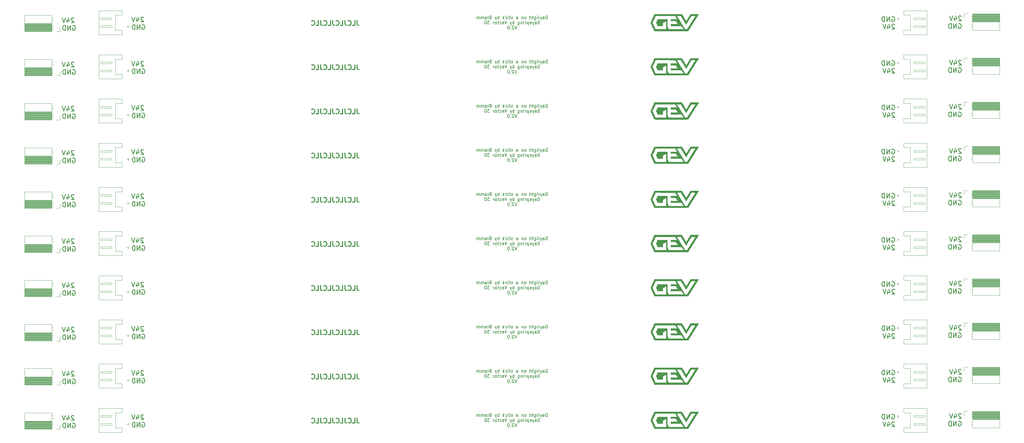
<source format=gbr>
%TF.GenerationSoftware,KiCad,Pcbnew,(6.0.7)*%
%TF.CreationDate,2023-02-06T13:38:00+00:00*%
%TF.ProjectId,Dayspring_P,44617973-7072-4696-9e67-5f502e6b6963,rev?*%
%TF.SameCoordinates,Original*%
%TF.FileFunction,Legend,Bot*%
%TF.FilePolarity,Positive*%
%FSLAX46Y46*%
G04 Gerber Fmt 4.6, Leading zero omitted, Abs format (unit mm)*
G04 Created by KiCad (PCBNEW (6.0.7)) date 2023-02-06 13:38:00*
%MOMM*%
%LPD*%
G01*
G04 APERTURE LIST*
%ADD10C,0.300000*%
%ADD11C,0.250000*%
%ADD12C,0.150000*%
%ADD13C,0.120000*%
G04 APERTURE END LIST*
D10*
X120928571Y-30878572D02*
X120928571Y-31950001D01*
X121000000Y-32164286D01*
X121142857Y-32307143D01*
X121357142Y-32378572D01*
X121500000Y-32378572D01*
X119500000Y-32378572D02*
X120214285Y-32378572D01*
X120214285Y-30878572D01*
X118142857Y-32235715D02*
X118214285Y-32307143D01*
X118428571Y-32378572D01*
X118571428Y-32378572D01*
X118785714Y-32307143D01*
X118928571Y-32164286D01*
X119000000Y-32021429D01*
X119071428Y-31735715D01*
X119071428Y-31521429D01*
X119000000Y-31235715D01*
X118928571Y-31092858D01*
X118785714Y-30950001D01*
X118571428Y-30878572D01*
X118428571Y-30878572D01*
X118214285Y-30950001D01*
X118142857Y-31021429D01*
X117071428Y-30878572D02*
X117071428Y-31950001D01*
X117142857Y-32164286D01*
X117285714Y-32307143D01*
X117500000Y-32378572D01*
X117642857Y-32378572D01*
X115642857Y-32378572D02*
X116357142Y-32378572D01*
X116357142Y-30878572D01*
X114285714Y-32235715D02*
X114357142Y-32307143D01*
X114571428Y-32378572D01*
X114714285Y-32378572D01*
X114928571Y-32307143D01*
X115071428Y-32164286D01*
X115142857Y-32021429D01*
X115214285Y-31735715D01*
X115214285Y-31521429D01*
X115142857Y-31235715D01*
X115071428Y-31092858D01*
X114928571Y-30950001D01*
X114714285Y-30878572D01*
X114571428Y-30878572D01*
X114357142Y-30950001D01*
X114285714Y-31021429D01*
X113214285Y-30878572D02*
X113214285Y-31950001D01*
X113285714Y-32164286D01*
X113428571Y-32307143D01*
X113642857Y-32378572D01*
X113785714Y-32378572D01*
X111785714Y-32378572D02*
X112500000Y-32378572D01*
X112500000Y-30878572D01*
X110428571Y-32235715D02*
X110500000Y-32307143D01*
X110714285Y-32378572D01*
X110857142Y-32378572D01*
X111071428Y-32307143D01*
X111214285Y-32164286D01*
X111285714Y-32021429D01*
X111357142Y-31735715D01*
X111357142Y-31521429D01*
X111285714Y-31235715D01*
X111214285Y-31092858D01*
X111071428Y-30950001D01*
X110857142Y-30878572D01*
X110714285Y-30878572D01*
X110500000Y-30950001D01*
X110428571Y-31021429D01*
X109357142Y-30878572D02*
X109357142Y-31950001D01*
X109428571Y-32164286D01*
X109571428Y-32307143D01*
X109785714Y-32378572D01*
X109928571Y-32378572D01*
X107928571Y-32378572D02*
X108642857Y-32378572D01*
X108642857Y-30878572D01*
X106571428Y-32235715D02*
X106642857Y-32307143D01*
X106857142Y-32378572D01*
X107000000Y-32378572D01*
X107214285Y-32307143D01*
X107357142Y-32164286D01*
X107428571Y-32021429D01*
X107500000Y-31735715D01*
X107500000Y-31521429D01*
X107428571Y-31235715D01*
X107357142Y-31092858D01*
X107214285Y-30950001D01*
X107000000Y-30878572D01*
X106857142Y-30878572D01*
X106642857Y-30950001D01*
X106571428Y-31021429D01*
X120928571Y-44878573D02*
X120928571Y-45950002D01*
X121000000Y-46164287D01*
X121142857Y-46307144D01*
X121357142Y-46378573D01*
X121500000Y-46378573D01*
X119500000Y-46378573D02*
X120214285Y-46378573D01*
X120214285Y-44878573D01*
X118142857Y-46235716D02*
X118214285Y-46307144D01*
X118428571Y-46378573D01*
X118571428Y-46378573D01*
X118785714Y-46307144D01*
X118928571Y-46164287D01*
X119000000Y-46021430D01*
X119071428Y-45735716D01*
X119071428Y-45521430D01*
X119000000Y-45235716D01*
X118928571Y-45092859D01*
X118785714Y-44950002D01*
X118571428Y-44878573D01*
X118428571Y-44878573D01*
X118214285Y-44950002D01*
X118142857Y-45021430D01*
X117071428Y-44878573D02*
X117071428Y-45950002D01*
X117142857Y-46164287D01*
X117285714Y-46307144D01*
X117500000Y-46378573D01*
X117642857Y-46378573D01*
X115642857Y-46378573D02*
X116357142Y-46378573D01*
X116357142Y-44878573D01*
X114285714Y-46235716D02*
X114357142Y-46307144D01*
X114571428Y-46378573D01*
X114714285Y-46378573D01*
X114928571Y-46307144D01*
X115071428Y-46164287D01*
X115142857Y-46021430D01*
X115214285Y-45735716D01*
X115214285Y-45521430D01*
X115142857Y-45235716D01*
X115071428Y-45092859D01*
X114928571Y-44950002D01*
X114714285Y-44878573D01*
X114571428Y-44878573D01*
X114357142Y-44950002D01*
X114285714Y-45021430D01*
X113214285Y-44878573D02*
X113214285Y-45950002D01*
X113285714Y-46164287D01*
X113428571Y-46307144D01*
X113642857Y-46378573D01*
X113785714Y-46378573D01*
X111785714Y-46378573D02*
X112500000Y-46378573D01*
X112500000Y-44878573D01*
X110428571Y-46235716D02*
X110500000Y-46307144D01*
X110714285Y-46378573D01*
X110857142Y-46378573D01*
X111071428Y-46307144D01*
X111214285Y-46164287D01*
X111285714Y-46021430D01*
X111357142Y-45735716D01*
X111357142Y-45521430D01*
X111285714Y-45235716D01*
X111214285Y-45092859D01*
X111071428Y-44950002D01*
X110857142Y-44878573D01*
X110714285Y-44878573D01*
X110500000Y-44950002D01*
X110428571Y-45021430D01*
X109357142Y-44878573D02*
X109357142Y-45950002D01*
X109428571Y-46164287D01*
X109571428Y-46307144D01*
X109785714Y-46378573D01*
X109928571Y-46378573D01*
X107928571Y-46378573D02*
X108642857Y-46378573D01*
X108642857Y-44878573D01*
X106571428Y-46235716D02*
X106642857Y-46307144D01*
X106857142Y-46378573D01*
X107000000Y-46378573D01*
X107214285Y-46307144D01*
X107357142Y-46164287D01*
X107428571Y-46021430D01*
X107500000Y-45735716D01*
X107500000Y-45521430D01*
X107428571Y-45235716D01*
X107357142Y-45092859D01*
X107214285Y-44950002D01*
X107000000Y-44878573D01*
X106857142Y-44878573D01*
X106642857Y-44950002D01*
X106571428Y-45021430D01*
X120928571Y-100878577D02*
X120928571Y-101950006D01*
X121000000Y-102164291D01*
X121142857Y-102307148D01*
X121357142Y-102378577D01*
X121500000Y-102378577D01*
X119500000Y-102378577D02*
X120214285Y-102378577D01*
X120214285Y-100878577D01*
X118142857Y-102235720D02*
X118214285Y-102307148D01*
X118428571Y-102378577D01*
X118571428Y-102378577D01*
X118785714Y-102307148D01*
X118928571Y-102164291D01*
X119000000Y-102021434D01*
X119071428Y-101735720D01*
X119071428Y-101521434D01*
X119000000Y-101235720D01*
X118928571Y-101092863D01*
X118785714Y-100950006D01*
X118571428Y-100878577D01*
X118428571Y-100878577D01*
X118214285Y-100950006D01*
X118142857Y-101021434D01*
X117071428Y-100878577D02*
X117071428Y-101950006D01*
X117142857Y-102164291D01*
X117285714Y-102307148D01*
X117500000Y-102378577D01*
X117642857Y-102378577D01*
X115642857Y-102378577D02*
X116357142Y-102378577D01*
X116357142Y-100878577D01*
X114285714Y-102235720D02*
X114357142Y-102307148D01*
X114571428Y-102378577D01*
X114714285Y-102378577D01*
X114928571Y-102307148D01*
X115071428Y-102164291D01*
X115142857Y-102021434D01*
X115214285Y-101735720D01*
X115214285Y-101521434D01*
X115142857Y-101235720D01*
X115071428Y-101092863D01*
X114928571Y-100950006D01*
X114714285Y-100878577D01*
X114571428Y-100878577D01*
X114357142Y-100950006D01*
X114285714Y-101021434D01*
X113214285Y-100878577D02*
X113214285Y-101950006D01*
X113285714Y-102164291D01*
X113428571Y-102307148D01*
X113642857Y-102378577D01*
X113785714Y-102378577D01*
X111785714Y-102378577D02*
X112500000Y-102378577D01*
X112500000Y-100878577D01*
X110428571Y-102235720D02*
X110500000Y-102307148D01*
X110714285Y-102378577D01*
X110857142Y-102378577D01*
X111071428Y-102307148D01*
X111214285Y-102164291D01*
X111285714Y-102021434D01*
X111357142Y-101735720D01*
X111357142Y-101521434D01*
X111285714Y-101235720D01*
X111214285Y-101092863D01*
X111071428Y-100950006D01*
X110857142Y-100878577D01*
X110714285Y-100878577D01*
X110500000Y-100950006D01*
X110428571Y-101021434D01*
X109357142Y-100878577D02*
X109357142Y-101950006D01*
X109428571Y-102164291D01*
X109571428Y-102307148D01*
X109785714Y-102378577D01*
X109928571Y-102378577D01*
X107928571Y-102378577D02*
X108642857Y-102378577D01*
X108642857Y-100878577D01*
X106571428Y-102235720D02*
X106642857Y-102307148D01*
X106857142Y-102378577D01*
X107000000Y-102378577D01*
X107214285Y-102307148D01*
X107357142Y-102164291D01*
X107428571Y-102021434D01*
X107500000Y-101735720D01*
X107500000Y-101521434D01*
X107428571Y-101235720D01*
X107357142Y-101092863D01*
X107214285Y-100950006D01*
X107000000Y-100878577D01*
X106857142Y-100878577D01*
X106642857Y-100950006D01*
X106571428Y-101021434D01*
X120928571Y-58878574D02*
X120928571Y-59950003D01*
X121000000Y-60164288D01*
X121142857Y-60307145D01*
X121357142Y-60378574D01*
X121500000Y-60378574D01*
X119500000Y-60378574D02*
X120214285Y-60378574D01*
X120214285Y-58878574D01*
X118142857Y-60235717D02*
X118214285Y-60307145D01*
X118428571Y-60378574D01*
X118571428Y-60378574D01*
X118785714Y-60307145D01*
X118928571Y-60164288D01*
X119000000Y-60021431D01*
X119071428Y-59735717D01*
X119071428Y-59521431D01*
X119000000Y-59235717D01*
X118928571Y-59092860D01*
X118785714Y-58950003D01*
X118571428Y-58878574D01*
X118428571Y-58878574D01*
X118214285Y-58950003D01*
X118142857Y-59021431D01*
X117071428Y-58878574D02*
X117071428Y-59950003D01*
X117142857Y-60164288D01*
X117285714Y-60307145D01*
X117500000Y-60378574D01*
X117642857Y-60378574D01*
X115642857Y-60378574D02*
X116357142Y-60378574D01*
X116357142Y-58878574D01*
X114285714Y-60235717D02*
X114357142Y-60307145D01*
X114571428Y-60378574D01*
X114714285Y-60378574D01*
X114928571Y-60307145D01*
X115071428Y-60164288D01*
X115142857Y-60021431D01*
X115214285Y-59735717D01*
X115214285Y-59521431D01*
X115142857Y-59235717D01*
X115071428Y-59092860D01*
X114928571Y-58950003D01*
X114714285Y-58878574D01*
X114571428Y-58878574D01*
X114357142Y-58950003D01*
X114285714Y-59021431D01*
X113214285Y-58878574D02*
X113214285Y-59950003D01*
X113285714Y-60164288D01*
X113428571Y-60307145D01*
X113642857Y-60378574D01*
X113785714Y-60378574D01*
X111785714Y-60378574D02*
X112500000Y-60378574D01*
X112500000Y-58878574D01*
X110428571Y-60235717D02*
X110500000Y-60307145D01*
X110714285Y-60378574D01*
X110857142Y-60378574D01*
X111071428Y-60307145D01*
X111214285Y-60164288D01*
X111285714Y-60021431D01*
X111357142Y-59735717D01*
X111357142Y-59521431D01*
X111285714Y-59235717D01*
X111214285Y-59092860D01*
X111071428Y-58950003D01*
X110857142Y-58878574D01*
X110714285Y-58878574D01*
X110500000Y-58950003D01*
X110428571Y-59021431D01*
X109357142Y-58878574D02*
X109357142Y-59950003D01*
X109428571Y-60164288D01*
X109571428Y-60307145D01*
X109785714Y-60378574D01*
X109928571Y-60378574D01*
X107928571Y-60378574D02*
X108642857Y-60378574D01*
X108642857Y-58878574D01*
X106571428Y-60235717D02*
X106642857Y-60307145D01*
X106857142Y-60378574D01*
X107000000Y-60378574D01*
X107214285Y-60307145D01*
X107357142Y-60164288D01*
X107428571Y-60021431D01*
X107500000Y-59735717D01*
X107500000Y-59521431D01*
X107428571Y-59235717D01*
X107357142Y-59092860D01*
X107214285Y-58950003D01*
X107000000Y-58878574D01*
X106857142Y-58878574D01*
X106642857Y-58950003D01*
X106571428Y-59021431D01*
X120928571Y-72878575D02*
X120928571Y-73950004D01*
X121000000Y-74164289D01*
X121142857Y-74307146D01*
X121357142Y-74378575D01*
X121500000Y-74378575D01*
X119500000Y-74378575D02*
X120214285Y-74378575D01*
X120214285Y-72878575D01*
X118142857Y-74235718D02*
X118214285Y-74307146D01*
X118428571Y-74378575D01*
X118571428Y-74378575D01*
X118785714Y-74307146D01*
X118928571Y-74164289D01*
X119000000Y-74021432D01*
X119071428Y-73735718D01*
X119071428Y-73521432D01*
X119000000Y-73235718D01*
X118928571Y-73092861D01*
X118785714Y-72950004D01*
X118571428Y-72878575D01*
X118428571Y-72878575D01*
X118214285Y-72950004D01*
X118142857Y-73021432D01*
X117071428Y-72878575D02*
X117071428Y-73950004D01*
X117142857Y-74164289D01*
X117285714Y-74307146D01*
X117500000Y-74378575D01*
X117642857Y-74378575D01*
X115642857Y-74378575D02*
X116357142Y-74378575D01*
X116357142Y-72878575D01*
X114285714Y-74235718D02*
X114357142Y-74307146D01*
X114571428Y-74378575D01*
X114714285Y-74378575D01*
X114928571Y-74307146D01*
X115071428Y-74164289D01*
X115142857Y-74021432D01*
X115214285Y-73735718D01*
X115214285Y-73521432D01*
X115142857Y-73235718D01*
X115071428Y-73092861D01*
X114928571Y-72950004D01*
X114714285Y-72878575D01*
X114571428Y-72878575D01*
X114357142Y-72950004D01*
X114285714Y-73021432D01*
X113214285Y-72878575D02*
X113214285Y-73950004D01*
X113285714Y-74164289D01*
X113428571Y-74307146D01*
X113642857Y-74378575D01*
X113785714Y-74378575D01*
X111785714Y-74378575D02*
X112500000Y-74378575D01*
X112500000Y-72878575D01*
X110428571Y-74235718D02*
X110500000Y-74307146D01*
X110714285Y-74378575D01*
X110857142Y-74378575D01*
X111071428Y-74307146D01*
X111214285Y-74164289D01*
X111285714Y-74021432D01*
X111357142Y-73735718D01*
X111357142Y-73521432D01*
X111285714Y-73235718D01*
X111214285Y-73092861D01*
X111071428Y-72950004D01*
X110857142Y-72878575D01*
X110714285Y-72878575D01*
X110500000Y-72950004D01*
X110428571Y-73021432D01*
X109357142Y-72878575D02*
X109357142Y-73950004D01*
X109428571Y-74164289D01*
X109571428Y-74307146D01*
X109785714Y-74378575D01*
X109928571Y-74378575D01*
X107928571Y-74378575D02*
X108642857Y-74378575D01*
X108642857Y-72878575D01*
X106571428Y-74235718D02*
X106642857Y-74307146D01*
X106857142Y-74378575D01*
X107000000Y-74378575D01*
X107214285Y-74307146D01*
X107357142Y-74164289D01*
X107428571Y-74021432D01*
X107500000Y-73735718D01*
X107500000Y-73521432D01*
X107428571Y-73235718D01*
X107357142Y-73092861D01*
X107214285Y-72950004D01*
X107000000Y-72878575D01*
X106857142Y-72878575D01*
X106642857Y-72950004D01*
X106571428Y-73021432D01*
X120928571Y-86878576D02*
X120928571Y-87950005D01*
X121000000Y-88164290D01*
X121142857Y-88307147D01*
X121357142Y-88378576D01*
X121500000Y-88378576D01*
X119500000Y-88378576D02*
X120214285Y-88378576D01*
X120214285Y-86878576D01*
X118142857Y-88235719D02*
X118214285Y-88307147D01*
X118428571Y-88378576D01*
X118571428Y-88378576D01*
X118785714Y-88307147D01*
X118928571Y-88164290D01*
X119000000Y-88021433D01*
X119071428Y-87735719D01*
X119071428Y-87521433D01*
X119000000Y-87235719D01*
X118928571Y-87092862D01*
X118785714Y-86950005D01*
X118571428Y-86878576D01*
X118428571Y-86878576D01*
X118214285Y-86950005D01*
X118142857Y-87021433D01*
X117071428Y-86878576D02*
X117071428Y-87950005D01*
X117142857Y-88164290D01*
X117285714Y-88307147D01*
X117500000Y-88378576D01*
X117642857Y-88378576D01*
X115642857Y-88378576D02*
X116357142Y-88378576D01*
X116357142Y-86878576D01*
X114285714Y-88235719D02*
X114357142Y-88307147D01*
X114571428Y-88378576D01*
X114714285Y-88378576D01*
X114928571Y-88307147D01*
X115071428Y-88164290D01*
X115142857Y-88021433D01*
X115214285Y-87735719D01*
X115214285Y-87521433D01*
X115142857Y-87235719D01*
X115071428Y-87092862D01*
X114928571Y-86950005D01*
X114714285Y-86878576D01*
X114571428Y-86878576D01*
X114357142Y-86950005D01*
X114285714Y-87021433D01*
X113214285Y-86878576D02*
X113214285Y-87950005D01*
X113285714Y-88164290D01*
X113428571Y-88307147D01*
X113642857Y-88378576D01*
X113785714Y-88378576D01*
X111785714Y-88378576D02*
X112500000Y-88378576D01*
X112500000Y-86878576D01*
X110428571Y-88235719D02*
X110500000Y-88307147D01*
X110714285Y-88378576D01*
X110857142Y-88378576D01*
X111071428Y-88307147D01*
X111214285Y-88164290D01*
X111285714Y-88021433D01*
X111357142Y-87735719D01*
X111357142Y-87521433D01*
X111285714Y-87235719D01*
X111214285Y-87092862D01*
X111071428Y-86950005D01*
X110857142Y-86878576D01*
X110714285Y-86878576D01*
X110500000Y-86950005D01*
X110428571Y-87021433D01*
X109357142Y-86878576D02*
X109357142Y-87950005D01*
X109428571Y-88164290D01*
X109571428Y-88307147D01*
X109785714Y-88378576D01*
X109928571Y-88378576D01*
X107928571Y-88378576D02*
X108642857Y-88378576D01*
X108642857Y-86878576D01*
X106571428Y-88235719D02*
X106642857Y-88307147D01*
X106857142Y-88378576D01*
X107000000Y-88378576D01*
X107214285Y-88307147D01*
X107357142Y-88164290D01*
X107428571Y-88021433D01*
X107500000Y-87735719D01*
X107500000Y-87521433D01*
X107428571Y-87235719D01*
X107357142Y-87092862D01*
X107214285Y-86950005D01*
X107000000Y-86878576D01*
X106857142Y-86878576D01*
X106642857Y-86950005D01*
X106571428Y-87021433D01*
X120928571Y-114878578D02*
X120928571Y-115950007D01*
X121000000Y-116164292D01*
X121142857Y-116307149D01*
X121357142Y-116378578D01*
X121500000Y-116378578D01*
X119500000Y-116378578D02*
X120214285Y-116378578D01*
X120214285Y-114878578D01*
X118142857Y-116235721D02*
X118214285Y-116307149D01*
X118428571Y-116378578D01*
X118571428Y-116378578D01*
X118785714Y-116307149D01*
X118928571Y-116164292D01*
X119000000Y-116021435D01*
X119071428Y-115735721D01*
X119071428Y-115521435D01*
X119000000Y-115235721D01*
X118928571Y-115092864D01*
X118785714Y-114950007D01*
X118571428Y-114878578D01*
X118428571Y-114878578D01*
X118214285Y-114950007D01*
X118142857Y-115021435D01*
X117071428Y-114878578D02*
X117071428Y-115950007D01*
X117142857Y-116164292D01*
X117285714Y-116307149D01*
X117500000Y-116378578D01*
X117642857Y-116378578D01*
X115642857Y-116378578D02*
X116357142Y-116378578D01*
X116357142Y-114878578D01*
X114285714Y-116235721D02*
X114357142Y-116307149D01*
X114571428Y-116378578D01*
X114714285Y-116378578D01*
X114928571Y-116307149D01*
X115071428Y-116164292D01*
X115142857Y-116021435D01*
X115214285Y-115735721D01*
X115214285Y-115521435D01*
X115142857Y-115235721D01*
X115071428Y-115092864D01*
X114928571Y-114950007D01*
X114714285Y-114878578D01*
X114571428Y-114878578D01*
X114357142Y-114950007D01*
X114285714Y-115021435D01*
X113214285Y-114878578D02*
X113214285Y-115950007D01*
X113285714Y-116164292D01*
X113428571Y-116307149D01*
X113642857Y-116378578D01*
X113785714Y-116378578D01*
X111785714Y-116378578D02*
X112500000Y-116378578D01*
X112500000Y-114878578D01*
X110428571Y-116235721D02*
X110500000Y-116307149D01*
X110714285Y-116378578D01*
X110857142Y-116378578D01*
X111071428Y-116307149D01*
X111214285Y-116164292D01*
X111285714Y-116021435D01*
X111357142Y-115735721D01*
X111357142Y-115521435D01*
X111285714Y-115235721D01*
X111214285Y-115092864D01*
X111071428Y-114950007D01*
X110857142Y-114878578D01*
X110714285Y-114878578D01*
X110500000Y-114950007D01*
X110428571Y-115021435D01*
X109357142Y-114878578D02*
X109357142Y-115950007D01*
X109428571Y-116164292D01*
X109571428Y-116307149D01*
X109785714Y-116378578D01*
X109928571Y-116378578D01*
X107928571Y-116378578D02*
X108642857Y-116378578D01*
X108642857Y-114878578D01*
X106571428Y-116235721D02*
X106642857Y-116307149D01*
X106857142Y-116378578D01*
X107000000Y-116378578D01*
X107214285Y-116307149D01*
X107357142Y-116164292D01*
X107428571Y-116021435D01*
X107500000Y-115735721D01*
X107500000Y-115521435D01*
X107428571Y-115235721D01*
X107357142Y-115092864D01*
X107214285Y-114950007D01*
X107000000Y-114878578D01*
X106857142Y-114878578D01*
X106642857Y-114950007D01*
X106571428Y-115021435D01*
X120928571Y-142878580D02*
X120928571Y-143950009D01*
X121000000Y-144164294D01*
X121142857Y-144307151D01*
X121357142Y-144378580D01*
X121500000Y-144378580D01*
X119500000Y-144378580D02*
X120214285Y-144378580D01*
X120214285Y-142878580D01*
X118142857Y-144235723D02*
X118214285Y-144307151D01*
X118428571Y-144378580D01*
X118571428Y-144378580D01*
X118785714Y-144307151D01*
X118928571Y-144164294D01*
X119000000Y-144021437D01*
X119071428Y-143735723D01*
X119071428Y-143521437D01*
X119000000Y-143235723D01*
X118928571Y-143092866D01*
X118785714Y-142950009D01*
X118571428Y-142878580D01*
X118428571Y-142878580D01*
X118214285Y-142950009D01*
X118142857Y-143021437D01*
X117071428Y-142878580D02*
X117071428Y-143950009D01*
X117142857Y-144164294D01*
X117285714Y-144307151D01*
X117500000Y-144378580D01*
X117642857Y-144378580D01*
X115642857Y-144378580D02*
X116357142Y-144378580D01*
X116357142Y-142878580D01*
X114285714Y-144235723D02*
X114357142Y-144307151D01*
X114571428Y-144378580D01*
X114714285Y-144378580D01*
X114928571Y-144307151D01*
X115071428Y-144164294D01*
X115142857Y-144021437D01*
X115214285Y-143735723D01*
X115214285Y-143521437D01*
X115142857Y-143235723D01*
X115071428Y-143092866D01*
X114928571Y-142950009D01*
X114714285Y-142878580D01*
X114571428Y-142878580D01*
X114357142Y-142950009D01*
X114285714Y-143021437D01*
X113214285Y-142878580D02*
X113214285Y-143950009D01*
X113285714Y-144164294D01*
X113428571Y-144307151D01*
X113642857Y-144378580D01*
X113785714Y-144378580D01*
X111785714Y-144378580D02*
X112500000Y-144378580D01*
X112500000Y-142878580D01*
X110428571Y-144235723D02*
X110500000Y-144307151D01*
X110714285Y-144378580D01*
X110857142Y-144378580D01*
X111071428Y-144307151D01*
X111214285Y-144164294D01*
X111285714Y-144021437D01*
X111357142Y-143735723D01*
X111357142Y-143521437D01*
X111285714Y-143235723D01*
X111214285Y-143092866D01*
X111071428Y-142950009D01*
X110857142Y-142878580D01*
X110714285Y-142878580D01*
X110500000Y-142950009D01*
X110428571Y-143021437D01*
X109357142Y-142878580D02*
X109357142Y-143950009D01*
X109428571Y-144164294D01*
X109571428Y-144307151D01*
X109785714Y-144378580D01*
X109928571Y-144378580D01*
X107928571Y-144378580D02*
X108642857Y-144378580D01*
X108642857Y-142878580D01*
X106571428Y-144235723D02*
X106642857Y-144307151D01*
X106857142Y-144378580D01*
X107000000Y-144378580D01*
X107214285Y-144307151D01*
X107357142Y-144164294D01*
X107428571Y-144021437D01*
X107500000Y-143735723D01*
X107500000Y-143521437D01*
X107428571Y-143235723D01*
X107357142Y-143092866D01*
X107214285Y-142950009D01*
X107000000Y-142878580D01*
X106857142Y-142878580D01*
X106642857Y-142950009D01*
X106571428Y-143021437D01*
X120928571Y-128878579D02*
X120928571Y-129950008D01*
X121000000Y-130164293D01*
X121142857Y-130307150D01*
X121357142Y-130378579D01*
X121500000Y-130378579D01*
X119500000Y-130378579D02*
X120214285Y-130378579D01*
X120214285Y-128878579D01*
X118142857Y-130235722D02*
X118214285Y-130307150D01*
X118428571Y-130378579D01*
X118571428Y-130378579D01*
X118785714Y-130307150D01*
X118928571Y-130164293D01*
X119000000Y-130021436D01*
X119071428Y-129735722D01*
X119071428Y-129521436D01*
X119000000Y-129235722D01*
X118928571Y-129092865D01*
X118785714Y-128950008D01*
X118571428Y-128878579D01*
X118428571Y-128878579D01*
X118214285Y-128950008D01*
X118142857Y-129021436D01*
X117071428Y-128878579D02*
X117071428Y-129950008D01*
X117142857Y-130164293D01*
X117285714Y-130307150D01*
X117500000Y-130378579D01*
X117642857Y-130378579D01*
X115642857Y-130378579D02*
X116357142Y-130378579D01*
X116357142Y-128878579D01*
X114285714Y-130235722D02*
X114357142Y-130307150D01*
X114571428Y-130378579D01*
X114714285Y-130378579D01*
X114928571Y-130307150D01*
X115071428Y-130164293D01*
X115142857Y-130021436D01*
X115214285Y-129735722D01*
X115214285Y-129521436D01*
X115142857Y-129235722D01*
X115071428Y-129092865D01*
X114928571Y-128950008D01*
X114714285Y-128878579D01*
X114571428Y-128878579D01*
X114357142Y-128950008D01*
X114285714Y-129021436D01*
X113214285Y-128878579D02*
X113214285Y-129950008D01*
X113285714Y-130164293D01*
X113428571Y-130307150D01*
X113642857Y-130378579D01*
X113785714Y-130378579D01*
X111785714Y-130378579D02*
X112500000Y-130378579D01*
X112500000Y-128878579D01*
X110428571Y-130235722D02*
X110500000Y-130307150D01*
X110714285Y-130378579D01*
X110857142Y-130378579D01*
X111071428Y-130307150D01*
X111214285Y-130164293D01*
X111285714Y-130021436D01*
X111357142Y-129735722D01*
X111357142Y-129521436D01*
X111285714Y-129235722D01*
X111214285Y-129092865D01*
X111071428Y-128950008D01*
X110857142Y-128878579D01*
X110714285Y-128878579D01*
X110500000Y-128950008D01*
X110428571Y-129021436D01*
X109357142Y-128878579D02*
X109357142Y-129950008D01*
X109428571Y-130164293D01*
X109571428Y-130307150D01*
X109785714Y-130378579D01*
X109928571Y-130378579D01*
X107928571Y-130378579D02*
X108642857Y-130378579D01*
X108642857Y-128878579D01*
X106571428Y-130235722D02*
X106642857Y-130307150D01*
X106857142Y-130378579D01*
X107000000Y-130378579D01*
X107214285Y-130307150D01*
X107357142Y-130164293D01*
X107428571Y-130021436D01*
X107500000Y-129735722D01*
X107500000Y-129521436D01*
X107428571Y-129235722D01*
X107357142Y-129092865D01*
X107214285Y-128950008D01*
X107000000Y-128878579D01*
X106857142Y-128878579D01*
X106642857Y-128950008D01*
X106571428Y-129021436D01*
X120928571Y-156878581D02*
X120928571Y-157950010D01*
X121000000Y-158164295D01*
X121142857Y-158307152D01*
X121357142Y-158378581D01*
X121500000Y-158378581D01*
X119500000Y-158378581D02*
X120214285Y-158378581D01*
X120214285Y-156878581D01*
X118142857Y-158235724D02*
X118214285Y-158307152D01*
X118428571Y-158378581D01*
X118571428Y-158378581D01*
X118785714Y-158307152D01*
X118928571Y-158164295D01*
X119000000Y-158021438D01*
X119071428Y-157735724D01*
X119071428Y-157521438D01*
X119000000Y-157235724D01*
X118928571Y-157092867D01*
X118785714Y-156950010D01*
X118571428Y-156878581D01*
X118428571Y-156878581D01*
X118214285Y-156950010D01*
X118142857Y-157021438D01*
X117071428Y-156878581D02*
X117071428Y-157950010D01*
X117142857Y-158164295D01*
X117285714Y-158307152D01*
X117500000Y-158378581D01*
X117642857Y-158378581D01*
X115642857Y-158378581D02*
X116357142Y-158378581D01*
X116357142Y-156878581D01*
X114285714Y-158235724D02*
X114357142Y-158307152D01*
X114571428Y-158378581D01*
X114714285Y-158378581D01*
X114928571Y-158307152D01*
X115071428Y-158164295D01*
X115142857Y-158021438D01*
X115214285Y-157735724D01*
X115214285Y-157521438D01*
X115142857Y-157235724D01*
X115071428Y-157092867D01*
X114928571Y-156950010D01*
X114714285Y-156878581D01*
X114571428Y-156878581D01*
X114357142Y-156950010D01*
X114285714Y-157021438D01*
X113214285Y-156878581D02*
X113214285Y-157950010D01*
X113285714Y-158164295D01*
X113428571Y-158307152D01*
X113642857Y-158378581D01*
X113785714Y-158378581D01*
X111785714Y-158378581D02*
X112500000Y-158378581D01*
X112500000Y-156878581D01*
X110428571Y-158235724D02*
X110500000Y-158307152D01*
X110714285Y-158378581D01*
X110857142Y-158378581D01*
X111071428Y-158307152D01*
X111214285Y-158164295D01*
X111285714Y-158021438D01*
X111357142Y-157735724D01*
X111357142Y-157521438D01*
X111285714Y-157235724D01*
X111214285Y-157092867D01*
X111071428Y-156950010D01*
X110857142Y-156878581D01*
X110714285Y-156878581D01*
X110500000Y-156950010D01*
X110428571Y-157021438D01*
X109357142Y-156878581D02*
X109357142Y-157950010D01*
X109428571Y-158164295D01*
X109571428Y-158307152D01*
X109785714Y-158378581D01*
X109928571Y-158378581D01*
X107928571Y-158378581D02*
X108642857Y-158378581D01*
X108642857Y-156878581D01*
X106571428Y-158235724D02*
X106642857Y-158307152D01*
X106857142Y-158378581D01*
X107000000Y-158378581D01*
X107214285Y-158307152D01*
X107357142Y-158164295D01*
X107428571Y-158021438D01*
X107500000Y-157735724D01*
X107500000Y-157521438D01*
X107428571Y-157235724D01*
X107357142Y-157092867D01*
X107214285Y-156950010D01*
X107000000Y-156878581D01*
X106857142Y-156878581D01*
X106642857Y-156950010D01*
X106571428Y-157021438D01*
D11*
X290194642Y-29642501D02*
X290337500Y-29571072D01*
X290551785Y-29571072D01*
X290766071Y-29642501D01*
X290908928Y-29785358D01*
X290980357Y-29928215D01*
X291051785Y-30213929D01*
X291051785Y-30428215D01*
X290980357Y-30713929D01*
X290908928Y-30856786D01*
X290766071Y-30999643D01*
X290551785Y-31071072D01*
X290408928Y-31071072D01*
X290194642Y-30999643D01*
X290123214Y-30928215D01*
X290123214Y-30428215D01*
X290408928Y-30428215D01*
X289480357Y-31071072D02*
X289480357Y-29571072D01*
X288623214Y-31071072D01*
X288623214Y-29571072D01*
X287908928Y-31071072D02*
X287908928Y-29571072D01*
X287551785Y-29571072D01*
X287337500Y-29642501D01*
X287194642Y-29785358D01*
X287123214Y-29928215D01*
X287051785Y-30213929D01*
X287051785Y-30428215D01*
X287123214Y-30713929D01*
X287194642Y-30856786D01*
X287337500Y-30999643D01*
X287551785Y-31071072D01*
X287908928Y-31071072D01*
X291051785Y-32128929D02*
X290980357Y-32057501D01*
X290837500Y-31986072D01*
X290480357Y-31986072D01*
X290337500Y-32057501D01*
X290266071Y-32128929D01*
X290194642Y-32271786D01*
X290194642Y-32414643D01*
X290266071Y-32628929D01*
X291123214Y-33486072D01*
X290194642Y-33486072D01*
X288908928Y-32486072D02*
X288908928Y-33486072D01*
X289266071Y-31914643D02*
X289623214Y-32986072D01*
X288694642Y-32986072D01*
X288337500Y-31986072D02*
X287837500Y-33486072D01*
X287337500Y-31986072D01*
X290194642Y-43642502D02*
X290337500Y-43571073D01*
X290551785Y-43571073D01*
X290766071Y-43642502D01*
X290908928Y-43785359D01*
X290980357Y-43928216D01*
X291051785Y-44213930D01*
X291051785Y-44428216D01*
X290980357Y-44713930D01*
X290908928Y-44856787D01*
X290766071Y-44999644D01*
X290551785Y-45071073D01*
X290408928Y-45071073D01*
X290194642Y-44999644D01*
X290123214Y-44928216D01*
X290123214Y-44428216D01*
X290408928Y-44428216D01*
X289480357Y-45071073D02*
X289480357Y-43571073D01*
X288623214Y-45071073D01*
X288623214Y-43571073D01*
X287908928Y-45071073D02*
X287908928Y-43571073D01*
X287551785Y-43571073D01*
X287337500Y-43642502D01*
X287194642Y-43785359D01*
X287123214Y-43928216D01*
X287051785Y-44213930D01*
X287051785Y-44428216D01*
X287123214Y-44713930D01*
X287194642Y-44856787D01*
X287337500Y-44999644D01*
X287551785Y-45071073D01*
X287908928Y-45071073D01*
X291051785Y-46128930D02*
X290980357Y-46057502D01*
X290837500Y-45986073D01*
X290480357Y-45986073D01*
X290337500Y-46057502D01*
X290266071Y-46128930D01*
X290194642Y-46271787D01*
X290194642Y-46414644D01*
X290266071Y-46628930D01*
X291123214Y-47486073D01*
X290194642Y-47486073D01*
X288908928Y-46486073D02*
X288908928Y-47486073D01*
X289266071Y-45914644D02*
X289623214Y-46986073D01*
X288694642Y-46986073D01*
X288337500Y-45986073D02*
X287837500Y-47486073D01*
X287337500Y-45986073D01*
X290194642Y-99642506D02*
X290337500Y-99571077D01*
X290551785Y-99571077D01*
X290766071Y-99642506D01*
X290908928Y-99785363D01*
X290980357Y-99928220D01*
X291051785Y-100213934D01*
X291051785Y-100428220D01*
X290980357Y-100713934D01*
X290908928Y-100856791D01*
X290766071Y-100999648D01*
X290551785Y-101071077D01*
X290408928Y-101071077D01*
X290194642Y-100999648D01*
X290123214Y-100928220D01*
X290123214Y-100428220D01*
X290408928Y-100428220D01*
X289480357Y-101071077D02*
X289480357Y-99571077D01*
X288623214Y-101071077D01*
X288623214Y-99571077D01*
X287908928Y-101071077D02*
X287908928Y-99571077D01*
X287551785Y-99571077D01*
X287337500Y-99642506D01*
X287194642Y-99785363D01*
X287123214Y-99928220D01*
X287051785Y-100213934D01*
X287051785Y-100428220D01*
X287123214Y-100713934D01*
X287194642Y-100856791D01*
X287337500Y-100999648D01*
X287551785Y-101071077D01*
X287908928Y-101071077D01*
X291051785Y-102128934D02*
X290980357Y-102057506D01*
X290837500Y-101986077D01*
X290480357Y-101986077D01*
X290337500Y-102057506D01*
X290266071Y-102128934D01*
X290194642Y-102271791D01*
X290194642Y-102414648D01*
X290266071Y-102628934D01*
X291123214Y-103486077D01*
X290194642Y-103486077D01*
X288908928Y-102486077D02*
X288908928Y-103486077D01*
X289266071Y-101914648D02*
X289623214Y-102986077D01*
X288694642Y-102986077D01*
X288337500Y-101986077D02*
X287837500Y-103486077D01*
X287337500Y-101986077D01*
X290194642Y-57642503D02*
X290337500Y-57571074D01*
X290551785Y-57571074D01*
X290766071Y-57642503D01*
X290908928Y-57785360D01*
X290980357Y-57928217D01*
X291051785Y-58213931D01*
X291051785Y-58428217D01*
X290980357Y-58713931D01*
X290908928Y-58856788D01*
X290766071Y-58999645D01*
X290551785Y-59071074D01*
X290408928Y-59071074D01*
X290194642Y-58999645D01*
X290123214Y-58928217D01*
X290123214Y-58428217D01*
X290408928Y-58428217D01*
X289480357Y-59071074D02*
X289480357Y-57571074D01*
X288623214Y-59071074D01*
X288623214Y-57571074D01*
X287908928Y-59071074D02*
X287908928Y-57571074D01*
X287551785Y-57571074D01*
X287337500Y-57642503D01*
X287194642Y-57785360D01*
X287123214Y-57928217D01*
X287051785Y-58213931D01*
X287051785Y-58428217D01*
X287123214Y-58713931D01*
X287194642Y-58856788D01*
X287337500Y-58999645D01*
X287551785Y-59071074D01*
X287908928Y-59071074D01*
X291051785Y-60128931D02*
X290980357Y-60057503D01*
X290837500Y-59986074D01*
X290480357Y-59986074D01*
X290337500Y-60057503D01*
X290266071Y-60128931D01*
X290194642Y-60271788D01*
X290194642Y-60414645D01*
X290266071Y-60628931D01*
X291123214Y-61486074D01*
X290194642Y-61486074D01*
X288908928Y-60486074D02*
X288908928Y-61486074D01*
X289266071Y-59914645D02*
X289623214Y-60986074D01*
X288694642Y-60986074D01*
X288337500Y-59986074D02*
X287837500Y-61486074D01*
X287337500Y-59986074D01*
X290194642Y-71642504D02*
X290337500Y-71571075D01*
X290551785Y-71571075D01*
X290766071Y-71642504D01*
X290908928Y-71785361D01*
X290980357Y-71928218D01*
X291051785Y-72213932D01*
X291051785Y-72428218D01*
X290980357Y-72713932D01*
X290908928Y-72856789D01*
X290766071Y-72999646D01*
X290551785Y-73071075D01*
X290408928Y-73071075D01*
X290194642Y-72999646D01*
X290123214Y-72928218D01*
X290123214Y-72428218D01*
X290408928Y-72428218D01*
X289480357Y-73071075D02*
X289480357Y-71571075D01*
X288623214Y-73071075D01*
X288623214Y-71571075D01*
X287908928Y-73071075D02*
X287908928Y-71571075D01*
X287551785Y-71571075D01*
X287337500Y-71642504D01*
X287194642Y-71785361D01*
X287123214Y-71928218D01*
X287051785Y-72213932D01*
X287051785Y-72428218D01*
X287123214Y-72713932D01*
X287194642Y-72856789D01*
X287337500Y-72999646D01*
X287551785Y-73071075D01*
X287908928Y-73071075D01*
X291051785Y-74128932D02*
X290980357Y-74057504D01*
X290837500Y-73986075D01*
X290480357Y-73986075D01*
X290337500Y-74057504D01*
X290266071Y-74128932D01*
X290194642Y-74271789D01*
X290194642Y-74414646D01*
X290266071Y-74628932D01*
X291123214Y-75486075D01*
X290194642Y-75486075D01*
X288908928Y-74486075D02*
X288908928Y-75486075D01*
X289266071Y-73914646D02*
X289623214Y-74986075D01*
X288694642Y-74986075D01*
X288337500Y-73986075D02*
X287837500Y-75486075D01*
X287337500Y-73986075D01*
X290194642Y-85642505D02*
X290337500Y-85571076D01*
X290551785Y-85571076D01*
X290766071Y-85642505D01*
X290908928Y-85785362D01*
X290980357Y-85928219D01*
X291051785Y-86213933D01*
X291051785Y-86428219D01*
X290980357Y-86713933D01*
X290908928Y-86856790D01*
X290766071Y-86999647D01*
X290551785Y-87071076D01*
X290408928Y-87071076D01*
X290194642Y-86999647D01*
X290123214Y-86928219D01*
X290123214Y-86428219D01*
X290408928Y-86428219D01*
X289480357Y-87071076D02*
X289480357Y-85571076D01*
X288623214Y-87071076D01*
X288623214Y-85571076D01*
X287908928Y-87071076D02*
X287908928Y-85571076D01*
X287551785Y-85571076D01*
X287337500Y-85642505D01*
X287194642Y-85785362D01*
X287123214Y-85928219D01*
X287051785Y-86213933D01*
X287051785Y-86428219D01*
X287123214Y-86713933D01*
X287194642Y-86856790D01*
X287337500Y-86999647D01*
X287551785Y-87071076D01*
X287908928Y-87071076D01*
X291051785Y-88128933D02*
X290980357Y-88057505D01*
X290837500Y-87986076D01*
X290480357Y-87986076D01*
X290337500Y-88057505D01*
X290266071Y-88128933D01*
X290194642Y-88271790D01*
X290194642Y-88414647D01*
X290266071Y-88628933D01*
X291123214Y-89486076D01*
X290194642Y-89486076D01*
X288908928Y-88486076D02*
X288908928Y-89486076D01*
X289266071Y-87914647D02*
X289623214Y-88986076D01*
X288694642Y-88986076D01*
X288337500Y-87986076D02*
X287837500Y-89486076D01*
X287337500Y-87986076D01*
X290194642Y-113642507D02*
X290337500Y-113571078D01*
X290551785Y-113571078D01*
X290766071Y-113642507D01*
X290908928Y-113785364D01*
X290980357Y-113928221D01*
X291051785Y-114213935D01*
X291051785Y-114428221D01*
X290980357Y-114713935D01*
X290908928Y-114856792D01*
X290766071Y-114999649D01*
X290551785Y-115071078D01*
X290408928Y-115071078D01*
X290194642Y-114999649D01*
X290123214Y-114928221D01*
X290123214Y-114428221D01*
X290408928Y-114428221D01*
X289480357Y-115071078D02*
X289480357Y-113571078D01*
X288623214Y-115071078D01*
X288623214Y-113571078D01*
X287908928Y-115071078D02*
X287908928Y-113571078D01*
X287551785Y-113571078D01*
X287337500Y-113642507D01*
X287194642Y-113785364D01*
X287123214Y-113928221D01*
X287051785Y-114213935D01*
X287051785Y-114428221D01*
X287123214Y-114713935D01*
X287194642Y-114856792D01*
X287337500Y-114999649D01*
X287551785Y-115071078D01*
X287908928Y-115071078D01*
X291051785Y-116128935D02*
X290980357Y-116057507D01*
X290837500Y-115986078D01*
X290480357Y-115986078D01*
X290337500Y-116057507D01*
X290266071Y-116128935D01*
X290194642Y-116271792D01*
X290194642Y-116414649D01*
X290266071Y-116628935D01*
X291123214Y-117486078D01*
X290194642Y-117486078D01*
X288908928Y-116486078D02*
X288908928Y-117486078D01*
X289266071Y-115914649D02*
X289623214Y-116986078D01*
X288694642Y-116986078D01*
X288337500Y-115986078D02*
X287837500Y-117486078D01*
X287337500Y-115986078D01*
X290194642Y-141642509D02*
X290337500Y-141571080D01*
X290551785Y-141571080D01*
X290766071Y-141642509D01*
X290908928Y-141785366D01*
X290980357Y-141928223D01*
X291051785Y-142213937D01*
X291051785Y-142428223D01*
X290980357Y-142713937D01*
X290908928Y-142856794D01*
X290766071Y-142999651D01*
X290551785Y-143071080D01*
X290408928Y-143071080D01*
X290194642Y-142999651D01*
X290123214Y-142928223D01*
X290123214Y-142428223D01*
X290408928Y-142428223D01*
X289480357Y-143071080D02*
X289480357Y-141571080D01*
X288623214Y-143071080D01*
X288623214Y-141571080D01*
X287908928Y-143071080D02*
X287908928Y-141571080D01*
X287551785Y-141571080D01*
X287337500Y-141642509D01*
X287194642Y-141785366D01*
X287123214Y-141928223D01*
X287051785Y-142213937D01*
X287051785Y-142428223D01*
X287123214Y-142713937D01*
X287194642Y-142856794D01*
X287337500Y-142999651D01*
X287551785Y-143071080D01*
X287908928Y-143071080D01*
X291051785Y-144128937D02*
X290980357Y-144057509D01*
X290837500Y-143986080D01*
X290480357Y-143986080D01*
X290337500Y-144057509D01*
X290266071Y-144128937D01*
X290194642Y-144271794D01*
X290194642Y-144414651D01*
X290266071Y-144628937D01*
X291123214Y-145486080D01*
X290194642Y-145486080D01*
X288908928Y-144486080D02*
X288908928Y-145486080D01*
X289266071Y-143914651D02*
X289623214Y-144986080D01*
X288694642Y-144986080D01*
X288337500Y-143986080D02*
X287837500Y-145486080D01*
X287337500Y-143986080D01*
X290194642Y-127642508D02*
X290337500Y-127571079D01*
X290551785Y-127571079D01*
X290766071Y-127642508D01*
X290908928Y-127785365D01*
X290980357Y-127928222D01*
X291051785Y-128213936D01*
X291051785Y-128428222D01*
X290980357Y-128713936D01*
X290908928Y-128856793D01*
X290766071Y-128999650D01*
X290551785Y-129071079D01*
X290408928Y-129071079D01*
X290194642Y-128999650D01*
X290123214Y-128928222D01*
X290123214Y-128428222D01*
X290408928Y-128428222D01*
X289480357Y-129071079D02*
X289480357Y-127571079D01*
X288623214Y-129071079D01*
X288623214Y-127571079D01*
X287908928Y-129071079D02*
X287908928Y-127571079D01*
X287551785Y-127571079D01*
X287337500Y-127642508D01*
X287194642Y-127785365D01*
X287123214Y-127928222D01*
X287051785Y-128213936D01*
X287051785Y-128428222D01*
X287123214Y-128713936D01*
X287194642Y-128856793D01*
X287337500Y-128999650D01*
X287551785Y-129071079D01*
X287908928Y-129071079D01*
X291051785Y-130128936D02*
X290980357Y-130057508D01*
X290837500Y-129986079D01*
X290480357Y-129986079D01*
X290337500Y-130057508D01*
X290266071Y-130128936D01*
X290194642Y-130271793D01*
X290194642Y-130414650D01*
X290266071Y-130628936D01*
X291123214Y-131486079D01*
X290194642Y-131486079D01*
X288908928Y-130486079D02*
X288908928Y-131486079D01*
X289266071Y-129914650D02*
X289623214Y-130986079D01*
X288694642Y-130986079D01*
X288337500Y-129986079D02*
X287837500Y-131486079D01*
X287337500Y-129986079D01*
X290194642Y-155642510D02*
X290337500Y-155571081D01*
X290551785Y-155571081D01*
X290766071Y-155642510D01*
X290908928Y-155785367D01*
X290980357Y-155928224D01*
X291051785Y-156213938D01*
X291051785Y-156428224D01*
X290980357Y-156713938D01*
X290908928Y-156856795D01*
X290766071Y-156999652D01*
X290551785Y-157071081D01*
X290408928Y-157071081D01*
X290194642Y-156999652D01*
X290123214Y-156928224D01*
X290123214Y-156428224D01*
X290408928Y-156428224D01*
X289480357Y-157071081D02*
X289480357Y-155571081D01*
X288623214Y-157071081D01*
X288623214Y-155571081D01*
X287908928Y-157071081D02*
X287908928Y-155571081D01*
X287551785Y-155571081D01*
X287337500Y-155642510D01*
X287194642Y-155785367D01*
X287123214Y-155928224D01*
X287051785Y-156213938D01*
X287051785Y-156428224D01*
X287123214Y-156713938D01*
X287194642Y-156856795D01*
X287337500Y-156999652D01*
X287551785Y-157071081D01*
X287908928Y-157071081D01*
X291051785Y-158128938D02*
X290980357Y-158057510D01*
X290837500Y-157986081D01*
X290480357Y-157986081D01*
X290337500Y-158057510D01*
X290266071Y-158128938D01*
X290194642Y-158271795D01*
X290194642Y-158414652D01*
X290266071Y-158628938D01*
X291123214Y-159486081D01*
X290194642Y-159486081D01*
X288908928Y-158486081D02*
X288908928Y-159486081D01*
X289266071Y-157914652D02*
X289623214Y-158986081D01*
X288694642Y-158986081D01*
X288337500Y-157986081D02*
X287837500Y-159486081D01*
X287337500Y-157986081D01*
X31269642Y-30113929D02*
X31198214Y-30042501D01*
X31055357Y-29971072D01*
X30698214Y-29971072D01*
X30555357Y-30042501D01*
X30483928Y-30113929D01*
X30412500Y-30256786D01*
X30412500Y-30399643D01*
X30483928Y-30613929D01*
X31341071Y-31471072D01*
X30412500Y-31471072D01*
X29126785Y-30471072D02*
X29126785Y-31471072D01*
X29483928Y-29899643D02*
X29841071Y-30971072D01*
X28912500Y-30971072D01*
X28555357Y-29971072D02*
X28055357Y-31471072D01*
X27555357Y-29971072D01*
X30841071Y-32457501D02*
X30983928Y-32386072D01*
X31198214Y-32386072D01*
X31412500Y-32457501D01*
X31555357Y-32600358D01*
X31626785Y-32743215D01*
X31698214Y-33028929D01*
X31698214Y-33243215D01*
X31626785Y-33528929D01*
X31555357Y-33671786D01*
X31412500Y-33814643D01*
X31198214Y-33886072D01*
X31055357Y-33886072D01*
X30841071Y-33814643D01*
X30769642Y-33743215D01*
X30769642Y-33243215D01*
X31055357Y-33243215D01*
X30126785Y-33886072D02*
X30126785Y-32386072D01*
X29269642Y-33886072D01*
X29269642Y-32386072D01*
X28555357Y-33886072D02*
X28555357Y-32386072D01*
X28198214Y-32386072D01*
X27983928Y-32457501D01*
X27841071Y-32600358D01*
X27769642Y-32743215D01*
X27698214Y-33028929D01*
X27698214Y-33243215D01*
X27769642Y-33528929D01*
X27841071Y-33671786D01*
X27983928Y-33814643D01*
X28198214Y-33886072D01*
X28555357Y-33886072D01*
X31269642Y-100113934D02*
X31198214Y-100042506D01*
X31055357Y-99971077D01*
X30698214Y-99971077D01*
X30555357Y-100042506D01*
X30483928Y-100113934D01*
X30412500Y-100256791D01*
X30412500Y-100399648D01*
X30483928Y-100613934D01*
X31341071Y-101471077D01*
X30412500Y-101471077D01*
X29126785Y-100471077D02*
X29126785Y-101471077D01*
X29483928Y-99899648D02*
X29841071Y-100971077D01*
X28912500Y-100971077D01*
X28555357Y-99971077D02*
X28055357Y-101471077D01*
X27555357Y-99971077D01*
X30841071Y-102457506D02*
X30983928Y-102386077D01*
X31198214Y-102386077D01*
X31412500Y-102457506D01*
X31555357Y-102600363D01*
X31626785Y-102743220D01*
X31698214Y-103028934D01*
X31698214Y-103243220D01*
X31626785Y-103528934D01*
X31555357Y-103671791D01*
X31412500Y-103814648D01*
X31198214Y-103886077D01*
X31055357Y-103886077D01*
X30841071Y-103814648D01*
X30769642Y-103743220D01*
X30769642Y-103243220D01*
X31055357Y-103243220D01*
X30126785Y-103886077D02*
X30126785Y-102386077D01*
X29269642Y-103886077D01*
X29269642Y-102386077D01*
X28555357Y-103886077D02*
X28555357Y-102386077D01*
X28198214Y-102386077D01*
X27983928Y-102457506D01*
X27841071Y-102600363D01*
X27769642Y-102743220D01*
X27698214Y-103028934D01*
X27698214Y-103243220D01*
X27769642Y-103528934D01*
X27841071Y-103671791D01*
X27983928Y-103814648D01*
X28198214Y-103886077D01*
X28555357Y-103886077D01*
X31269642Y-44113930D02*
X31198214Y-44042502D01*
X31055357Y-43971073D01*
X30698214Y-43971073D01*
X30555357Y-44042502D01*
X30483928Y-44113930D01*
X30412500Y-44256787D01*
X30412500Y-44399644D01*
X30483928Y-44613930D01*
X31341071Y-45471073D01*
X30412500Y-45471073D01*
X29126785Y-44471073D02*
X29126785Y-45471073D01*
X29483928Y-43899644D02*
X29841071Y-44971073D01*
X28912500Y-44971073D01*
X28555357Y-43971073D02*
X28055357Y-45471073D01*
X27555357Y-43971073D01*
X30841071Y-46457502D02*
X30983928Y-46386073D01*
X31198214Y-46386073D01*
X31412500Y-46457502D01*
X31555357Y-46600359D01*
X31626785Y-46743216D01*
X31698214Y-47028930D01*
X31698214Y-47243216D01*
X31626785Y-47528930D01*
X31555357Y-47671787D01*
X31412500Y-47814644D01*
X31198214Y-47886073D01*
X31055357Y-47886073D01*
X30841071Y-47814644D01*
X30769642Y-47743216D01*
X30769642Y-47243216D01*
X31055357Y-47243216D01*
X30126785Y-47886073D02*
X30126785Y-46386073D01*
X29269642Y-47886073D01*
X29269642Y-46386073D01*
X28555357Y-47886073D02*
X28555357Y-46386073D01*
X28198214Y-46386073D01*
X27983928Y-46457502D01*
X27841071Y-46600359D01*
X27769642Y-46743216D01*
X27698214Y-47028930D01*
X27698214Y-47243216D01*
X27769642Y-47528930D01*
X27841071Y-47671787D01*
X27983928Y-47814644D01*
X28198214Y-47886073D01*
X28555357Y-47886073D01*
X31269642Y-58113931D02*
X31198214Y-58042503D01*
X31055357Y-57971074D01*
X30698214Y-57971074D01*
X30555357Y-58042503D01*
X30483928Y-58113931D01*
X30412500Y-58256788D01*
X30412500Y-58399645D01*
X30483928Y-58613931D01*
X31341071Y-59471074D01*
X30412500Y-59471074D01*
X29126785Y-58471074D02*
X29126785Y-59471074D01*
X29483928Y-57899645D02*
X29841071Y-58971074D01*
X28912500Y-58971074D01*
X28555357Y-57971074D02*
X28055357Y-59471074D01*
X27555357Y-57971074D01*
X30841071Y-60457503D02*
X30983928Y-60386074D01*
X31198214Y-60386074D01*
X31412500Y-60457503D01*
X31555357Y-60600360D01*
X31626785Y-60743217D01*
X31698214Y-61028931D01*
X31698214Y-61243217D01*
X31626785Y-61528931D01*
X31555357Y-61671788D01*
X31412500Y-61814645D01*
X31198214Y-61886074D01*
X31055357Y-61886074D01*
X30841071Y-61814645D01*
X30769642Y-61743217D01*
X30769642Y-61243217D01*
X31055357Y-61243217D01*
X30126785Y-61886074D02*
X30126785Y-60386074D01*
X29269642Y-61886074D01*
X29269642Y-60386074D01*
X28555357Y-61886074D02*
X28555357Y-60386074D01*
X28198214Y-60386074D01*
X27983928Y-60457503D01*
X27841071Y-60600360D01*
X27769642Y-60743217D01*
X27698214Y-61028931D01*
X27698214Y-61243217D01*
X27769642Y-61528931D01*
X27841071Y-61671788D01*
X27983928Y-61814645D01*
X28198214Y-61886074D01*
X28555357Y-61886074D01*
X31269642Y-72113932D02*
X31198214Y-72042504D01*
X31055357Y-71971075D01*
X30698214Y-71971075D01*
X30555357Y-72042504D01*
X30483928Y-72113932D01*
X30412500Y-72256789D01*
X30412500Y-72399646D01*
X30483928Y-72613932D01*
X31341071Y-73471075D01*
X30412500Y-73471075D01*
X29126785Y-72471075D02*
X29126785Y-73471075D01*
X29483928Y-71899646D02*
X29841071Y-72971075D01*
X28912500Y-72971075D01*
X28555357Y-71971075D02*
X28055357Y-73471075D01*
X27555357Y-71971075D01*
X30841071Y-74457504D02*
X30983928Y-74386075D01*
X31198214Y-74386075D01*
X31412500Y-74457504D01*
X31555357Y-74600361D01*
X31626785Y-74743218D01*
X31698214Y-75028932D01*
X31698214Y-75243218D01*
X31626785Y-75528932D01*
X31555357Y-75671789D01*
X31412500Y-75814646D01*
X31198214Y-75886075D01*
X31055357Y-75886075D01*
X30841071Y-75814646D01*
X30769642Y-75743218D01*
X30769642Y-75243218D01*
X31055357Y-75243218D01*
X30126785Y-75886075D02*
X30126785Y-74386075D01*
X29269642Y-75886075D01*
X29269642Y-74386075D01*
X28555357Y-75886075D02*
X28555357Y-74386075D01*
X28198214Y-74386075D01*
X27983928Y-74457504D01*
X27841071Y-74600361D01*
X27769642Y-74743218D01*
X27698214Y-75028932D01*
X27698214Y-75243218D01*
X27769642Y-75528932D01*
X27841071Y-75671789D01*
X27983928Y-75814646D01*
X28198214Y-75886075D01*
X28555357Y-75886075D01*
X31269642Y-86113933D02*
X31198214Y-86042505D01*
X31055357Y-85971076D01*
X30698214Y-85971076D01*
X30555357Y-86042505D01*
X30483928Y-86113933D01*
X30412500Y-86256790D01*
X30412500Y-86399647D01*
X30483928Y-86613933D01*
X31341071Y-87471076D01*
X30412500Y-87471076D01*
X29126785Y-86471076D02*
X29126785Y-87471076D01*
X29483928Y-85899647D02*
X29841071Y-86971076D01*
X28912500Y-86971076D01*
X28555357Y-85971076D02*
X28055357Y-87471076D01*
X27555357Y-85971076D01*
X30841071Y-88457505D02*
X30983928Y-88386076D01*
X31198214Y-88386076D01*
X31412500Y-88457505D01*
X31555357Y-88600362D01*
X31626785Y-88743219D01*
X31698214Y-89028933D01*
X31698214Y-89243219D01*
X31626785Y-89528933D01*
X31555357Y-89671790D01*
X31412500Y-89814647D01*
X31198214Y-89886076D01*
X31055357Y-89886076D01*
X30841071Y-89814647D01*
X30769642Y-89743219D01*
X30769642Y-89243219D01*
X31055357Y-89243219D01*
X30126785Y-89886076D02*
X30126785Y-88386076D01*
X29269642Y-89886076D01*
X29269642Y-88386076D01*
X28555357Y-89886076D02*
X28555357Y-88386076D01*
X28198214Y-88386076D01*
X27983928Y-88457505D01*
X27841071Y-88600362D01*
X27769642Y-88743219D01*
X27698214Y-89028933D01*
X27698214Y-89243219D01*
X27769642Y-89528933D01*
X27841071Y-89671790D01*
X27983928Y-89814647D01*
X28198214Y-89886076D01*
X28555357Y-89886076D01*
X31269642Y-114113935D02*
X31198214Y-114042507D01*
X31055357Y-113971078D01*
X30698214Y-113971078D01*
X30555357Y-114042507D01*
X30483928Y-114113935D01*
X30412500Y-114256792D01*
X30412500Y-114399649D01*
X30483928Y-114613935D01*
X31341071Y-115471078D01*
X30412500Y-115471078D01*
X29126785Y-114471078D02*
X29126785Y-115471078D01*
X29483928Y-113899649D02*
X29841071Y-114971078D01*
X28912500Y-114971078D01*
X28555357Y-113971078D02*
X28055357Y-115471078D01*
X27555357Y-113971078D01*
X30841071Y-116457507D02*
X30983928Y-116386078D01*
X31198214Y-116386078D01*
X31412500Y-116457507D01*
X31555357Y-116600364D01*
X31626785Y-116743221D01*
X31698214Y-117028935D01*
X31698214Y-117243221D01*
X31626785Y-117528935D01*
X31555357Y-117671792D01*
X31412500Y-117814649D01*
X31198214Y-117886078D01*
X31055357Y-117886078D01*
X30841071Y-117814649D01*
X30769642Y-117743221D01*
X30769642Y-117243221D01*
X31055357Y-117243221D01*
X30126785Y-117886078D02*
X30126785Y-116386078D01*
X29269642Y-117886078D01*
X29269642Y-116386078D01*
X28555357Y-117886078D02*
X28555357Y-116386078D01*
X28198214Y-116386078D01*
X27983928Y-116457507D01*
X27841071Y-116600364D01*
X27769642Y-116743221D01*
X27698214Y-117028935D01*
X27698214Y-117243221D01*
X27769642Y-117528935D01*
X27841071Y-117671792D01*
X27983928Y-117814649D01*
X28198214Y-117886078D01*
X28555357Y-117886078D01*
X31269642Y-142113937D02*
X31198214Y-142042509D01*
X31055357Y-141971080D01*
X30698214Y-141971080D01*
X30555357Y-142042509D01*
X30483928Y-142113937D01*
X30412500Y-142256794D01*
X30412500Y-142399651D01*
X30483928Y-142613937D01*
X31341071Y-143471080D01*
X30412500Y-143471080D01*
X29126785Y-142471080D02*
X29126785Y-143471080D01*
X29483928Y-141899651D02*
X29841071Y-142971080D01*
X28912500Y-142971080D01*
X28555357Y-141971080D02*
X28055357Y-143471080D01*
X27555357Y-141971080D01*
X30841071Y-144457509D02*
X30983928Y-144386080D01*
X31198214Y-144386080D01*
X31412500Y-144457509D01*
X31555357Y-144600366D01*
X31626785Y-144743223D01*
X31698214Y-145028937D01*
X31698214Y-145243223D01*
X31626785Y-145528937D01*
X31555357Y-145671794D01*
X31412500Y-145814651D01*
X31198214Y-145886080D01*
X31055357Y-145886080D01*
X30841071Y-145814651D01*
X30769642Y-145743223D01*
X30769642Y-145243223D01*
X31055357Y-145243223D01*
X30126785Y-145886080D02*
X30126785Y-144386080D01*
X29269642Y-145886080D01*
X29269642Y-144386080D01*
X28555357Y-145886080D02*
X28555357Y-144386080D01*
X28198214Y-144386080D01*
X27983928Y-144457509D01*
X27841071Y-144600366D01*
X27769642Y-144743223D01*
X27698214Y-145028937D01*
X27698214Y-145243223D01*
X27769642Y-145528937D01*
X27841071Y-145671794D01*
X27983928Y-145814651D01*
X28198214Y-145886080D01*
X28555357Y-145886080D01*
X31269642Y-128113936D02*
X31198214Y-128042508D01*
X31055357Y-127971079D01*
X30698214Y-127971079D01*
X30555357Y-128042508D01*
X30483928Y-128113936D01*
X30412500Y-128256793D01*
X30412500Y-128399650D01*
X30483928Y-128613936D01*
X31341071Y-129471079D01*
X30412500Y-129471079D01*
X29126785Y-128471079D02*
X29126785Y-129471079D01*
X29483928Y-127899650D02*
X29841071Y-128971079D01*
X28912500Y-128971079D01*
X28555357Y-127971079D02*
X28055357Y-129471079D01*
X27555357Y-127971079D01*
X30841071Y-130457508D02*
X30983928Y-130386079D01*
X31198214Y-130386079D01*
X31412500Y-130457508D01*
X31555357Y-130600365D01*
X31626785Y-130743222D01*
X31698214Y-131028936D01*
X31698214Y-131243222D01*
X31626785Y-131528936D01*
X31555357Y-131671793D01*
X31412500Y-131814650D01*
X31198214Y-131886079D01*
X31055357Y-131886079D01*
X30841071Y-131814650D01*
X30769642Y-131743222D01*
X30769642Y-131243222D01*
X31055357Y-131243222D01*
X30126785Y-131886079D02*
X30126785Y-130386079D01*
X29269642Y-131886079D01*
X29269642Y-130386079D01*
X28555357Y-131886079D02*
X28555357Y-130386079D01*
X28198214Y-130386079D01*
X27983928Y-130457508D01*
X27841071Y-130600365D01*
X27769642Y-130743222D01*
X27698214Y-131028936D01*
X27698214Y-131243222D01*
X27769642Y-131528936D01*
X27841071Y-131671793D01*
X27983928Y-131814650D01*
X28198214Y-131886079D01*
X28555357Y-131886079D01*
X31269642Y-156113938D02*
X31198214Y-156042510D01*
X31055357Y-155971081D01*
X30698214Y-155971081D01*
X30555357Y-156042510D01*
X30483928Y-156113938D01*
X30412500Y-156256795D01*
X30412500Y-156399652D01*
X30483928Y-156613938D01*
X31341071Y-157471081D01*
X30412500Y-157471081D01*
X29126785Y-156471081D02*
X29126785Y-157471081D01*
X29483928Y-155899652D02*
X29841071Y-156971081D01*
X28912500Y-156971081D01*
X28555357Y-155971081D02*
X28055357Y-157471081D01*
X27555357Y-155971081D01*
X30841071Y-158457510D02*
X30983928Y-158386081D01*
X31198214Y-158386081D01*
X31412500Y-158457510D01*
X31555357Y-158600367D01*
X31626785Y-158743224D01*
X31698214Y-159028938D01*
X31698214Y-159243224D01*
X31626785Y-159528938D01*
X31555357Y-159671795D01*
X31412500Y-159814652D01*
X31198214Y-159886081D01*
X31055357Y-159886081D01*
X30841071Y-159814652D01*
X30769642Y-159743224D01*
X30769642Y-159243224D01*
X31055357Y-159243224D01*
X30126785Y-159886081D02*
X30126785Y-158386081D01*
X29269642Y-159886081D01*
X29269642Y-158386081D01*
X28555357Y-159886081D02*
X28555357Y-158386081D01*
X28198214Y-158386081D01*
X27983928Y-158457510D01*
X27841071Y-158600367D01*
X27769642Y-158743224D01*
X27698214Y-159028938D01*
X27698214Y-159243224D01*
X27769642Y-159528938D01*
X27841071Y-159671795D01*
X27983928Y-159814652D01*
X28198214Y-159886081D01*
X28555357Y-159886081D01*
X312151785Y-29513929D02*
X312080357Y-29442501D01*
X311937500Y-29371072D01*
X311580357Y-29371072D01*
X311437500Y-29442501D01*
X311366071Y-29513929D01*
X311294642Y-29656786D01*
X311294642Y-29799643D01*
X311366071Y-30013929D01*
X312223214Y-30871072D01*
X311294642Y-30871072D01*
X310008928Y-29871072D02*
X310008928Y-30871072D01*
X310366071Y-29299643D02*
X310723214Y-30371072D01*
X309794642Y-30371072D01*
X309437500Y-29371072D02*
X308937500Y-30871072D01*
X308437500Y-29371072D01*
X311294642Y-31857501D02*
X311437500Y-31786072D01*
X311651785Y-31786072D01*
X311866071Y-31857501D01*
X312008928Y-32000358D01*
X312080357Y-32143215D01*
X312151785Y-32428929D01*
X312151785Y-32643215D01*
X312080357Y-32928929D01*
X312008928Y-33071786D01*
X311866071Y-33214643D01*
X311651785Y-33286072D01*
X311508928Y-33286072D01*
X311294642Y-33214643D01*
X311223214Y-33143215D01*
X311223214Y-32643215D01*
X311508928Y-32643215D01*
X310580357Y-33286072D02*
X310580357Y-31786072D01*
X309723214Y-33286072D01*
X309723214Y-31786072D01*
X309008928Y-33286072D02*
X309008928Y-31786072D01*
X308651785Y-31786072D01*
X308437500Y-31857501D01*
X308294642Y-32000358D01*
X308223214Y-32143215D01*
X308151785Y-32428929D01*
X308151785Y-32643215D01*
X308223214Y-32928929D01*
X308294642Y-33071786D01*
X308437500Y-33214643D01*
X308651785Y-33286072D01*
X309008928Y-33286072D01*
X312151785Y-99513934D02*
X312080357Y-99442506D01*
X311937500Y-99371077D01*
X311580357Y-99371077D01*
X311437500Y-99442506D01*
X311366071Y-99513934D01*
X311294642Y-99656791D01*
X311294642Y-99799648D01*
X311366071Y-100013934D01*
X312223214Y-100871077D01*
X311294642Y-100871077D01*
X310008928Y-99871077D02*
X310008928Y-100871077D01*
X310366071Y-99299648D02*
X310723214Y-100371077D01*
X309794642Y-100371077D01*
X309437500Y-99371077D02*
X308937500Y-100871077D01*
X308437500Y-99371077D01*
X311294642Y-101857506D02*
X311437500Y-101786077D01*
X311651785Y-101786077D01*
X311866071Y-101857506D01*
X312008928Y-102000363D01*
X312080357Y-102143220D01*
X312151785Y-102428934D01*
X312151785Y-102643220D01*
X312080357Y-102928934D01*
X312008928Y-103071791D01*
X311866071Y-103214648D01*
X311651785Y-103286077D01*
X311508928Y-103286077D01*
X311294642Y-103214648D01*
X311223214Y-103143220D01*
X311223214Y-102643220D01*
X311508928Y-102643220D01*
X310580357Y-103286077D02*
X310580357Y-101786077D01*
X309723214Y-103286077D01*
X309723214Y-101786077D01*
X309008928Y-103286077D02*
X309008928Y-101786077D01*
X308651785Y-101786077D01*
X308437500Y-101857506D01*
X308294642Y-102000363D01*
X308223214Y-102143220D01*
X308151785Y-102428934D01*
X308151785Y-102643220D01*
X308223214Y-102928934D01*
X308294642Y-103071791D01*
X308437500Y-103214648D01*
X308651785Y-103286077D01*
X309008928Y-103286077D01*
X312151785Y-43513930D02*
X312080357Y-43442502D01*
X311937500Y-43371073D01*
X311580357Y-43371073D01*
X311437500Y-43442502D01*
X311366071Y-43513930D01*
X311294642Y-43656787D01*
X311294642Y-43799644D01*
X311366071Y-44013930D01*
X312223214Y-44871073D01*
X311294642Y-44871073D01*
X310008928Y-43871073D02*
X310008928Y-44871073D01*
X310366071Y-43299644D02*
X310723214Y-44371073D01*
X309794642Y-44371073D01*
X309437500Y-43371073D02*
X308937500Y-44871073D01*
X308437500Y-43371073D01*
X311294642Y-45857502D02*
X311437500Y-45786073D01*
X311651785Y-45786073D01*
X311866071Y-45857502D01*
X312008928Y-46000359D01*
X312080357Y-46143216D01*
X312151785Y-46428930D01*
X312151785Y-46643216D01*
X312080357Y-46928930D01*
X312008928Y-47071787D01*
X311866071Y-47214644D01*
X311651785Y-47286073D01*
X311508928Y-47286073D01*
X311294642Y-47214644D01*
X311223214Y-47143216D01*
X311223214Y-46643216D01*
X311508928Y-46643216D01*
X310580357Y-47286073D02*
X310580357Y-45786073D01*
X309723214Y-47286073D01*
X309723214Y-45786073D01*
X309008928Y-47286073D02*
X309008928Y-45786073D01*
X308651785Y-45786073D01*
X308437500Y-45857502D01*
X308294642Y-46000359D01*
X308223214Y-46143216D01*
X308151785Y-46428930D01*
X308151785Y-46643216D01*
X308223214Y-46928930D01*
X308294642Y-47071787D01*
X308437500Y-47214644D01*
X308651785Y-47286073D01*
X309008928Y-47286073D01*
X312151785Y-57513931D02*
X312080357Y-57442503D01*
X311937500Y-57371074D01*
X311580357Y-57371074D01*
X311437500Y-57442503D01*
X311366071Y-57513931D01*
X311294642Y-57656788D01*
X311294642Y-57799645D01*
X311366071Y-58013931D01*
X312223214Y-58871074D01*
X311294642Y-58871074D01*
X310008928Y-57871074D02*
X310008928Y-58871074D01*
X310366071Y-57299645D02*
X310723214Y-58371074D01*
X309794642Y-58371074D01*
X309437500Y-57371074D02*
X308937500Y-58871074D01*
X308437500Y-57371074D01*
X311294642Y-59857503D02*
X311437500Y-59786074D01*
X311651785Y-59786074D01*
X311866071Y-59857503D01*
X312008928Y-60000360D01*
X312080357Y-60143217D01*
X312151785Y-60428931D01*
X312151785Y-60643217D01*
X312080357Y-60928931D01*
X312008928Y-61071788D01*
X311866071Y-61214645D01*
X311651785Y-61286074D01*
X311508928Y-61286074D01*
X311294642Y-61214645D01*
X311223214Y-61143217D01*
X311223214Y-60643217D01*
X311508928Y-60643217D01*
X310580357Y-61286074D02*
X310580357Y-59786074D01*
X309723214Y-61286074D01*
X309723214Y-59786074D01*
X309008928Y-61286074D02*
X309008928Y-59786074D01*
X308651785Y-59786074D01*
X308437500Y-59857503D01*
X308294642Y-60000360D01*
X308223214Y-60143217D01*
X308151785Y-60428931D01*
X308151785Y-60643217D01*
X308223214Y-60928931D01*
X308294642Y-61071788D01*
X308437500Y-61214645D01*
X308651785Y-61286074D01*
X309008928Y-61286074D01*
X312151785Y-71513932D02*
X312080357Y-71442504D01*
X311937500Y-71371075D01*
X311580357Y-71371075D01*
X311437500Y-71442504D01*
X311366071Y-71513932D01*
X311294642Y-71656789D01*
X311294642Y-71799646D01*
X311366071Y-72013932D01*
X312223214Y-72871075D01*
X311294642Y-72871075D01*
X310008928Y-71871075D02*
X310008928Y-72871075D01*
X310366071Y-71299646D02*
X310723214Y-72371075D01*
X309794642Y-72371075D01*
X309437500Y-71371075D02*
X308937500Y-72871075D01*
X308437500Y-71371075D01*
X311294642Y-73857504D02*
X311437500Y-73786075D01*
X311651785Y-73786075D01*
X311866071Y-73857504D01*
X312008928Y-74000361D01*
X312080357Y-74143218D01*
X312151785Y-74428932D01*
X312151785Y-74643218D01*
X312080357Y-74928932D01*
X312008928Y-75071789D01*
X311866071Y-75214646D01*
X311651785Y-75286075D01*
X311508928Y-75286075D01*
X311294642Y-75214646D01*
X311223214Y-75143218D01*
X311223214Y-74643218D01*
X311508928Y-74643218D01*
X310580357Y-75286075D02*
X310580357Y-73786075D01*
X309723214Y-75286075D01*
X309723214Y-73786075D01*
X309008928Y-75286075D02*
X309008928Y-73786075D01*
X308651785Y-73786075D01*
X308437500Y-73857504D01*
X308294642Y-74000361D01*
X308223214Y-74143218D01*
X308151785Y-74428932D01*
X308151785Y-74643218D01*
X308223214Y-74928932D01*
X308294642Y-75071789D01*
X308437500Y-75214646D01*
X308651785Y-75286075D01*
X309008928Y-75286075D01*
X312151785Y-85513933D02*
X312080357Y-85442505D01*
X311937500Y-85371076D01*
X311580357Y-85371076D01*
X311437500Y-85442505D01*
X311366071Y-85513933D01*
X311294642Y-85656790D01*
X311294642Y-85799647D01*
X311366071Y-86013933D01*
X312223214Y-86871076D01*
X311294642Y-86871076D01*
X310008928Y-85871076D02*
X310008928Y-86871076D01*
X310366071Y-85299647D02*
X310723214Y-86371076D01*
X309794642Y-86371076D01*
X309437500Y-85371076D02*
X308937500Y-86871076D01*
X308437500Y-85371076D01*
X311294642Y-87857505D02*
X311437500Y-87786076D01*
X311651785Y-87786076D01*
X311866071Y-87857505D01*
X312008928Y-88000362D01*
X312080357Y-88143219D01*
X312151785Y-88428933D01*
X312151785Y-88643219D01*
X312080357Y-88928933D01*
X312008928Y-89071790D01*
X311866071Y-89214647D01*
X311651785Y-89286076D01*
X311508928Y-89286076D01*
X311294642Y-89214647D01*
X311223214Y-89143219D01*
X311223214Y-88643219D01*
X311508928Y-88643219D01*
X310580357Y-89286076D02*
X310580357Y-87786076D01*
X309723214Y-89286076D01*
X309723214Y-87786076D01*
X309008928Y-89286076D02*
X309008928Y-87786076D01*
X308651785Y-87786076D01*
X308437500Y-87857505D01*
X308294642Y-88000362D01*
X308223214Y-88143219D01*
X308151785Y-88428933D01*
X308151785Y-88643219D01*
X308223214Y-88928933D01*
X308294642Y-89071790D01*
X308437500Y-89214647D01*
X308651785Y-89286076D01*
X309008928Y-89286076D01*
X312151785Y-113513935D02*
X312080357Y-113442507D01*
X311937500Y-113371078D01*
X311580357Y-113371078D01*
X311437500Y-113442507D01*
X311366071Y-113513935D01*
X311294642Y-113656792D01*
X311294642Y-113799649D01*
X311366071Y-114013935D01*
X312223214Y-114871078D01*
X311294642Y-114871078D01*
X310008928Y-113871078D02*
X310008928Y-114871078D01*
X310366071Y-113299649D02*
X310723214Y-114371078D01*
X309794642Y-114371078D01*
X309437500Y-113371078D02*
X308937500Y-114871078D01*
X308437500Y-113371078D01*
X311294642Y-115857507D02*
X311437500Y-115786078D01*
X311651785Y-115786078D01*
X311866071Y-115857507D01*
X312008928Y-116000364D01*
X312080357Y-116143221D01*
X312151785Y-116428935D01*
X312151785Y-116643221D01*
X312080357Y-116928935D01*
X312008928Y-117071792D01*
X311866071Y-117214649D01*
X311651785Y-117286078D01*
X311508928Y-117286078D01*
X311294642Y-117214649D01*
X311223214Y-117143221D01*
X311223214Y-116643221D01*
X311508928Y-116643221D01*
X310580357Y-117286078D02*
X310580357Y-115786078D01*
X309723214Y-117286078D01*
X309723214Y-115786078D01*
X309008928Y-117286078D02*
X309008928Y-115786078D01*
X308651785Y-115786078D01*
X308437500Y-115857507D01*
X308294642Y-116000364D01*
X308223214Y-116143221D01*
X308151785Y-116428935D01*
X308151785Y-116643221D01*
X308223214Y-116928935D01*
X308294642Y-117071792D01*
X308437500Y-117214649D01*
X308651785Y-117286078D01*
X309008928Y-117286078D01*
X312151785Y-141513937D02*
X312080357Y-141442509D01*
X311937500Y-141371080D01*
X311580357Y-141371080D01*
X311437500Y-141442509D01*
X311366071Y-141513937D01*
X311294642Y-141656794D01*
X311294642Y-141799651D01*
X311366071Y-142013937D01*
X312223214Y-142871080D01*
X311294642Y-142871080D01*
X310008928Y-141871080D02*
X310008928Y-142871080D01*
X310366071Y-141299651D02*
X310723214Y-142371080D01*
X309794642Y-142371080D01*
X309437500Y-141371080D02*
X308937500Y-142871080D01*
X308437500Y-141371080D01*
X311294642Y-143857509D02*
X311437500Y-143786080D01*
X311651785Y-143786080D01*
X311866071Y-143857509D01*
X312008928Y-144000366D01*
X312080357Y-144143223D01*
X312151785Y-144428937D01*
X312151785Y-144643223D01*
X312080357Y-144928937D01*
X312008928Y-145071794D01*
X311866071Y-145214651D01*
X311651785Y-145286080D01*
X311508928Y-145286080D01*
X311294642Y-145214651D01*
X311223214Y-145143223D01*
X311223214Y-144643223D01*
X311508928Y-144643223D01*
X310580357Y-145286080D02*
X310580357Y-143786080D01*
X309723214Y-145286080D01*
X309723214Y-143786080D01*
X309008928Y-145286080D02*
X309008928Y-143786080D01*
X308651785Y-143786080D01*
X308437500Y-143857509D01*
X308294642Y-144000366D01*
X308223214Y-144143223D01*
X308151785Y-144428937D01*
X308151785Y-144643223D01*
X308223214Y-144928937D01*
X308294642Y-145071794D01*
X308437500Y-145214651D01*
X308651785Y-145286080D01*
X309008928Y-145286080D01*
X312151785Y-127513936D02*
X312080357Y-127442508D01*
X311937500Y-127371079D01*
X311580357Y-127371079D01*
X311437500Y-127442508D01*
X311366071Y-127513936D01*
X311294642Y-127656793D01*
X311294642Y-127799650D01*
X311366071Y-128013936D01*
X312223214Y-128871079D01*
X311294642Y-128871079D01*
X310008928Y-127871079D02*
X310008928Y-128871079D01*
X310366071Y-127299650D02*
X310723214Y-128371079D01*
X309794642Y-128371079D01*
X309437500Y-127371079D02*
X308937500Y-128871079D01*
X308437500Y-127371079D01*
X311294642Y-129857508D02*
X311437500Y-129786079D01*
X311651785Y-129786079D01*
X311866071Y-129857508D01*
X312008928Y-130000365D01*
X312080357Y-130143222D01*
X312151785Y-130428936D01*
X312151785Y-130643222D01*
X312080357Y-130928936D01*
X312008928Y-131071793D01*
X311866071Y-131214650D01*
X311651785Y-131286079D01*
X311508928Y-131286079D01*
X311294642Y-131214650D01*
X311223214Y-131143222D01*
X311223214Y-130643222D01*
X311508928Y-130643222D01*
X310580357Y-131286079D02*
X310580357Y-129786079D01*
X309723214Y-131286079D01*
X309723214Y-129786079D01*
X309008928Y-131286079D02*
X309008928Y-129786079D01*
X308651785Y-129786079D01*
X308437500Y-129857508D01*
X308294642Y-130000365D01*
X308223214Y-130143222D01*
X308151785Y-130428936D01*
X308151785Y-130643222D01*
X308223214Y-130928936D01*
X308294642Y-131071793D01*
X308437500Y-131214650D01*
X308651785Y-131286079D01*
X309008928Y-131286079D01*
X312151785Y-155513938D02*
X312080357Y-155442510D01*
X311937500Y-155371081D01*
X311580357Y-155371081D01*
X311437500Y-155442510D01*
X311366071Y-155513938D01*
X311294642Y-155656795D01*
X311294642Y-155799652D01*
X311366071Y-156013938D01*
X312223214Y-156871081D01*
X311294642Y-156871081D01*
X310008928Y-155871081D02*
X310008928Y-156871081D01*
X310366071Y-155299652D02*
X310723214Y-156371081D01*
X309794642Y-156371081D01*
X309437500Y-155371081D02*
X308937500Y-156871081D01*
X308437500Y-155371081D01*
X311294642Y-157857510D02*
X311437500Y-157786081D01*
X311651785Y-157786081D01*
X311866071Y-157857510D01*
X312008928Y-158000367D01*
X312080357Y-158143224D01*
X312151785Y-158428938D01*
X312151785Y-158643224D01*
X312080357Y-158928938D01*
X312008928Y-159071795D01*
X311866071Y-159214652D01*
X311651785Y-159286081D01*
X311508928Y-159286081D01*
X311294642Y-159214652D01*
X311223214Y-159143224D01*
X311223214Y-158643224D01*
X311508928Y-158643224D01*
X310580357Y-159286081D02*
X310580357Y-157786081D01*
X309723214Y-159286081D01*
X309723214Y-157786081D01*
X309008928Y-159286081D02*
X309008928Y-157786081D01*
X308651785Y-157786081D01*
X308437500Y-157857510D01*
X308294642Y-158000367D01*
X308223214Y-158143224D01*
X308151785Y-158428938D01*
X308151785Y-158643224D01*
X308223214Y-158928938D01*
X308294642Y-159071795D01*
X308437500Y-159214652D01*
X308651785Y-159286081D01*
X309008928Y-159286081D01*
X53269642Y-29863929D02*
X53198214Y-29792501D01*
X53055357Y-29721072D01*
X52698214Y-29721072D01*
X52555357Y-29792501D01*
X52483928Y-29863929D01*
X52412500Y-30006786D01*
X52412500Y-30149643D01*
X52483928Y-30363929D01*
X53341071Y-31221072D01*
X52412500Y-31221072D01*
X51126785Y-30221072D02*
X51126785Y-31221072D01*
X51483928Y-29649643D02*
X51841071Y-30721072D01*
X50912500Y-30721072D01*
X50555357Y-29721072D02*
X50055357Y-31221072D01*
X49555357Y-29721072D01*
X52841071Y-32207501D02*
X52983928Y-32136072D01*
X53198214Y-32136072D01*
X53412500Y-32207501D01*
X53555357Y-32350358D01*
X53626785Y-32493215D01*
X53698214Y-32778929D01*
X53698214Y-32993215D01*
X53626785Y-33278929D01*
X53555357Y-33421786D01*
X53412500Y-33564643D01*
X53198214Y-33636072D01*
X53055357Y-33636072D01*
X52841071Y-33564643D01*
X52769642Y-33493215D01*
X52769642Y-32993215D01*
X53055357Y-32993215D01*
X52126785Y-33636072D02*
X52126785Y-32136072D01*
X51269642Y-33636072D01*
X51269642Y-32136072D01*
X50555357Y-33636072D02*
X50555357Y-32136072D01*
X50198214Y-32136072D01*
X49983928Y-32207501D01*
X49841071Y-32350358D01*
X49769642Y-32493215D01*
X49698214Y-32778929D01*
X49698214Y-32993215D01*
X49769642Y-33278929D01*
X49841071Y-33421786D01*
X49983928Y-33564643D01*
X50198214Y-33636072D01*
X50555357Y-33636072D01*
X53269642Y-43863930D02*
X53198214Y-43792502D01*
X53055357Y-43721073D01*
X52698214Y-43721073D01*
X52555357Y-43792502D01*
X52483928Y-43863930D01*
X52412500Y-44006787D01*
X52412500Y-44149644D01*
X52483928Y-44363930D01*
X53341071Y-45221073D01*
X52412500Y-45221073D01*
X51126785Y-44221073D02*
X51126785Y-45221073D01*
X51483928Y-43649644D02*
X51841071Y-44721073D01*
X50912500Y-44721073D01*
X50555357Y-43721073D02*
X50055357Y-45221073D01*
X49555357Y-43721073D01*
X52841071Y-46207502D02*
X52983928Y-46136073D01*
X53198214Y-46136073D01*
X53412500Y-46207502D01*
X53555357Y-46350359D01*
X53626785Y-46493216D01*
X53698214Y-46778930D01*
X53698214Y-46993216D01*
X53626785Y-47278930D01*
X53555357Y-47421787D01*
X53412500Y-47564644D01*
X53198214Y-47636073D01*
X53055357Y-47636073D01*
X52841071Y-47564644D01*
X52769642Y-47493216D01*
X52769642Y-46993216D01*
X53055357Y-46993216D01*
X52126785Y-47636073D02*
X52126785Y-46136073D01*
X51269642Y-47636073D01*
X51269642Y-46136073D01*
X50555357Y-47636073D02*
X50555357Y-46136073D01*
X50198214Y-46136073D01*
X49983928Y-46207502D01*
X49841071Y-46350359D01*
X49769642Y-46493216D01*
X49698214Y-46778930D01*
X49698214Y-46993216D01*
X49769642Y-47278930D01*
X49841071Y-47421787D01*
X49983928Y-47564644D01*
X50198214Y-47636073D01*
X50555357Y-47636073D01*
X53269642Y-57863931D02*
X53198214Y-57792503D01*
X53055357Y-57721074D01*
X52698214Y-57721074D01*
X52555357Y-57792503D01*
X52483928Y-57863931D01*
X52412500Y-58006788D01*
X52412500Y-58149645D01*
X52483928Y-58363931D01*
X53341071Y-59221074D01*
X52412500Y-59221074D01*
X51126785Y-58221074D02*
X51126785Y-59221074D01*
X51483928Y-57649645D02*
X51841071Y-58721074D01*
X50912500Y-58721074D01*
X50555357Y-57721074D02*
X50055357Y-59221074D01*
X49555357Y-57721074D01*
X52841071Y-60207503D02*
X52983928Y-60136074D01*
X53198214Y-60136074D01*
X53412500Y-60207503D01*
X53555357Y-60350360D01*
X53626785Y-60493217D01*
X53698214Y-60778931D01*
X53698214Y-60993217D01*
X53626785Y-61278931D01*
X53555357Y-61421788D01*
X53412500Y-61564645D01*
X53198214Y-61636074D01*
X53055357Y-61636074D01*
X52841071Y-61564645D01*
X52769642Y-61493217D01*
X52769642Y-60993217D01*
X53055357Y-60993217D01*
X52126785Y-61636074D02*
X52126785Y-60136074D01*
X51269642Y-61636074D01*
X51269642Y-60136074D01*
X50555357Y-61636074D02*
X50555357Y-60136074D01*
X50198214Y-60136074D01*
X49983928Y-60207503D01*
X49841071Y-60350360D01*
X49769642Y-60493217D01*
X49698214Y-60778931D01*
X49698214Y-60993217D01*
X49769642Y-61278931D01*
X49841071Y-61421788D01*
X49983928Y-61564645D01*
X50198214Y-61636074D01*
X50555357Y-61636074D01*
X53269642Y-71863932D02*
X53198214Y-71792504D01*
X53055357Y-71721075D01*
X52698214Y-71721075D01*
X52555357Y-71792504D01*
X52483928Y-71863932D01*
X52412500Y-72006789D01*
X52412500Y-72149646D01*
X52483928Y-72363932D01*
X53341071Y-73221075D01*
X52412500Y-73221075D01*
X51126785Y-72221075D02*
X51126785Y-73221075D01*
X51483928Y-71649646D02*
X51841071Y-72721075D01*
X50912500Y-72721075D01*
X50555357Y-71721075D02*
X50055357Y-73221075D01*
X49555357Y-71721075D01*
X52841071Y-74207504D02*
X52983928Y-74136075D01*
X53198214Y-74136075D01*
X53412500Y-74207504D01*
X53555357Y-74350361D01*
X53626785Y-74493218D01*
X53698214Y-74778932D01*
X53698214Y-74993218D01*
X53626785Y-75278932D01*
X53555357Y-75421789D01*
X53412500Y-75564646D01*
X53198214Y-75636075D01*
X53055357Y-75636075D01*
X52841071Y-75564646D01*
X52769642Y-75493218D01*
X52769642Y-74993218D01*
X53055357Y-74993218D01*
X52126785Y-75636075D02*
X52126785Y-74136075D01*
X51269642Y-75636075D01*
X51269642Y-74136075D01*
X50555357Y-75636075D02*
X50555357Y-74136075D01*
X50198214Y-74136075D01*
X49983928Y-74207504D01*
X49841071Y-74350361D01*
X49769642Y-74493218D01*
X49698214Y-74778932D01*
X49698214Y-74993218D01*
X49769642Y-75278932D01*
X49841071Y-75421789D01*
X49983928Y-75564646D01*
X50198214Y-75636075D01*
X50555357Y-75636075D01*
X53269642Y-99863934D02*
X53198214Y-99792506D01*
X53055357Y-99721077D01*
X52698214Y-99721077D01*
X52555357Y-99792506D01*
X52483928Y-99863934D01*
X52412500Y-100006791D01*
X52412500Y-100149648D01*
X52483928Y-100363934D01*
X53341071Y-101221077D01*
X52412500Y-101221077D01*
X51126785Y-100221077D02*
X51126785Y-101221077D01*
X51483928Y-99649648D02*
X51841071Y-100721077D01*
X50912500Y-100721077D01*
X50555357Y-99721077D02*
X50055357Y-101221077D01*
X49555357Y-99721077D01*
X52841071Y-102207506D02*
X52983928Y-102136077D01*
X53198214Y-102136077D01*
X53412500Y-102207506D01*
X53555357Y-102350363D01*
X53626785Y-102493220D01*
X53698214Y-102778934D01*
X53698214Y-102993220D01*
X53626785Y-103278934D01*
X53555357Y-103421791D01*
X53412500Y-103564648D01*
X53198214Y-103636077D01*
X53055357Y-103636077D01*
X52841071Y-103564648D01*
X52769642Y-103493220D01*
X52769642Y-102993220D01*
X53055357Y-102993220D01*
X52126785Y-103636077D02*
X52126785Y-102136077D01*
X51269642Y-103636077D01*
X51269642Y-102136077D01*
X50555357Y-103636077D02*
X50555357Y-102136077D01*
X50198214Y-102136077D01*
X49983928Y-102207506D01*
X49841071Y-102350363D01*
X49769642Y-102493220D01*
X49698214Y-102778934D01*
X49698214Y-102993220D01*
X49769642Y-103278934D01*
X49841071Y-103421791D01*
X49983928Y-103564648D01*
X50198214Y-103636077D01*
X50555357Y-103636077D01*
X53269642Y-85863933D02*
X53198214Y-85792505D01*
X53055357Y-85721076D01*
X52698214Y-85721076D01*
X52555357Y-85792505D01*
X52483928Y-85863933D01*
X52412500Y-86006790D01*
X52412500Y-86149647D01*
X52483928Y-86363933D01*
X53341071Y-87221076D01*
X52412500Y-87221076D01*
X51126785Y-86221076D02*
X51126785Y-87221076D01*
X51483928Y-85649647D02*
X51841071Y-86721076D01*
X50912500Y-86721076D01*
X50555357Y-85721076D02*
X50055357Y-87221076D01*
X49555357Y-85721076D01*
X52841071Y-88207505D02*
X52983928Y-88136076D01*
X53198214Y-88136076D01*
X53412500Y-88207505D01*
X53555357Y-88350362D01*
X53626785Y-88493219D01*
X53698214Y-88778933D01*
X53698214Y-88993219D01*
X53626785Y-89278933D01*
X53555357Y-89421790D01*
X53412500Y-89564647D01*
X53198214Y-89636076D01*
X53055357Y-89636076D01*
X52841071Y-89564647D01*
X52769642Y-89493219D01*
X52769642Y-88993219D01*
X53055357Y-88993219D01*
X52126785Y-89636076D02*
X52126785Y-88136076D01*
X51269642Y-89636076D01*
X51269642Y-88136076D01*
X50555357Y-89636076D02*
X50555357Y-88136076D01*
X50198214Y-88136076D01*
X49983928Y-88207505D01*
X49841071Y-88350362D01*
X49769642Y-88493219D01*
X49698214Y-88778933D01*
X49698214Y-88993219D01*
X49769642Y-89278933D01*
X49841071Y-89421790D01*
X49983928Y-89564647D01*
X50198214Y-89636076D01*
X50555357Y-89636076D01*
X53269642Y-113863935D02*
X53198214Y-113792507D01*
X53055357Y-113721078D01*
X52698214Y-113721078D01*
X52555357Y-113792507D01*
X52483928Y-113863935D01*
X52412500Y-114006792D01*
X52412500Y-114149649D01*
X52483928Y-114363935D01*
X53341071Y-115221078D01*
X52412500Y-115221078D01*
X51126785Y-114221078D02*
X51126785Y-115221078D01*
X51483928Y-113649649D02*
X51841071Y-114721078D01*
X50912500Y-114721078D01*
X50555357Y-113721078D02*
X50055357Y-115221078D01*
X49555357Y-113721078D01*
X52841071Y-116207507D02*
X52983928Y-116136078D01*
X53198214Y-116136078D01*
X53412500Y-116207507D01*
X53555357Y-116350364D01*
X53626785Y-116493221D01*
X53698214Y-116778935D01*
X53698214Y-116993221D01*
X53626785Y-117278935D01*
X53555357Y-117421792D01*
X53412500Y-117564649D01*
X53198214Y-117636078D01*
X53055357Y-117636078D01*
X52841071Y-117564649D01*
X52769642Y-117493221D01*
X52769642Y-116993221D01*
X53055357Y-116993221D01*
X52126785Y-117636078D02*
X52126785Y-116136078D01*
X51269642Y-117636078D01*
X51269642Y-116136078D01*
X50555357Y-117636078D02*
X50555357Y-116136078D01*
X50198214Y-116136078D01*
X49983928Y-116207507D01*
X49841071Y-116350364D01*
X49769642Y-116493221D01*
X49698214Y-116778935D01*
X49698214Y-116993221D01*
X49769642Y-117278935D01*
X49841071Y-117421792D01*
X49983928Y-117564649D01*
X50198214Y-117636078D01*
X50555357Y-117636078D01*
X53269642Y-141863937D02*
X53198214Y-141792509D01*
X53055357Y-141721080D01*
X52698214Y-141721080D01*
X52555357Y-141792509D01*
X52483928Y-141863937D01*
X52412500Y-142006794D01*
X52412500Y-142149651D01*
X52483928Y-142363937D01*
X53341071Y-143221080D01*
X52412500Y-143221080D01*
X51126785Y-142221080D02*
X51126785Y-143221080D01*
X51483928Y-141649651D02*
X51841071Y-142721080D01*
X50912500Y-142721080D01*
X50555357Y-141721080D02*
X50055357Y-143221080D01*
X49555357Y-141721080D01*
X52841071Y-144207509D02*
X52983928Y-144136080D01*
X53198214Y-144136080D01*
X53412500Y-144207509D01*
X53555357Y-144350366D01*
X53626785Y-144493223D01*
X53698214Y-144778937D01*
X53698214Y-144993223D01*
X53626785Y-145278937D01*
X53555357Y-145421794D01*
X53412500Y-145564651D01*
X53198214Y-145636080D01*
X53055357Y-145636080D01*
X52841071Y-145564651D01*
X52769642Y-145493223D01*
X52769642Y-144993223D01*
X53055357Y-144993223D01*
X52126785Y-145636080D02*
X52126785Y-144136080D01*
X51269642Y-145636080D01*
X51269642Y-144136080D01*
X50555357Y-145636080D02*
X50555357Y-144136080D01*
X50198214Y-144136080D01*
X49983928Y-144207509D01*
X49841071Y-144350366D01*
X49769642Y-144493223D01*
X49698214Y-144778937D01*
X49698214Y-144993223D01*
X49769642Y-145278937D01*
X49841071Y-145421794D01*
X49983928Y-145564651D01*
X50198214Y-145636080D01*
X50555357Y-145636080D01*
X53269642Y-127863936D02*
X53198214Y-127792508D01*
X53055357Y-127721079D01*
X52698214Y-127721079D01*
X52555357Y-127792508D01*
X52483928Y-127863936D01*
X52412500Y-128006793D01*
X52412500Y-128149650D01*
X52483928Y-128363936D01*
X53341071Y-129221079D01*
X52412500Y-129221079D01*
X51126785Y-128221079D02*
X51126785Y-129221079D01*
X51483928Y-127649650D02*
X51841071Y-128721079D01*
X50912500Y-128721079D01*
X50555357Y-127721079D02*
X50055357Y-129221079D01*
X49555357Y-127721079D01*
X52841071Y-130207508D02*
X52983928Y-130136079D01*
X53198214Y-130136079D01*
X53412500Y-130207508D01*
X53555357Y-130350365D01*
X53626785Y-130493222D01*
X53698214Y-130778936D01*
X53698214Y-130993222D01*
X53626785Y-131278936D01*
X53555357Y-131421793D01*
X53412500Y-131564650D01*
X53198214Y-131636079D01*
X53055357Y-131636079D01*
X52841071Y-131564650D01*
X52769642Y-131493222D01*
X52769642Y-130993222D01*
X53055357Y-130993222D01*
X52126785Y-131636079D02*
X52126785Y-130136079D01*
X51269642Y-131636079D01*
X51269642Y-130136079D01*
X50555357Y-131636079D02*
X50555357Y-130136079D01*
X50198214Y-130136079D01*
X49983928Y-130207508D01*
X49841071Y-130350365D01*
X49769642Y-130493222D01*
X49698214Y-130778936D01*
X49698214Y-130993222D01*
X49769642Y-131278936D01*
X49841071Y-131421793D01*
X49983928Y-131564650D01*
X50198214Y-131636079D01*
X50555357Y-131636079D01*
X53269642Y-155863938D02*
X53198214Y-155792510D01*
X53055357Y-155721081D01*
X52698214Y-155721081D01*
X52555357Y-155792510D01*
X52483928Y-155863938D01*
X52412500Y-156006795D01*
X52412500Y-156149652D01*
X52483928Y-156363938D01*
X53341071Y-157221081D01*
X52412500Y-157221081D01*
X51126785Y-156221081D02*
X51126785Y-157221081D01*
X51483928Y-155649652D02*
X51841071Y-156721081D01*
X50912500Y-156721081D01*
X50555357Y-155721081D02*
X50055357Y-157221081D01*
X49555357Y-155721081D01*
X52841071Y-158207510D02*
X52983928Y-158136081D01*
X53198214Y-158136081D01*
X53412500Y-158207510D01*
X53555357Y-158350367D01*
X53626785Y-158493224D01*
X53698214Y-158778938D01*
X53698214Y-158993224D01*
X53626785Y-159278938D01*
X53555357Y-159421795D01*
X53412500Y-159564652D01*
X53198214Y-159636081D01*
X53055357Y-159636081D01*
X52841071Y-159564652D01*
X52769642Y-159493224D01*
X52769642Y-158993224D01*
X53055357Y-158993224D01*
X52126785Y-159636081D02*
X52126785Y-158136081D01*
X51269642Y-159636081D01*
X51269642Y-158136081D01*
X50555357Y-159636081D02*
X50555357Y-158136081D01*
X50198214Y-158136081D01*
X49983928Y-158207510D01*
X49841071Y-158350367D01*
X49769642Y-158493224D01*
X49698214Y-158778938D01*
X49698214Y-158993224D01*
X49769642Y-159278938D01*
X49841071Y-159421795D01*
X49983928Y-159564652D01*
X50198214Y-159636081D01*
X50555357Y-159636081D01*
D12*
X181190476Y-30342381D02*
X181190476Y-29342381D01*
X180952380Y-29342381D01*
X180809523Y-29390001D01*
X180714285Y-29485239D01*
X180666666Y-29580477D01*
X180619047Y-29770953D01*
X180619047Y-29913810D01*
X180666666Y-30104286D01*
X180714285Y-30199524D01*
X180809523Y-30294762D01*
X180952380Y-30342381D01*
X181190476Y-30342381D01*
X179761904Y-30342381D02*
X179761904Y-29818572D01*
X179809523Y-29723334D01*
X179904761Y-29675715D01*
X180095238Y-29675715D01*
X180190476Y-29723334D01*
X179761904Y-30294762D02*
X179857142Y-30342381D01*
X180095238Y-30342381D01*
X180190476Y-30294762D01*
X180238095Y-30199524D01*
X180238095Y-30104286D01*
X180190476Y-30009048D01*
X180095238Y-29961429D01*
X179857142Y-29961429D01*
X179761904Y-29913810D01*
X179380952Y-29675715D02*
X179142857Y-30342381D01*
X178904761Y-29675715D02*
X179142857Y-30342381D01*
X179238095Y-30580477D01*
X179285714Y-30628096D01*
X179380952Y-30675715D01*
X178380952Y-30342381D02*
X178476190Y-30294762D01*
X178523809Y-30199524D01*
X178523809Y-29342381D01*
X178000000Y-30342381D02*
X178000000Y-29675715D01*
X178000000Y-29342381D02*
X178047619Y-29390001D01*
X178000000Y-29437620D01*
X177952380Y-29390001D01*
X178000000Y-29342381D01*
X178000000Y-29437620D01*
X177095238Y-29675715D02*
X177095238Y-30485239D01*
X177142857Y-30580477D01*
X177190476Y-30628096D01*
X177285714Y-30675715D01*
X177428571Y-30675715D01*
X177523809Y-30628096D01*
X177095238Y-30294762D02*
X177190476Y-30342381D01*
X177380952Y-30342381D01*
X177476190Y-30294762D01*
X177523809Y-30247143D01*
X177571428Y-30151905D01*
X177571428Y-29866191D01*
X177523809Y-29770953D01*
X177476190Y-29723334D01*
X177380952Y-29675715D01*
X177190476Y-29675715D01*
X177095238Y-29723334D01*
X176619047Y-30342381D02*
X176619047Y-29342381D01*
X176190476Y-30342381D02*
X176190476Y-29818572D01*
X176238095Y-29723334D01*
X176333333Y-29675715D01*
X176476190Y-29675715D01*
X176571428Y-29723334D01*
X176619047Y-29770953D01*
X175857142Y-29675715D02*
X175476190Y-29675715D01*
X175714285Y-29342381D02*
X175714285Y-30199524D01*
X175666666Y-30294762D01*
X175571428Y-30342381D01*
X175476190Y-30342381D01*
X174238095Y-30342381D02*
X174333333Y-30294762D01*
X174380952Y-30247143D01*
X174428571Y-30151905D01*
X174428571Y-29866191D01*
X174380952Y-29770953D01*
X174333333Y-29723334D01*
X174238095Y-29675715D01*
X174095238Y-29675715D01*
X174000000Y-29723334D01*
X173952380Y-29770953D01*
X173904761Y-29866191D01*
X173904761Y-30151905D01*
X173952380Y-30247143D01*
X174000000Y-30294762D01*
X174095238Y-30342381D01*
X174238095Y-30342381D01*
X173476190Y-29675715D02*
X173476190Y-30342381D01*
X173476190Y-29770953D02*
X173428571Y-29723334D01*
X173333333Y-29675715D01*
X173190476Y-29675715D01*
X173095238Y-29723334D01*
X173047619Y-29818572D01*
X173047619Y-30342381D01*
X171380952Y-30342381D02*
X171380952Y-29818572D01*
X171428571Y-29723334D01*
X171523809Y-29675715D01*
X171714285Y-29675715D01*
X171809523Y-29723334D01*
X171380952Y-30294762D02*
X171476190Y-30342381D01*
X171714285Y-30342381D01*
X171809523Y-30294762D01*
X171857142Y-30199524D01*
X171857142Y-30104286D01*
X171809523Y-30009048D01*
X171714285Y-29961429D01*
X171476190Y-29961429D01*
X171380952Y-29913810D01*
X170190476Y-30294762D02*
X170095238Y-30342381D01*
X169904761Y-30342381D01*
X169809523Y-30294762D01*
X169761904Y-30199524D01*
X169761904Y-30151905D01*
X169809523Y-30056667D01*
X169904761Y-30009048D01*
X170047619Y-30009048D01*
X170142857Y-29961429D01*
X170190476Y-29866191D01*
X170190476Y-29818572D01*
X170142857Y-29723334D01*
X170047619Y-29675715D01*
X169904761Y-29675715D01*
X169809523Y-29723334D01*
X169476190Y-29675715D02*
X169095238Y-29675715D01*
X169333333Y-29342381D02*
X169333333Y-30199524D01*
X169285714Y-30294762D01*
X169190476Y-30342381D01*
X169095238Y-30342381D01*
X168761904Y-30342381D02*
X168761904Y-29675715D01*
X168761904Y-29342381D02*
X168809523Y-29390001D01*
X168761904Y-29437620D01*
X168714285Y-29390001D01*
X168761904Y-29342381D01*
X168761904Y-29437620D01*
X167857142Y-30294762D02*
X167952380Y-30342381D01*
X168142857Y-30342381D01*
X168238095Y-30294762D01*
X168285714Y-30247143D01*
X168333333Y-30151905D01*
X168333333Y-29866191D01*
X168285714Y-29770953D01*
X168238095Y-29723334D01*
X168142857Y-29675715D01*
X167952380Y-29675715D01*
X167857142Y-29723334D01*
X167428571Y-30342381D02*
X167428571Y-29342381D01*
X167333333Y-29961429D02*
X167047619Y-30342381D01*
X167047619Y-29675715D02*
X167428571Y-30056667D01*
X165857142Y-30342381D02*
X165857142Y-29342381D01*
X165857142Y-29723334D02*
X165761904Y-29675715D01*
X165571428Y-29675715D01*
X165476190Y-29723334D01*
X165428571Y-29770953D01*
X165380952Y-29866191D01*
X165380952Y-30151905D01*
X165428571Y-30247143D01*
X165476190Y-30294762D01*
X165571428Y-30342381D01*
X165761904Y-30342381D01*
X165857142Y-30294762D01*
X165047619Y-29675715D02*
X164809523Y-30342381D01*
X164571428Y-29675715D02*
X164809523Y-30342381D01*
X164904761Y-30580477D01*
X164952380Y-30628096D01*
X165047619Y-30675715D01*
X163095238Y-29818572D02*
X162952380Y-29866191D01*
X162904761Y-29913810D01*
X162857142Y-30009048D01*
X162857142Y-30151905D01*
X162904761Y-30247143D01*
X162952380Y-30294762D01*
X163047619Y-30342381D01*
X163428571Y-30342381D01*
X163428571Y-29342381D01*
X163095238Y-29342381D01*
X163000000Y-29390001D01*
X162952380Y-29437620D01*
X162904761Y-29532858D01*
X162904761Y-29628096D01*
X162952380Y-29723334D01*
X163000000Y-29770953D01*
X163095238Y-29818572D01*
X163428571Y-29818572D01*
X162285714Y-30342381D02*
X162380952Y-30294762D01*
X162428571Y-30199524D01*
X162428571Y-29342381D01*
X161476190Y-30342381D02*
X161476190Y-29818572D01*
X161523809Y-29723334D01*
X161619047Y-29675715D01*
X161809523Y-29675715D01*
X161904761Y-29723334D01*
X161476190Y-30294762D02*
X161571428Y-30342381D01*
X161809523Y-30342381D01*
X161904761Y-30294762D01*
X161952380Y-30199524D01*
X161952380Y-30104286D01*
X161904761Y-30009048D01*
X161809523Y-29961429D01*
X161571428Y-29961429D01*
X161476190Y-29913810D01*
X161000000Y-30342381D02*
X161000000Y-29675715D01*
X161000000Y-29770953D02*
X160952380Y-29723334D01*
X160857142Y-29675715D01*
X160714285Y-29675715D01*
X160619047Y-29723334D01*
X160571428Y-29818572D01*
X160571428Y-30342381D01*
X160571428Y-29818572D02*
X160523809Y-29723334D01*
X160428571Y-29675715D01*
X160285714Y-29675715D01*
X160190476Y-29723334D01*
X160142857Y-29818572D01*
X160142857Y-30342381D01*
X159666666Y-30342381D02*
X159666666Y-29675715D01*
X159666666Y-29770953D02*
X159619047Y-29723334D01*
X159523809Y-29675715D01*
X159380952Y-29675715D01*
X159285714Y-29723334D01*
X159238095Y-29818572D01*
X159238095Y-30342381D01*
X159238095Y-29818572D02*
X159190476Y-29723334D01*
X159095238Y-29675715D01*
X158952380Y-29675715D01*
X158857142Y-29723334D01*
X158809523Y-29818572D01*
X158809523Y-30342381D01*
X178690476Y-31952381D02*
X178690476Y-30952381D01*
X178452380Y-30952381D01*
X178309523Y-31000001D01*
X178214285Y-31095239D01*
X178166666Y-31190477D01*
X178119047Y-31380953D01*
X178119047Y-31523810D01*
X178166666Y-31714286D01*
X178214285Y-31809524D01*
X178309523Y-31904762D01*
X178452380Y-31952381D01*
X178690476Y-31952381D01*
X177261904Y-31952381D02*
X177261904Y-31428572D01*
X177309523Y-31333334D01*
X177404761Y-31285715D01*
X177595238Y-31285715D01*
X177690476Y-31333334D01*
X177261904Y-31904762D02*
X177357142Y-31952381D01*
X177595238Y-31952381D01*
X177690476Y-31904762D01*
X177738095Y-31809524D01*
X177738095Y-31714286D01*
X177690476Y-31619048D01*
X177595238Y-31571429D01*
X177357142Y-31571429D01*
X177261904Y-31523810D01*
X176880952Y-31285715D02*
X176642857Y-31952381D01*
X176404761Y-31285715D02*
X176642857Y-31952381D01*
X176738095Y-32190477D01*
X176785714Y-32238096D01*
X176880952Y-32285715D01*
X176071428Y-31904762D02*
X175976190Y-31952381D01*
X175785714Y-31952381D01*
X175690476Y-31904762D01*
X175642857Y-31809524D01*
X175642857Y-31761905D01*
X175690476Y-31666667D01*
X175785714Y-31619048D01*
X175928571Y-31619048D01*
X176023809Y-31571429D01*
X176071428Y-31476191D01*
X176071428Y-31428572D01*
X176023809Y-31333334D01*
X175928571Y-31285715D01*
X175785714Y-31285715D01*
X175690476Y-31333334D01*
X175214285Y-31285715D02*
X175214285Y-32285715D01*
X175214285Y-31333334D02*
X175119047Y-31285715D01*
X174928571Y-31285715D01*
X174833333Y-31333334D01*
X174785714Y-31380953D01*
X174738095Y-31476191D01*
X174738095Y-31761905D01*
X174785714Y-31857143D01*
X174833333Y-31904762D01*
X174928571Y-31952381D01*
X175119047Y-31952381D01*
X175214285Y-31904762D01*
X174309523Y-31952381D02*
X174309523Y-31285715D01*
X174309523Y-31476191D02*
X174261904Y-31380953D01*
X174214285Y-31333334D01*
X174119047Y-31285715D01*
X174023809Y-31285715D01*
X173690476Y-31952381D02*
X173690476Y-31285715D01*
X173690476Y-30952381D02*
X173738095Y-31000001D01*
X173690476Y-31047620D01*
X173642857Y-31000001D01*
X173690476Y-30952381D01*
X173690476Y-31047620D01*
X173214285Y-31285715D02*
X173214285Y-31952381D01*
X173214285Y-31380953D02*
X173166666Y-31333334D01*
X173071428Y-31285715D01*
X172928571Y-31285715D01*
X172833333Y-31333334D01*
X172785714Y-31428572D01*
X172785714Y-31952381D01*
X171880952Y-31285715D02*
X171880952Y-32095239D01*
X171928571Y-32190477D01*
X171976190Y-32238096D01*
X172071428Y-32285715D01*
X172214285Y-32285715D01*
X172309523Y-32238096D01*
X171880952Y-31904762D02*
X171976190Y-31952381D01*
X172166666Y-31952381D01*
X172261904Y-31904762D01*
X172309523Y-31857143D01*
X172357142Y-31761905D01*
X172357142Y-31476191D01*
X172309523Y-31380953D01*
X172261904Y-31333334D01*
X172166666Y-31285715D01*
X171976190Y-31285715D01*
X171880952Y-31333334D01*
X170642857Y-31952381D02*
X170642857Y-30952381D01*
X170642857Y-31333334D02*
X170547619Y-31285715D01*
X170357142Y-31285715D01*
X170261904Y-31333334D01*
X170214285Y-31380953D01*
X170166666Y-31476191D01*
X170166666Y-31761905D01*
X170214285Y-31857143D01*
X170261904Y-31904762D01*
X170357142Y-31952381D01*
X170547619Y-31952381D01*
X170642857Y-31904762D01*
X169833333Y-31285715D02*
X169595238Y-31952381D01*
X169357142Y-31285715D02*
X169595238Y-31952381D01*
X169690476Y-32190477D01*
X169738095Y-32238096D01*
X169833333Y-32285715D01*
X168357142Y-30952381D02*
X168023809Y-31952381D01*
X167690476Y-30952381D01*
X166976190Y-31904762D02*
X167071428Y-31952381D01*
X167261904Y-31952381D01*
X167357142Y-31904762D01*
X167404761Y-31809524D01*
X167404761Y-31428572D01*
X167357142Y-31333334D01*
X167261904Y-31285715D01*
X167071428Y-31285715D01*
X166976190Y-31333334D01*
X166928571Y-31428572D01*
X166928571Y-31523810D01*
X167404761Y-31619048D01*
X166071428Y-31904762D02*
X166166666Y-31952381D01*
X166357142Y-31952381D01*
X166452380Y-31904762D01*
X166500000Y-31857143D01*
X166547619Y-31761905D01*
X166547619Y-31476191D01*
X166500000Y-31380953D01*
X166452380Y-31333334D01*
X166357142Y-31285715D01*
X166166666Y-31285715D01*
X166071428Y-31333334D01*
X165785714Y-31285715D02*
X165404761Y-31285715D01*
X165642857Y-30952381D02*
X165642857Y-31809524D01*
X165595238Y-31904762D01*
X165500000Y-31952381D01*
X165404761Y-31952381D01*
X164928571Y-31952381D02*
X165023809Y-31904762D01*
X165071428Y-31857143D01*
X165119047Y-31761905D01*
X165119047Y-31476191D01*
X165071428Y-31380953D01*
X165023809Y-31333334D01*
X164928571Y-31285715D01*
X164785714Y-31285715D01*
X164690476Y-31333334D01*
X164642857Y-31380953D01*
X164595238Y-31476191D01*
X164595238Y-31761905D01*
X164642857Y-31857143D01*
X164690476Y-31904762D01*
X164785714Y-31952381D01*
X164928571Y-31952381D01*
X164166666Y-31952381D02*
X164166666Y-31285715D01*
X164166666Y-31476191D02*
X164119047Y-31380953D01*
X164071428Y-31333334D01*
X163976190Y-31285715D01*
X163880952Y-31285715D01*
X162880952Y-30952381D02*
X162261904Y-30952381D01*
X162595238Y-31333334D01*
X162452380Y-31333334D01*
X162357142Y-31380953D01*
X162309523Y-31428572D01*
X162261904Y-31523810D01*
X162261904Y-31761905D01*
X162309523Y-31857143D01*
X162357142Y-31904762D01*
X162452380Y-31952381D01*
X162738095Y-31952381D01*
X162833333Y-31904762D01*
X162880952Y-31857143D01*
X161833333Y-31952381D02*
X161833333Y-30952381D01*
X161595238Y-30952381D01*
X161452380Y-31000001D01*
X161357142Y-31095239D01*
X161309523Y-31190477D01*
X161261904Y-31380953D01*
X161261904Y-31523810D01*
X161309523Y-31714286D01*
X161357142Y-31809524D01*
X161452380Y-31904762D01*
X161595238Y-31952381D01*
X161833333Y-31952381D01*
X171523809Y-32562381D02*
X171190476Y-33562381D01*
X170857142Y-32562381D01*
X170571428Y-32657620D02*
X170523809Y-32610001D01*
X170428571Y-32562381D01*
X170190476Y-32562381D01*
X170095238Y-32610001D01*
X170047619Y-32657620D01*
X170000000Y-32752858D01*
X170000000Y-32848096D01*
X170047619Y-32990953D01*
X170619047Y-33562381D01*
X170000000Y-33562381D01*
X169571428Y-33467143D02*
X169523809Y-33514762D01*
X169571428Y-33562381D01*
X169619047Y-33514762D01*
X169571428Y-33467143D01*
X169571428Y-33562381D01*
X168904761Y-32562381D02*
X168809523Y-32562381D01*
X168714285Y-32610001D01*
X168666666Y-32657620D01*
X168619047Y-32752858D01*
X168571428Y-32943334D01*
X168571428Y-33181429D01*
X168619047Y-33371905D01*
X168666666Y-33467143D01*
X168714285Y-33514762D01*
X168809523Y-33562381D01*
X168904761Y-33562381D01*
X169000000Y-33514762D01*
X169047619Y-33467143D01*
X169095238Y-33371905D01*
X169142857Y-33181429D01*
X169142857Y-32943334D01*
X169095238Y-32752858D01*
X169047619Y-32657620D01*
X169000000Y-32610001D01*
X168904761Y-32562381D01*
X181190476Y-44342382D02*
X181190476Y-43342382D01*
X180952380Y-43342382D01*
X180809523Y-43390002D01*
X180714285Y-43485240D01*
X180666666Y-43580478D01*
X180619047Y-43770954D01*
X180619047Y-43913811D01*
X180666666Y-44104287D01*
X180714285Y-44199525D01*
X180809523Y-44294763D01*
X180952380Y-44342382D01*
X181190476Y-44342382D01*
X179761904Y-44342382D02*
X179761904Y-43818573D01*
X179809523Y-43723335D01*
X179904761Y-43675716D01*
X180095238Y-43675716D01*
X180190476Y-43723335D01*
X179761904Y-44294763D02*
X179857142Y-44342382D01*
X180095238Y-44342382D01*
X180190476Y-44294763D01*
X180238095Y-44199525D01*
X180238095Y-44104287D01*
X180190476Y-44009049D01*
X180095238Y-43961430D01*
X179857142Y-43961430D01*
X179761904Y-43913811D01*
X179380952Y-43675716D02*
X179142857Y-44342382D01*
X178904761Y-43675716D02*
X179142857Y-44342382D01*
X179238095Y-44580478D01*
X179285714Y-44628097D01*
X179380952Y-44675716D01*
X178380952Y-44342382D02*
X178476190Y-44294763D01*
X178523809Y-44199525D01*
X178523809Y-43342382D01*
X178000000Y-44342382D02*
X178000000Y-43675716D01*
X178000000Y-43342382D02*
X178047619Y-43390002D01*
X178000000Y-43437621D01*
X177952380Y-43390002D01*
X178000000Y-43342382D01*
X178000000Y-43437621D01*
X177095238Y-43675716D02*
X177095238Y-44485240D01*
X177142857Y-44580478D01*
X177190476Y-44628097D01*
X177285714Y-44675716D01*
X177428571Y-44675716D01*
X177523809Y-44628097D01*
X177095238Y-44294763D02*
X177190476Y-44342382D01*
X177380952Y-44342382D01*
X177476190Y-44294763D01*
X177523809Y-44247144D01*
X177571428Y-44151906D01*
X177571428Y-43866192D01*
X177523809Y-43770954D01*
X177476190Y-43723335D01*
X177380952Y-43675716D01*
X177190476Y-43675716D01*
X177095238Y-43723335D01*
X176619047Y-44342382D02*
X176619047Y-43342382D01*
X176190476Y-44342382D02*
X176190476Y-43818573D01*
X176238095Y-43723335D01*
X176333333Y-43675716D01*
X176476190Y-43675716D01*
X176571428Y-43723335D01*
X176619047Y-43770954D01*
X175857142Y-43675716D02*
X175476190Y-43675716D01*
X175714285Y-43342382D02*
X175714285Y-44199525D01*
X175666666Y-44294763D01*
X175571428Y-44342382D01*
X175476190Y-44342382D01*
X174238095Y-44342382D02*
X174333333Y-44294763D01*
X174380952Y-44247144D01*
X174428571Y-44151906D01*
X174428571Y-43866192D01*
X174380952Y-43770954D01*
X174333333Y-43723335D01*
X174238095Y-43675716D01*
X174095238Y-43675716D01*
X174000000Y-43723335D01*
X173952380Y-43770954D01*
X173904761Y-43866192D01*
X173904761Y-44151906D01*
X173952380Y-44247144D01*
X174000000Y-44294763D01*
X174095238Y-44342382D01*
X174238095Y-44342382D01*
X173476190Y-43675716D02*
X173476190Y-44342382D01*
X173476190Y-43770954D02*
X173428571Y-43723335D01*
X173333333Y-43675716D01*
X173190476Y-43675716D01*
X173095238Y-43723335D01*
X173047619Y-43818573D01*
X173047619Y-44342382D01*
X171380952Y-44342382D02*
X171380952Y-43818573D01*
X171428571Y-43723335D01*
X171523809Y-43675716D01*
X171714285Y-43675716D01*
X171809523Y-43723335D01*
X171380952Y-44294763D02*
X171476190Y-44342382D01*
X171714285Y-44342382D01*
X171809523Y-44294763D01*
X171857142Y-44199525D01*
X171857142Y-44104287D01*
X171809523Y-44009049D01*
X171714285Y-43961430D01*
X171476190Y-43961430D01*
X171380952Y-43913811D01*
X170190476Y-44294763D02*
X170095238Y-44342382D01*
X169904761Y-44342382D01*
X169809523Y-44294763D01*
X169761904Y-44199525D01*
X169761904Y-44151906D01*
X169809523Y-44056668D01*
X169904761Y-44009049D01*
X170047619Y-44009049D01*
X170142857Y-43961430D01*
X170190476Y-43866192D01*
X170190476Y-43818573D01*
X170142857Y-43723335D01*
X170047619Y-43675716D01*
X169904761Y-43675716D01*
X169809523Y-43723335D01*
X169476190Y-43675716D02*
X169095238Y-43675716D01*
X169333333Y-43342382D02*
X169333333Y-44199525D01*
X169285714Y-44294763D01*
X169190476Y-44342382D01*
X169095238Y-44342382D01*
X168761904Y-44342382D02*
X168761904Y-43675716D01*
X168761904Y-43342382D02*
X168809523Y-43390002D01*
X168761904Y-43437621D01*
X168714285Y-43390002D01*
X168761904Y-43342382D01*
X168761904Y-43437621D01*
X167857142Y-44294763D02*
X167952380Y-44342382D01*
X168142857Y-44342382D01*
X168238095Y-44294763D01*
X168285714Y-44247144D01*
X168333333Y-44151906D01*
X168333333Y-43866192D01*
X168285714Y-43770954D01*
X168238095Y-43723335D01*
X168142857Y-43675716D01*
X167952380Y-43675716D01*
X167857142Y-43723335D01*
X167428571Y-44342382D02*
X167428571Y-43342382D01*
X167333333Y-43961430D02*
X167047619Y-44342382D01*
X167047619Y-43675716D02*
X167428571Y-44056668D01*
X165857142Y-44342382D02*
X165857142Y-43342382D01*
X165857142Y-43723335D02*
X165761904Y-43675716D01*
X165571428Y-43675716D01*
X165476190Y-43723335D01*
X165428571Y-43770954D01*
X165380952Y-43866192D01*
X165380952Y-44151906D01*
X165428571Y-44247144D01*
X165476190Y-44294763D01*
X165571428Y-44342382D01*
X165761904Y-44342382D01*
X165857142Y-44294763D01*
X165047619Y-43675716D02*
X164809523Y-44342382D01*
X164571428Y-43675716D02*
X164809523Y-44342382D01*
X164904761Y-44580478D01*
X164952380Y-44628097D01*
X165047619Y-44675716D01*
X163095238Y-43818573D02*
X162952380Y-43866192D01*
X162904761Y-43913811D01*
X162857142Y-44009049D01*
X162857142Y-44151906D01*
X162904761Y-44247144D01*
X162952380Y-44294763D01*
X163047619Y-44342382D01*
X163428571Y-44342382D01*
X163428571Y-43342382D01*
X163095238Y-43342382D01*
X163000000Y-43390002D01*
X162952380Y-43437621D01*
X162904761Y-43532859D01*
X162904761Y-43628097D01*
X162952380Y-43723335D01*
X163000000Y-43770954D01*
X163095238Y-43818573D01*
X163428571Y-43818573D01*
X162285714Y-44342382D02*
X162380952Y-44294763D01*
X162428571Y-44199525D01*
X162428571Y-43342382D01*
X161476190Y-44342382D02*
X161476190Y-43818573D01*
X161523809Y-43723335D01*
X161619047Y-43675716D01*
X161809523Y-43675716D01*
X161904761Y-43723335D01*
X161476190Y-44294763D02*
X161571428Y-44342382D01*
X161809523Y-44342382D01*
X161904761Y-44294763D01*
X161952380Y-44199525D01*
X161952380Y-44104287D01*
X161904761Y-44009049D01*
X161809523Y-43961430D01*
X161571428Y-43961430D01*
X161476190Y-43913811D01*
X161000000Y-44342382D02*
X161000000Y-43675716D01*
X161000000Y-43770954D02*
X160952380Y-43723335D01*
X160857142Y-43675716D01*
X160714285Y-43675716D01*
X160619047Y-43723335D01*
X160571428Y-43818573D01*
X160571428Y-44342382D01*
X160571428Y-43818573D02*
X160523809Y-43723335D01*
X160428571Y-43675716D01*
X160285714Y-43675716D01*
X160190476Y-43723335D01*
X160142857Y-43818573D01*
X160142857Y-44342382D01*
X159666666Y-44342382D02*
X159666666Y-43675716D01*
X159666666Y-43770954D02*
X159619047Y-43723335D01*
X159523809Y-43675716D01*
X159380952Y-43675716D01*
X159285714Y-43723335D01*
X159238095Y-43818573D01*
X159238095Y-44342382D01*
X159238095Y-43818573D02*
X159190476Y-43723335D01*
X159095238Y-43675716D01*
X158952380Y-43675716D01*
X158857142Y-43723335D01*
X158809523Y-43818573D01*
X158809523Y-44342382D01*
X178690476Y-45952382D02*
X178690476Y-44952382D01*
X178452380Y-44952382D01*
X178309523Y-45000002D01*
X178214285Y-45095240D01*
X178166666Y-45190478D01*
X178119047Y-45380954D01*
X178119047Y-45523811D01*
X178166666Y-45714287D01*
X178214285Y-45809525D01*
X178309523Y-45904763D01*
X178452380Y-45952382D01*
X178690476Y-45952382D01*
X177261904Y-45952382D02*
X177261904Y-45428573D01*
X177309523Y-45333335D01*
X177404761Y-45285716D01*
X177595238Y-45285716D01*
X177690476Y-45333335D01*
X177261904Y-45904763D02*
X177357142Y-45952382D01*
X177595238Y-45952382D01*
X177690476Y-45904763D01*
X177738095Y-45809525D01*
X177738095Y-45714287D01*
X177690476Y-45619049D01*
X177595238Y-45571430D01*
X177357142Y-45571430D01*
X177261904Y-45523811D01*
X176880952Y-45285716D02*
X176642857Y-45952382D01*
X176404761Y-45285716D02*
X176642857Y-45952382D01*
X176738095Y-46190478D01*
X176785714Y-46238097D01*
X176880952Y-46285716D01*
X176071428Y-45904763D02*
X175976190Y-45952382D01*
X175785714Y-45952382D01*
X175690476Y-45904763D01*
X175642857Y-45809525D01*
X175642857Y-45761906D01*
X175690476Y-45666668D01*
X175785714Y-45619049D01*
X175928571Y-45619049D01*
X176023809Y-45571430D01*
X176071428Y-45476192D01*
X176071428Y-45428573D01*
X176023809Y-45333335D01*
X175928571Y-45285716D01*
X175785714Y-45285716D01*
X175690476Y-45333335D01*
X175214285Y-45285716D02*
X175214285Y-46285716D01*
X175214285Y-45333335D02*
X175119047Y-45285716D01*
X174928571Y-45285716D01*
X174833333Y-45333335D01*
X174785714Y-45380954D01*
X174738095Y-45476192D01*
X174738095Y-45761906D01*
X174785714Y-45857144D01*
X174833333Y-45904763D01*
X174928571Y-45952382D01*
X175119047Y-45952382D01*
X175214285Y-45904763D01*
X174309523Y-45952382D02*
X174309523Y-45285716D01*
X174309523Y-45476192D02*
X174261904Y-45380954D01*
X174214285Y-45333335D01*
X174119047Y-45285716D01*
X174023809Y-45285716D01*
X173690476Y-45952382D02*
X173690476Y-45285716D01*
X173690476Y-44952382D02*
X173738095Y-45000002D01*
X173690476Y-45047621D01*
X173642857Y-45000002D01*
X173690476Y-44952382D01*
X173690476Y-45047621D01*
X173214285Y-45285716D02*
X173214285Y-45952382D01*
X173214285Y-45380954D02*
X173166666Y-45333335D01*
X173071428Y-45285716D01*
X172928571Y-45285716D01*
X172833333Y-45333335D01*
X172785714Y-45428573D01*
X172785714Y-45952382D01*
X171880952Y-45285716D02*
X171880952Y-46095240D01*
X171928571Y-46190478D01*
X171976190Y-46238097D01*
X172071428Y-46285716D01*
X172214285Y-46285716D01*
X172309523Y-46238097D01*
X171880952Y-45904763D02*
X171976190Y-45952382D01*
X172166666Y-45952382D01*
X172261904Y-45904763D01*
X172309523Y-45857144D01*
X172357142Y-45761906D01*
X172357142Y-45476192D01*
X172309523Y-45380954D01*
X172261904Y-45333335D01*
X172166666Y-45285716D01*
X171976190Y-45285716D01*
X171880952Y-45333335D01*
X170642857Y-45952382D02*
X170642857Y-44952382D01*
X170642857Y-45333335D02*
X170547619Y-45285716D01*
X170357142Y-45285716D01*
X170261904Y-45333335D01*
X170214285Y-45380954D01*
X170166666Y-45476192D01*
X170166666Y-45761906D01*
X170214285Y-45857144D01*
X170261904Y-45904763D01*
X170357142Y-45952382D01*
X170547619Y-45952382D01*
X170642857Y-45904763D01*
X169833333Y-45285716D02*
X169595238Y-45952382D01*
X169357142Y-45285716D02*
X169595238Y-45952382D01*
X169690476Y-46190478D01*
X169738095Y-46238097D01*
X169833333Y-46285716D01*
X168357142Y-44952382D02*
X168023809Y-45952382D01*
X167690476Y-44952382D01*
X166976190Y-45904763D02*
X167071428Y-45952382D01*
X167261904Y-45952382D01*
X167357142Y-45904763D01*
X167404761Y-45809525D01*
X167404761Y-45428573D01*
X167357142Y-45333335D01*
X167261904Y-45285716D01*
X167071428Y-45285716D01*
X166976190Y-45333335D01*
X166928571Y-45428573D01*
X166928571Y-45523811D01*
X167404761Y-45619049D01*
X166071428Y-45904763D02*
X166166666Y-45952382D01*
X166357142Y-45952382D01*
X166452380Y-45904763D01*
X166500000Y-45857144D01*
X166547619Y-45761906D01*
X166547619Y-45476192D01*
X166500000Y-45380954D01*
X166452380Y-45333335D01*
X166357142Y-45285716D01*
X166166666Y-45285716D01*
X166071428Y-45333335D01*
X165785714Y-45285716D02*
X165404761Y-45285716D01*
X165642857Y-44952382D02*
X165642857Y-45809525D01*
X165595238Y-45904763D01*
X165500000Y-45952382D01*
X165404761Y-45952382D01*
X164928571Y-45952382D02*
X165023809Y-45904763D01*
X165071428Y-45857144D01*
X165119047Y-45761906D01*
X165119047Y-45476192D01*
X165071428Y-45380954D01*
X165023809Y-45333335D01*
X164928571Y-45285716D01*
X164785714Y-45285716D01*
X164690476Y-45333335D01*
X164642857Y-45380954D01*
X164595238Y-45476192D01*
X164595238Y-45761906D01*
X164642857Y-45857144D01*
X164690476Y-45904763D01*
X164785714Y-45952382D01*
X164928571Y-45952382D01*
X164166666Y-45952382D02*
X164166666Y-45285716D01*
X164166666Y-45476192D02*
X164119047Y-45380954D01*
X164071428Y-45333335D01*
X163976190Y-45285716D01*
X163880952Y-45285716D01*
X162880952Y-44952382D02*
X162261904Y-44952382D01*
X162595238Y-45333335D01*
X162452380Y-45333335D01*
X162357142Y-45380954D01*
X162309523Y-45428573D01*
X162261904Y-45523811D01*
X162261904Y-45761906D01*
X162309523Y-45857144D01*
X162357142Y-45904763D01*
X162452380Y-45952382D01*
X162738095Y-45952382D01*
X162833333Y-45904763D01*
X162880952Y-45857144D01*
X161833333Y-45952382D02*
X161833333Y-44952382D01*
X161595238Y-44952382D01*
X161452380Y-45000002D01*
X161357142Y-45095240D01*
X161309523Y-45190478D01*
X161261904Y-45380954D01*
X161261904Y-45523811D01*
X161309523Y-45714287D01*
X161357142Y-45809525D01*
X161452380Y-45904763D01*
X161595238Y-45952382D01*
X161833333Y-45952382D01*
X171523809Y-46562382D02*
X171190476Y-47562382D01*
X170857142Y-46562382D01*
X170571428Y-46657621D02*
X170523809Y-46610002D01*
X170428571Y-46562382D01*
X170190476Y-46562382D01*
X170095238Y-46610002D01*
X170047619Y-46657621D01*
X170000000Y-46752859D01*
X170000000Y-46848097D01*
X170047619Y-46990954D01*
X170619047Y-47562382D01*
X170000000Y-47562382D01*
X169571428Y-47467144D02*
X169523809Y-47514763D01*
X169571428Y-47562382D01*
X169619047Y-47514763D01*
X169571428Y-47467144D01*
X169571428Y-47562382D01*
X168904761Y-46562382D02*
X168809523Y-46562382D01*
X168714285Y-46610002D01*
X168666666Y-46657621D01*
X168619047Y-46752859D01*
X168571428Y-46943335D01*
X168571428Y-47181430D01*
X168619047Y-47371906D01*
X168666666Y-47467144D01*
X168714285Y-47514763D01*
X168809523Y-47562382D01*
X168904761Y-47562382D01*
X169000000Y-47514763D01*
X169047619Y-47467144D01*
X169095238Y-47371906D01*
X169142857Y-47181430D01*
X169142857Y-46943335D01*
X169095238Y-46752859D01*
X169047619Y-46657621D01*
X169000000Y-46610002D01*
X168904761Y-46562382D01*
X181190476Y-58342383D02*
X181190476Y-57342383D01*
X180952380Y-57342383D01*
X180809523Y-57390003D01*
X180714285Y-57485241D01*
X180666666Y-57580479D01*
X180619047Y-57770955D01*
X180619047Y-57913812D01*
X180666666Y-58104288D01*
X180714285Y-58199526D01*
X180809523Y-58294764D01*
X180952380Y-58342383D01*
X181190476Y-58342383D01*
X179761904Y-58342383D02*
X179761904Y-57818574D01*
X179809523Y-57723336D01*
X179904761Y-57675717D01*
X180095238Y-57675717D01*
X180190476Y-57723336D01*
X179761904Y-58294764D02*
X179857142Y-58342383D01*
X180095238Y-58342383D01*
X180190476Y-58294764D01*
X180238095Y-58199526D01*
X180238095Y-58104288D01*
X180190476Y-58009050D01*
X180095238Y-57961431D01*
X179857142Y-57961431D01*
X179761904Y-57913812D01*
X179380952Y-57675717D02*
X179142857Y-58342383D01*
X178904761Y-57675717D02*
X179142857Y-58342383D01*
X179238095Y-58580479D01*
X179285714Y-58628098D01*
X179380952Y-58675717D01*
X178380952Y-58342383D02*
X178476190Y-58294764D01*
X178523809Y-58199526D01*
X178523809Y-57342383D01*
X178000000Y-58342383D02*
X178000000Y-57675717D01*
X178000000Y-57342383D02*
X178047619Y-57390003D01*
X178000000Y-57437622D01*
X177952380Y-57390003D01*
X178000000Y-57342383D01*
X178000000Y-57437622D01*
X177095238Y-57675717D02*
X177095238Y-58485241D01*
X177142857Y-58580479D01*
X177190476Y-58628098D01*
X177285714Y-58675717D01*
X177428571Y-58675717D01*
X177523809Y-58628098D01*
X177095238Y-58294764D02*
X177190476Y-58342383D01*
X177380952Y-58342383D01*
X177476190Y-58294764D01*
X177523809Y-58247145D01*
X177571428Y-58151907D01*
X177571428Y-57866193D01*
X177523809Y-57770955D01*
X177476190Y-57723336D01*
X177380952Y-57675717D01*
X177190476Y-57675717D01*
X177095238Y-57723336D01*
X176619047Y-58342383D02*
X176619047Y-57342383D01*
X176190476Y-58342383D02*
X176190476Y-57818574D01*
X176238095Y-57723336D01*
X176333333Y-57675717D01*
X176476190Y-57675717D01*
X176571428Y-57723336D01*
X176619047Y-57770955D01*
X175857142Y-57675717D02*
X175476190Y-57675717D01*
X175714285Y-57342383D02*
X175714285Y-58199526D01*
X175666666Y-58294764D01*
X175571428Y-58342383D01*
X175476190Y-58342383D01*
X174238095Y-58342383D02*
X174333333Y-58294764D01*
X174380952Y-58247145D01*
X174428571Y-58151907D01*
X174428571Y-57866193D01*
X174380952Y-57770955D01*
X174333333Y-57723336D01*
X174238095Y-57675717D01*
X174095238Y-57675717D01*
X174000000Y-57723336D01*
X173952380Y-57770955D01*
X173904761Y-57866193D01*
X173904761Y-58151907D01*
X173952380Y-58247145D01*
X174000000Y-58294764D01*
X174095238Y-58342383D01*
X174238095Y-58342383D01*
X173476190Y-57675717D02*
X173476190Y-58342383D01*
X173476190Y-57770955D02*
X173428571Y-57723336D01*
X173333333Y-57675717D01*
X173190476Y-57675717D01*
X173095238Y-57723336D01*
X173047619Y-57818574D01*
X173047619Y-58342383D01*
X171380952Y-58342383D02*
X171380952Y-57818574D01*
X171428571Y-57723336D01*
X171523809Y-57675717D01*
X171714285Y-57675717D01*
X171809523Y-57723336D01*
X171380952Y-58294764D02*
X171476190Y-58342383D01*
X171714285Y-58342383D01*
X171809523Y-58294764D01*
X171857142Y-58199526D01*
X171857142Y-58104288D01*
X171809523Y-58009050D01*
X171714285Y-57961431D01*
X171476190Y-57961431D01*
X171380952Y-57913812D01*
X170190476Y-58294764D02*
X170095238Y-58342383D01*
X169904761Y-58342383D01*
X169809523Y-58294764D01*
X169761904Y-58199526D01*
X169761904Y-58151907D01*
X169809523Y-58056669D01*
X169904761Y-58009050D01*
X170047619Y-58009050D01*
X170142857Y-57961431D01*
X170190476Y-57866193D01*
X170190476Y-57818574D01*
X170142857Y-57723336D01*
X170047619Y-57675717D01*
X169904761Y-57675717D01*
X169809523Y-57723336D01*
X169476190Y-57675717D02*
X169095238Y-57675717D01*
X169333333Y-57342383D02*
X169333333Y-58199526D01*
X169285714Y-58294764D01*
X169190476Y-58342383D01*
X169095238Y-58342383D01*
X168761904Y-58342383D02*
X168761904Y-57675717D01*
X168761904Y-57342383D02*
X168809523Y-57390003D01*
X168761904Y-57437622D01*
X168714285Y-57390003D01*
X168761904Y-57342383D01*
X168761904Y-57437622D01*
X167857142Y-58294764D02*
X167952380Y-58342383D01*
X168142857Y-58342383D01*
X168238095Y-58294764D01*
X168285714Y-58247145D01*
X168333333Y-58151907D01*
X168333333Y-57866193D01*
X168285714Y-57770955D01*
X168238095Y-57723336D01*
X168142857Y-57675717D01*
X167952380Y-57675717D01*
X167857142Y-57723336D01*
X167428571Y-58342383D02*
X167428571Y-57342383D01*
X167333333Y-57961431D02*
X167047619Y-58342383D01*
X167047619Y-57675717D02*
X167428571Y-58056669D01*
X165857142Y-58342383D02*
X165857142Y-57342383D01*
X165857142Y-57723336D02*
X165761904Y-57675717D01*
X165571428Y-57675717D01*
X165476190Y-57723336D01*
X165428571Y-57770955D01*
X165380952Y-57866193D01*
X165380952Y-58151907D01*
X165428571Y-58247145D01*
X165476190Y-58294764D01*
X165571428Y-58342383D01*
X165761904Y-58342383D01*
X165857142Y-58294764D01*
X165047619Y-57675717D02*
X164809523Y-58342383D01*
X164571428Y-57675717D02*
X164809523Y-58342383D01*
X164904761Y-58580479D01*
X164952380Y-58628098D01*
X165047619Y-58675717D01*
X163095238Y-57818574D02*
X162952380Y-57866193D01*
X162904761Y-57913812D01*
X162857142Y-58009050D01*
X162857142Y-58151907D01*
X162904761Y-58247145D01*
X162952380Y-58294764D01*
X163047619Y-58342383D01*
X163428571Y-58342383D01*
X163428571Y-57342383D01*
X163095238Y-57342383D01*
X163000000Y-57390003D01*
X162952380Y-57437622D01*
X162904761Y-57532860D01*
X162904761Y-57628098D01*
X162952380Y-57723336D01*
X163000000Y-57770955D01*
X163095238Y-57818574D01*
X163428571Y-57818574D01*
X162285714Y-58342383D02*
X162380952Y-58294764D01*
X162428571Y-58199526D01*
X162428571Y-57342383D01*
X161476190Y-58342383D02*
X161476190Y-57818574D01*
X161523809Y-57723336D01*
X161619047Y-57675717D01*
X161809523Y-57675717D01*
X161904761Y-57723336D01*
X161476190Y-58294764D02*
X161571428Y-58342383D01*
X161809523Y-58342383D01*
X161904761Y-58294764D01*
X161952380Y-58199526D01*
X161952380Y-58104288D01*
X161904761Y-58009050D01*
X161809523Y-57961431D01*
X161571428Y-57961431D01*
X161476190Y-57913812D01*
X161000000Y-58342383D02*
X161000000Y-57675717D01*
X161000000Y-57770955D02*
X160952380Y-57723336D01*
X160857142Y-57675717D01*
X160714285Y-57675717D01*
X160619047Y-57723336D01*
X160571428Y-57818574D01*
X160571428Y-58342383D01*
X160571428Y-57818574D02*
X160523809Y-57723336D01*
X160428571Y-57675717D01*
X160285714Y-57675717D01*
X160190476Y-57723336D01*
X160142857Y-57818574D01*
X160142857Y-58342383D01*
X159666666Y-58342383D02*
X159666666Y-57675717D01*
X159666666Y-57770955D02*
X159619047Y-57723336D01*
X159523809Y-57675717D01*
X159380952Y-57675717D01*
X159285714Y-57723336D01*
X159238095Y-57818574D01*
X159238095Y-58342383D01*
X159238095Y-57818574D02*
X159190476Y-57723336D01*
X159095238Y-57675717D01*
X158952380Y-57675717D01*
X158857142Y-57723336D01*
X158809523Y-57818574D01*
X158809523Y-58342383D01*
X178690476Y-59952383D02*
X178690476Y-58952383D01*
X178452380Y-58952383D01*
X178309523Y-59000003D01*
X178214285Y-59095241D01*
X178166666Y-59190479D01*
X178119047Y-59380955D01*
X178119047Y-59523812D01*
X178166666Y-59714288D01*
X178214285Y-59809526D01*
X178309523Y-59904764D01*
X178452380Y-59952383D01*
X178690476Y-59952383D01*
X177261904Y-59952383D02*
X177261904Y-59428574D01*
X177309523Y-59333336D01*
X177404761Y-59285717D01*
X177595238Y-59285717D01*
X177690476Y-59333336D01*
X177261904Y-59904764D02*
X177357142Y-59952383D01*
X177595238Y-59952383D01*
X177690476Y-59904764D01*
X177738095Y-59809526D01*
X177738095Y-59714288D01*
X177690476Y-59619050D01*
X177595238Y-59571431D01*
X177357142Y-59571431D01*
X177261904Y-59523812D01*
X176880952Y-59285717D02*
X176642857Y-59952383D01*
X176404761Y-59285717D02*
X176642857Y-59952383D01*
X176738095Y-60190479D01*
X176785714Y-60238098D01*
X176880952Y-60285717D01*
X176071428Y-59904764D02*
X175976190Y-59952383D01*
X175785714Y-59952383D01*
X175690476Y-59904764D01*
X175642857Y-59809526D01*
X175642857Y-59761907D01*
X175690476Y-59666669D01*
X175785714Y-59619050D01*
X175928571Y-59619050D01*
X176023809Y-59571431D01*
X176071428Y-59476193D01*
X176071428Y-59428574D01*
X176023809Y-59333336D01*
X175928571Y-59285717D01*
X175785714Y-59285717D01*
X175690476Y-59333336D01*
X175214285Y-59285717D02*
X175214285Y-60285717D01*
X175214285Y-59333336D02*
X175119047Y-59285717D01*
X174928571Y-59285717D01*
X174833333Y-59333336D01*
X174785714Y-59380955D01*
X174738095Y-59476193D01*
X174738095Y-59761907D01*
X174785714Y-59857145D01*
X174833333Y-59904764D01*
X174928571Y-59952383D01*
X175119047Y-59952383D01*
X175214285Y-59904764D01*
X174309523Y-59952383D02*
X174309523Y-59285717D01*
X174309523Y-59476193D02*
X174261904Y-59380955D01*
X174214285Y-59333336D01*
X174119047Y-59285717D01*
X174023809Y-59285717D01*
X173690476Y-59952383D02*
X173690476Y-59285717D01*
X173690476Y-58952383D02*
X173738095Y-59000003D01*
X173690476Y-59047622D01*
X173642857Y-59000003D01*
X173690476Y-58952383D01*
X173690476Y-59047622D01*
X173214285Y-59285717D02*
X173214285Y-59952383D01*
X173214285Y-59380955D02*
X173166666Y-59333336D01*
X173071428Y-59285717D01*
X172928571Y-59285717D01*
X172833333Y-59333336D01*
X172785714Y-59428574D01*
X172785714Y-59952383D01*
X171880952Y-59285717D02*
X171880952Y-60095241D01*
X171928571Y-60190479D01*
X171976190Y-60238098D01*
X172071428Y-60285717D01*
X172214285Y-60285717D01*
X172309523Y-60238098D01*
X171880952Y-59904764D02*
X171976190Y-59952383D01*
X172166666Y-59952383D01*
X172261904Y-59904764D01*
X172309523Y-59857145D01*
X172357142Y-59761907D01*
X172357142Y-59476193D01*
X172309523Y-59380955D01*
X172261904Y-59333336D01*
X172166666Y-59285717D01*
X171976190Y-59285717D01*
X171880952Y-59333336D01*
X170642857Y-59952383D02*
X170642857Y-58952383D01*
X170642857Y-59333336D02*
X170547619Y-59285717D01*
X170357142Y-59285717D01*
X170261904Y-59333336D01*
X170214285Y-59380955D01*
X170166666Y-59476193D01*
X170166666Y-59761907D01*
X170214285Y-59857145D01*
X170261904Y-59904764D01*
X170357142Y-59952383D01*
X170547619Y-59952383D01*
X170642857Y-59904764D01*
X169833333Y-59285717D02*
X169595238Y-59952383D01*
X169357142Y-59285717D02*
X169595238Y-59952383D01*
X169690476Y-60190479D01*
X169738095Y-60238098D01*
X169833333Y-60285717D01*
X168357142Y-58952383D02*
X168023809Y-59952383D01*
X167690476Y-58952383D01*
X166976190Y-59904764D02*
X167071428Y-59952383D01*
X167261904Y-59952383D01*
X167357142Y-59904764D01*
X167404761Y-59809526D01*
X167404761Y-59428574D01*
X167357142Y-59333336D01*
X167261904Y-59285717D01*
X167071428Y-59285717D01*
X166976190Y-59333336D01*
X166928571Y-59428574D01*
X166928571Y-59523812D01*
X167404761Y-59619050D01*
X166071428Y-59904764D02*
X166166666Y-59952383D01*
X166357142Y-59952383D01*
X166452380Y-59904764D01*
X166500000Y-59857145D01*
X166547619Y-59761907D01*
X166547619Y-59476193D01*
X166500000Y-59380955D01*
X166452380Y-59333336D01*
X166357142Y-59285717D01*
X166166666Y-59285717D01*
X166071428Y-59333336D01*
X165785714Y-59285717D02*
X165404761Y-59285717D01*
X165642857Y-58952383D02*
X165642857Y-59809526D01*
X165595238Y-59904764D01*
X165500000Y-59952383D01*
X165404761Y-59952383D01*
X164928571Y-59952383D02*
X165023809Y-59904764D01*
X165071428Y-59857145D01*
X165119047Y-59761907D01*
X165119047Y-59476193D01*
X165071428Y-59380955D01*
X165023809Y-59333336D01*
X164928571Y-59285717D01*
X164785714Y-59285717D01*
X164690476Y-59333336D01*
X164642857Y-59380955D01*
X164595238Y-59476193D01*
X164595238Y-59761907D01*
X164642857Y-59857145D01*
X164690476Y-59904764D01*
X164785714Y-59952383D01*
X164928571Y-59952383D01*
X164166666Y-59952383D02*
X164166666Y-59285717D01*
X164166666Y-59476193D02*
X164119047Y-59380955D01*
X164071428Y-59333336D01*
X163976190Y-59285717D01*
X163880952Y-59285717D01*
X162880952Y-58952383D02*
X162261904Y-58952383D01*
X162595238Y-59333336D01*
X162452380Y-59333336D01*
X162357142Y-59380955D01*
X162309523Y-59428574D01*
X162261904Y-59523812D01*
X162261904Y-59761907D01*
X162309523Y-59857145D01*
X162357142Y-59904764D01*
X162452380Y-59952383D01*
X162738095Y-59952383D01*
X162833333Y-59904764D01*
X162880952Y-59857145D01*
X161833333Y-59952383D02*
X161833333Y-58952383D01*
X161595238Y-58952383D01*
X161452380Y-59000003D01*
X161357142Y-59095241D01*
X161309523Y-59190479D01*
X161261904Y-59380955D01*
X161261904Y-59523812D01*
X161309523Y-59714288D01*
X161357142Y-59809526D01*
X161452380Y-59904764D01*
X161595238Y-59952383D01*
X161833333Y-59952383D01*
X171523809Y-60562383D02*
X171190476Y-61562383D01*
X170857142Y-60562383D01*
X170571428Y-60657622D02*
X170523809Y-60610003D01*
X170428571Y-60562383D01*
X170190476Y-60562383D01*
X170095238Y-60610003D01*
X170047619Y-60657622D01*
X170000000Y-60752860D01*
X170000000Y-60848098D01*
X170047619Y-60990955D01*
X170619047Y-61562383D01*
X170000000Y-61562383D01*
X169571428Y-61467145D02*
X169523809Y-61514764D01*
X169571428Y-61562383D01*
X169619047Y-61514764D01*
X169571428Y-61467145D01*
X169571428Y-61562383D01*
X168904761Y-60562383D02*
X168809523Y-60562383D01*
X168714285Y-60610003D01*
X168666666Y-60657622D01*
X168619047Y-60752860D01*
X168571428Y-60943336D01*
X168571428Y-61181431D01*
X168619047Y-61371907D01*
X168666666Y-61467145D01*
X168714285Y-61514764D01*
X168809523Y-61562383D01*
X168904761Y-61562383D01*
X169000000Y-61514764D01*
X169047619Y-61467145D01*
X169095238Y-61371907D01*
X169142857Y-61181431D01*
X169142857Y-60943336D01*
X169095238Y-60752860D01*
X169047619Y-60657622D01*
X169000000Y-60610003D01*
X168904761Y-60562383D01*
X181190476Y-72342384D02*
X181190476Y-71342384D01*
X180952380Y-71342384D01*
X180809523Y-71390004D01*
X180714285Y-71485242D01*
X180666666Y-71580480D01*
X180619047Y-71770956D01*
X180619047Y-71913813D01*
X180666666Y-72104289D01*
X180714285Y-72199527D01*
X180809523Y-72294765D01*
X180952380Y-72342384D01*
X181190476Y-72342384D01*
X179761904Y-72342384D02*
X179761904Y-71818575D01*
X179809523Y-71723337D01*
X179904761Y-71675718D01*
X180095238Y-71675718D01*
X180190476Y-71723337D01*
X179761904Y-72294765D02*
X179857142Y-72342384D01*
X180095238Y-72342384D01*
X180190476Y-72294765D01*
X180238095Y-72199527D01*
X180238095Y-72104289D01*
X180190476Y-72009051D01*
X180095238Y-71961432D01*
X179857142Y-71961432D01*
X179761904Y-71913813D01*
X179380952Y-71675718D02*
X179142857Y-72342384D01*
X178904761Y-71675718D02*
X179142857Y-72342384D01*
X179238095Y-72580480D01*
X179285714Y-72628099D01*
X179380952Y-72675718D01*
X178380952Y-72342384D02*
X178476190Y-72294765D01*
X178523809Y-72199527D01*
X178523809Y-71342384D01*
X178000000Y-72342384D02*
X178000000Y-71675718D01*
X178000000Y-71342384D02*
X178047619Y-71390004D01*
X178000000Y-71437623D01*
X177952380Y-71390004D01*
X178000000Y-71342384D01*
X178000000Y-71437623D01*
X177095238Y-71675718D02*
X177095238Y-72485242D01*
X177142857Y-72580480D01*
X177190476Y-72628099D01*
X177285714Y-72675718D01*
X177428571Y-72675718D01*
X177523809Y-72628099D01*
X177095238Y-72294765D02*
X177190476Y-72342384D01*
X177380952Y-72342384D01*
X177476190Y-72294765D01*
X177523809Y-72247146D01*
X177571428Y-72151908D01*
X177571428Y-71866194D01*
X177523809Y-71770956D01*
X177476190Y-71723337D01*
X177380952Y-71675718D01*
X177190476Y-71675718D01*
X177095238Y-71723337D01*
X176619047Y-72342384D02*
X176619047Y-71342384D01*
X176190476Y-72342384D02*
X176190476Y-71818575D01*
X176238095Y-71723337D01*
X176333333Y-71675718D01*
X176476190Y-71675718D01*
X176571428Y-71723337D01*
X176619047Y-71770956D01*
X175857142Y-71675718D02*
X175476190Y-71675718D01*
X175714285Y-71342384D02*
X175714285Y-72199527D01*
X175666666Y-72294765D01*
X175571428Y-72342384D01*
X175476190Y-72342384D01*
X174238095Y-72342384D02*
X174333333Y-72294765D01*
X174380952Y-72247146D01*
X174428571Y-72151908D01*
X174428571Y-71866194D01*
X174380952Y-71770956D01*
X174333333Y-71723337D01*
X174238095Y-71675718D01*
X174095238Y-71675718D01*
X174000000Y-71723337D01*
X173952380Y-71770956D01*
X173904761Y-71866194D01*
X173904761Y-72151908D01*
X173952380Y-72247146D01*
X174000000Y-72294765D01*
X174095238Y-72342384D01*
X174238095Y-72342384D01*
X173476190Y-71675718D02*
X173476190Y-72342384D01*
X173476190Y-71770956D02*
X173428571Y-71723337D01*
X173333333Y-71675718D01*
X173190476Y-71675718D01*
X173095238Y-71723337D01*
X173047619Y-71818575D01*
X173047619Y-72342384D01*
X171380952Y-72342384D02*
X171380952Y-71818575D01*
X171428571Y-71723337D01*
X171523809Y-71675718D01*
X171714285Y-71675718D01*
X171809523Y-71723337D01*
X171380952Y-72294765D02*
X171476190Y-72342384D01*
X171714285Y-72342384D01*
X171809523Y-72294765D01*
X171857142Y-72199527D01*
X171857142Y-72104289D01*
X171809523Y-72009051D01*
X171714285Y-71961432D01*
X171476190Y-71961432D01*
X171380952Y-71913813D01*
X170190476Y-72294765D02*
X170095238Y-72342384D01*
X169904761Y-72342384D01*
X169809523Y-72294765D01*
X169761904Y-72199527D01*
X169761904Y-72151908D01*
X169809523Y-72056670D01*
X169904761Y-72009051D01*
X170047619Y-72009051D01*
X170142857Y-71961432D01*
X170190476Y-71866194D01*
X170190476Y-71818575D01*
X170142857Y-71723337D01*
X170047619Y-71675718D01*
X169904761Y-71675718D01*
X169809523Y-71723337D01*
X169476190Y-71675718D02*
X169095238Y-71675718D01*
X169333333Y-71342384D02*
X169333333Y-72199527D01*
X169285714Y-72294765D01*
X169190476Y-72342384D01*
X169095238Y-72342384D01*
X168761904Y-72342384D02*
X168761904Y-71675718D01*
X168761904Y-71342384D02*
X168809523Y-71390004D01*
X168761904Y-71437623D01*
X168714285Y-71390004D01*
X168761904Y-71342384D01*
X168761904Y-71437623D01*
X167857142Y-72294765D02*
X167952380Y-72342384D01*
X168142857Y-72342384D01*
X168238095Y-72294765D01*
X168285714Y-72247146D01*
X168333333Y-72151908D01*
X168333333Y-71866194D01*
X168285714Y-71770956D01*
X168238095Y-71723337D01*
X168142857Y-71675718D01*
X167952380Y-71675718D01*
X167857142Y-71723337D01*
X167428571Y-72342384D02*
X167428571Y-71342384D01*
X167333333Y-71961432D02*
X167047619Y-72342384D01*
X167047619Y-71675718D02*
X167428571Y-72056670D01*
X165857142Y-72342384D02*
X165857142Y-71342384D01*
X165857142Y-71723337D02*
X165761904Y-71675718D01*
X165571428Y-71675718D01*
X165476190Y-71723337D01*
X165428571Y-71770956D01*
X165380952Y-71866194D01*
X165380952Y-72151908D01*
X165428571Y-72247146D01*
X165476190Y-72294765D01*
X165571428Y-72342384D01*
X165761904Y-72342384D01*
X165857142Y-72294765D01*
X165047619Y-71675718D02*
X164809523Y-72342384D01*
X164571428Y-71675718D02*
X164809523Y-72342384D01*
X164904761Y-72580480D01*
X164952380Y-72628099D01*
X165047619Y-72675718D01*
X163095238Y-71818575D02*
X162952380Y-71866194D01*
X162904761Y-71913813D01*
X162857142Y-72009051D01*
X162857142Y-72151908D01*
X162904761Y-72247146D01*
X162952380Y-72294765D01*
X163047619Y-72342384D01*
X163428571Y-72342384D01*
X163428571Y-71342384D01*
X163095238Y-71342384D01*
X163000000Y-71390004D01*
X162952380Y-71437623D01*
X162904761Y-71532861D01*
X162904761Y-71628099D01*
X162952380Y-71723337D01*
X163000000Y-71770956D01*
X163095238Y-71818575D01*
X163428571Y-71818575D01*
X162285714Y-72342384D02*
X162380952Y-72294765D01*
X162428571Y-72199527D01*
X162428571Y-71342384D01*
X161476190Y-72342384D02*
X161476190Y-71818575D01*
X161523809Y-71723337D01*
X161619047Y-71675718D01*
X161809523Y-71675718D01*
X161904761Y-71723337D01*
X161476190Y-72294765D02*
X161571428Y-72342384D01*
X161809523Y-72342384D01*
X161904761Y-72294765D01*
X161952380Y-72199527D01*
X161952380Y-72104289D01*
X161904761Y-72009051D01*
X161809523Y-71961432D01*
X161571428Y-71961432D01*
X161476190Y-71913813D01*
X161000000Y-72342384D02*
X161000000Y-71675718D01*
X161000000Y-71770956D02*
X160952380Y-71723337D01*
X160857142Y-71675718D01*
X160714285Y-71675718D01*
X160619047Y-71723337D01*
X160571428Y-71818575D01*
X160571428Y-72342384D01*
X160571428Y-71818575D02*
X160523809Y-71723337D01*
X160428571Y-71675718D01*
X160285714Y-71675718D01*
X160190476Y-71723337D01*
X160142857Y-71818575D01*
X160142857Y-72342384D01*
X159666666Y-72342384D02*
X159666666Y-71675718D01*
X159666666Y-71770956D02*
X159619047Y-71723337D01*
X159523809Y-71675718D01*
X159380952Y-71675718D01*
X159285714Y-71723337D01*
X159238095Y-71818575D01*
X159238095Y-72342384D01*
X159238095Y-71818575D02*
X159190476Y-71723337D01*
X159095238Y-71675718D01*
X158952380Y-71675718D01*
X158857142Y-71723337D01*
X158809523Y-71818575D01*
X158809523Y-72342384D01*
X178690476Y-73952384D02*
X178690476Y-72952384D01*
X178452380Y-72952384D01*
X178309523Y-73000004D01*
X178214285Y-73095242D01*
X178166666Y-73190480D01*
X178119047Y-73380956D01*
X178119047Y-73523813D01*
X178166666Y-73714289D01*
X178214285Y-73809527D01*
X178309523Y-73904765D01*
X178452380Y-73952384D01*
X178690476Y-73952384D01*
X177261904Y-73952384D02*
X177261904Y-73428575D01*
X177309523Y-73333337D01*
X177404761Y-73285718D01*
X177595238Y-73285718D01*
X177690476Y-73333337D01*
X177261904Y-73904765D02*
X177357142Y-73952384D01*
X177595238Y-73952384D01*
X177690476Y-73904765D01*
X177738095Y-73809527D01*
X177738095Y-73714289D01*
X177690476Y-73619051D01*
X177595238Y-73571432D01*
X177357142Y-73571432D01*
X177261904Y-73523813D01*
X176880952Y-73285718D02*
X176642857Y-73952384D01*
X176404761Y-73285718D02*
X176642857Y-73952384D01*
X176738095Y-74190480D01*
X176785714Y-74238099D01*
X176880952Y-74285718D01*
X176071428Y-73904765D02*
X175976190Y-73952384D01*
X175785714Y-73952384D01*
X175690476Y-73904765D01*
X175642857Y-73809527D01*
X175642857Y-73761908D01*
X175690476Y-73666670D01*
X175785714Y-73619051D01*
X175928571Y-73619051D01*
X176023809Y-73571432D01*
X176071428Y-73476194D01*
X176071428Y-73428575D01*
X176023809Y-73333337D01*
X175928571Y-73285718D01*
X175785714Y-73285718D01*
X175690476Y-73333337D01*
X175214285Y-73285718D02*
X175214285Y-74285718D01*
X175214285Y-73333337D02*
X175119047Y-73285718D01*
X174928571Y-73285718D01*
X174833333Y-73333337D01*
X174785714Y-73380956D01*
X174738095Y-73476194D01*
X174738095Y-73761908D01*
X174785714Y-73857146D01*
X174833333Y-73904765D01*
X174928571Y-73952384D01*
X175119047Y-73952384D01*
X175214285Y-73904765D01*
X174309523Y-73952384D02*
X174309523Y-73285718D01*
X174309523Y-73476194D02*
X174261904Y-73380956D01*
X174214285Y-73333337D01*
X174119047Y-73285718D01*
X174023809Y-73285718D01*
X173690476Y-73952384D02*
X173690476Y-73285718D01*
X173690476Y-72952384D02*
X173738095Y-73000004D01*
X173690476Y-73047623D01*
X173642857Y-73000004D01*
X173690476Y-72952384D01*
X173690476Y-73047623D01*
X173214285Y-73285718D02*
X173214285Y-73952384D01*
X173214285Y-73380956D02*
X173166666Y-73333337D01*
X173071428Y-73285718D01*
X172928571Y-73285718D01*
X172833333Y-73333337D01*
X172785714Y-73428575D01*
X172785714Y-73952384D01*
X171880952Y-73285718D02*
X171880952Y-74095242D01*
X171928571Y-74190480D01*
X171976190Y-74238099D01*
X172071428Y-74285718D01*
X172214285Y-74285718D01*
X172309523Y-74238099D01*
X171880952Y-73904765D02*
X171976190Y-73952384D01*
X172166666Y-73952384D01*
X172261904Y-73904765D01*
X172309523Y-73857146D01*
X172357142Y-73761908D01*
X172357142Y-73476194D01*
X172309523Y-73380956D01*
X172261904Y-73333337D01*
X172166666Y-73285718D01*
X171976190Y-73285718D01*
X171880952Y-73333337D01*
X170642857Y-73952384D02*
X170642857Y-72952384D01*
X170642857Y-73333337D02*
X170547619Y-73285718D01*
X170357142Y-73285718D01*
X170261904Y-73333337D01*
X170214285Y-73380956D01*
X170166666Y-73476194D01*
X170166666Y-73761908D01*
X170214285Y-73857146D01*
X170261904Y-73904765D01*
X170357142Y-73952384D01*
X170547619Y-73952384D01*
X170642857Y-73904765D01*
X169833333Y-73285718D02*
X169595238Y-73952384D01*
X169357142Y-73285718D02*
X169595238Y-73952384D01*
X169690476Y-74190480D01*
X169738095Y-74238099D01*
X169833333Y-74285718D01*
X168357142Y-72952384D02*
X168023809Y-73952384D01*
X167690476Y-72952384D01*
X166976190Y-73904765D02*
X167071428Y-73952384D01*
X167261904Y-73952384D01*
X167357142Y-73904765D01*
X167404761Y-73809527D01*
X167404761Y-73428575D01*
X167357142Y-73333337D01*
X167261904Y-73285718D01*
X167071428Y-73285718D01*
X166976190Y-73333337D01*
X166928571Y-73428575D01*
X166928571Y-73523813D01*
X167404761Y-73619051D01*
X166071428Y-73904765D02*
X166166666Y-73952384D01*
X166357142Y-73952384D01*
X166452380Y-73904765D01*
X166500000Y-73857146D01*
X166547619Y-73761908D01*
X166547619Y-73476194D01*
X166500000Y-73380956D01*
X166452380Y-73333337D01*
X166357142Y-73285718D01*
X166166666Y-73285718D01*
X166071428Y-73333337D01*
X165785714Y-73285718D02*
X165404761Y-73285718D01*
X165642857Y-72952384D02*
X165642857Y-73809527D01*
X165595238Y-73904765D01*
X165500000Y-73952384D01*
X165404761Y-73952384D01*
X164928571Y-73952384D02*
X165023809Y-73904765D01*
X165071428Y-73857146D01*
X165119047Y-73761908D01*
X165119047Y-73476194D01*
X165071428Y-73380956D01*
X165023809Y-73333337D01*
X164928571Y-73285718D01*
X164785714Y-73285718D01*
X164690476Y-73333337D01*
X164642857Y-73380956D01*
X164595238Y-73476194D01*
X164595238Y-73761908D01*
X164642857Y-73857146D01*
X164690476Y-73904765D01*
X164785714Y-73952384D01*
X164928571Y-73952384D01*
X164166666Y-73952384D02*
X164166666Y-73285718D01*
X164166666Y-73476194D02*
X164119047Y-73380956D01*
X164071428Y-73333337D01*
X163976190Y-73285718D01*
X163880952Y-73285718D01*
X162880952Y-72952384D02*
X162261904Y-72952384D01*
X162595238Y-73333337D01*
X162452380Y-73333337D01*
X162357142Y-73380956D01*
X162309523Y-73428575D01*
X162261904Y-73523813D01*
X162261904Y-73761908D01*
X162309523Y-73857146D01*
X162357142Y-73904765D01*
X162452380Y-73952384D01*
X162738095Y-73952384D01*
X162833333Y-73904765D01*
X162880952Y-73857146D01*
X161833333Y-73952384D02*
X161833333Y-72952384D01*
X161595238Y-72952384D01*
X161452380Y-73000004D01*
X161357142Y-73095242D01*
X161309523Y-73190480D01*
X161261904Y-73380956D01*
X161261904Y-73523813D01*
X161309523Y-73714289D01*
X161357142Y-73809527D01*
X161452380Y-73904765D01*
X161595238Y-73952384D01*
X161833333Y-73952384D01*
X171523809Y-74562384D02*
X171190476Y-75562384D01*
X170857142Y-74562384D01*
X170571428Y-74657623D02*
X170523809Y-74610004D01*
X170428571Y-74562384D01*
X170190476Y-74562384D01*
X170095238Y-74610004D01*
X170047619Y-74657623D01*
X170000000Y-74752861D01*
X170000000Y-74848099D01*
X170047619Y-74990956D01*
X170619047Y-75562384D01*
X170000000Y-75562384D01*
X169571428Y-75467146D02*
X169523809Y-75514765D01*
X169571428Y-75562384D01*
X169619047Y-75514765D01*
X169571428Y-75467146D01*
X169571428Y-75562384D01*
X168904761Y-74562384D02*
X168809523Y-74562384D01*
X168714285Y-74610004D01*
X168666666Y-74657623D01*
X168619047Y-74752861D01*
X168571428Y-74943337D01*
X168571428Y-75181432D01*
X168619047Y-75371908D01*
X168666666Y-75467146D01*
X168714285Y-75514765D01*
X168809523Y-75562384D01*
X168904761Y-75562384D01*
X169000000Y-75514765D01*
X169047619Y-75467146D01*
X169095238Y-75371908D01*
X169142857Y-75181432D01*
X169142857Y-74943337D01*
X169095238Y-74752861D01*
X169047619Y-74657623D01*
X169000000Y-74610004D01*
X168904761Y-74562384D01*
X181190476Y-86342385D02*
X181190476Y-85342385D01*
X180952380Y-85342385D01*
X180809523Y-85390005D01*
X180714285Y-85485243D01*
X180666666Y-85580481D01*
X180619047Y-85770957D01*
X180619047Y-85913814D01*
X180666666Y-86104290D01*
X180714285Y-86199528D01*
X180809523Y-86294766D01*
X180952380Y-86342385D01*
X181190476Y-86342385D01*
X179761904Y-86342385D02*
X179761904Y-85818576D01*
X179809523Y-85723338D01*
X179904761Y-85675719D01*
X180095238Y-85675719D01*
X180190476Y-85723338D01*
X179761904Y-86294766D02*
X179857142Y-86342385D01*
X180095238Y-86342385D01*
X180190476Y-86294766D01*
X180238095Y-86199528D01*
X180238095Y-86104290D01*
X180190476Y-86009052D01*
X180095238Y-85961433D01*
X179857142Y-85961433D01*
X179761904Y-85913814D01*
X179380952Y-85675719D02*
X179142857Y-86342385D01*
X178904761Y-85675719D02*
X179142857Y-86342385D01*
X179238095Y-86580481D01*
X179285714Y-86628100D01*
X179380952Y-86675719D01*
X178380952Y-86342385D02*
X178476190Y-86294766D01*
X178523809Y-86199528D01*
X178523809Y-85342385D01*
X178000000Y-86342385D02*
X178000000Y-85675719D01*
X178000000Y-85342385D02*
X178047619Y-85390005D01*
X178000000Y-85437624D01*
X177952380Y-85390005D01*
X178000000Y-85342385D01*
X178000000Y-85437624D01*
X177095238Y-85675719D02*
X177095238Y-86485243D01*
X177142857Y-86580481D01*
X177190476Y-86628100D01*
X177285714Y-86675719D01*
X177428571Y-86675719D01*
X177523809Y-86628100D01*
X177095238Y-86294766D02*
X177190476Y-86342385D01*
X177380952Y-86342385D01*
X177476190Y-86294766D01*
X177523809Y-86247147D01*
X177571428Y-86151909D01*
X177571428Y-85866195D01*
X177523809Y-85770957D01*
X177476190Y-85723338D01*
X177380952Y-85675719D01*
X177190476Y-85675719D01*
X177095238Y-85723338D01*
X176619047Y-86342385D02*
X176619047Y-85342385D01*
X176190476Y-86342385D02*
X176190476Y-85818576D01*
X176238095Y-85723338D01*
X176333333Y-85675719D01*
X176476190Y-85675719D01*
X176571428Y-85723338D01*
X176619047Y-85770957D01*
X175857142Y-85675719D02*
X175476190Y-85675719D01*
X175714285Y-85342385D02*
X175714285Y-86199528D01*
X175666666Y-86294766D01*
X175571428Y-86342385D01*
X175476190Y-86342385D01*
X174238095Y-86342385D02*
X174333333Y-86294766D01*
X174380952Y-86247147D01*
X174428571Y-86151909D01*
X174428571Y-85866195D01*
X174380952Y-85770957D01*
X174333333Y-85723338D01*
X174238095Y-85675719D01*
X174095238Y-85675719D01*
X174000000Y-85723338D01*
X173952380Y-85770957D01*
X173904761Y-85866195D01*
X173904761Y-86151909D01*
X173952380Y-86247147D01*
X174000000Y-86294766D01*
X174095238Y-86342385D01*
X174238095Y-86342385D01*
X173476190Y-85675719D02*
X173476190Y-86342385D01*
X173476190Y-85770957D02*
X173428571Y-85723338D01*
X173333333Y-85675719D01*
X173190476Y-85675719D01*
X173095238Y-85723338D01*
X173047619Y-85818576D01*
X173047619Y-86342385D01*
X171380952Y-86342385D02*
X171380952Y-85818576D01*
X171428571Y-85723338D01*
X171523809Y-85675719D01*
X171714285Y-85675719D01*
X171809523Y-85723338D01*
X171380952Y-86294766D02*
X171476190Y-86342385D01*
X171714285Y-86342385D01*
X171809523Y-86294766D01*
X171857142Y-86199528D01*
X171857142Y-86104290D01*
X171809523Y-86009052D01*
X171714285Y-85961433D01*
X171476190Y-85961433D01*
X171380952Y-85913814D01*
X170190476Y-86294766D02*
X170095238Y-86342385D01*
X169904761Y-86342385D01*
X169809523Y-86294766D01*
X169761904Y-86199528D01*
X169761904Y-86151909D01*
X169809523Y-86056671D01*
X169904761Y-86009052D01*
X170047619Y-86009052D01*
X170142857Y-85961433D01*
X170190476Y-85866195D01*
X170190476Y-85818576D01*
X170142857Y-85723338D01*
X170047619Y-85675719D01*
X169904761Y-85675719D01*
X169809523Y-85723338D01*
X169476190Y-85675719D02*
X169095238Y-85675719D01*
X169333333Y-85342385D02*
X169333333Y-86199528D01*
X169285714Y-86294766D01*
X169190476Y-86342385D01*
X169095238Y-86342385D01*
X168761904Y-86342385D02*
X168761904Y-85675719D01*
X168761904Y-85342385D02*
X168809523Y-85390005D01*
X168761904Y-85437624D01*
X168714285Y-85390005D01*
X168761904Y-85342385D01*
X168761904Y-85437624D01*
X167857142Y-86294766D02*
X167952380Y-86342385D01*
X168142857Y-86342385D01*
X168238095Y-86294766D01*
X168285714Y-86247147D01*
X168333333Y-86151909D01*
X168333333Y-85866195D01*
X168285714Y-85770957D01*
X168238095Y-85723338D01*
X168142857Y-85675719D01*
X167952380Y-85675719D01*
X167857142Y-85723338D01*
X167428571Y-86342385D02*
X167428571Y-85342385D01*
X167333333Y-85961433D02*
X167047619Y-86342385D01*
X167047619Y-85675719D02*
X167428571Y-86056671D01*
X165857142Y-86342385D02*
X165857142Y-85342385D01*
X165857142Y-85723338D02*
X165761904Y-85675719D01*
X165571428Y-85675719D01*
X165476190Y-85723338D01*
X165428571Y-85770957D01*
X165380952Y-85866195D01*
X165380952Y-86151909D01*
X165428571Y-86247147D01*
X165476190Y-86294766D01*
X165571428Y-86342385D01*
X165761904Y-86342385D01*
X165857142Y-86294766D01*
X165047619Y-85675719D02*
X164809523Y-86342385D01*
X164571428Y-85675719D02*
X164809523Y-86342385D01*
X164904761Y-86580481D01*
X164952380Y-86628100D01*
X165047619Y-86675719D01*
X163095238Y-85818576D02*
X162952380Y-85866195D01*
X162904761Y-85913814D01*
X162857142Y-86009052D01*
X162857142Y-86151909D01*
X162904761Y-86247147D01*
X162952380Y-86294766D01*
X163047619Y-86342385D01*
X163428571Y-86342385D01*
X163428571Y-85342385D01*
X163095238Y-85342385D01*
X163000000Y-85390005D01*
X162952380Y-85437624D01*
X162904761Y-85532862D01*
X162904761Y-85628100D01*
X162952380Y-85723338D01*
X163000000Y-85770957D01*
X163095238Y-85818576D01*
X163428571Y-85818576D01*
X162285714Y-86342385D02*
X162380952Y-86294766D01*
X162428571Y-86199528D01*
X162428571Y-85342385D01*
X161476190Y-86342385D02*
X161476190Y-85818576D01*
X161523809Y-85723338D01*
X161619047Y-85675719D01*
X161809523Y-85675719D01*
X161904761Y-85723338D01*
X161476190Y-86294766D02*
X161571428Y-86342385D01*
X161809523Y-86342385D01*
X161904761Y-86294766D01*
X161952380Y-86199528D01*
X161952380Y-86104290D01*
X161904761Y-86009052D01*
X161809523Y-85961433D01*
X161571428Y-85961433D01*
X161476190Y-85913814D01*
X161000000Y-86342385D02*
X161000000Y-85675719D01*
X161000000Y-85770957D02*
X160952380Y-85723338D01*
X160857142Y-85675719D01*
X160714285Y-85675719D01*
X160619047Y-85723338D01*
X160571428Y-85818576D01*
X160571428Y-86342385D01*
X160571428Y-85818576D02*
X160523809Y-85723338D01*
X160428571Y-85675719D01*
X160285714Y-85675719D01*
X160190476Y-85723338D01*
X160142857Y-85818576D01*
X160142857Y-86342385D01*
X159666666Y-86342385D02*
X159666666Y-85675719D01*
X159666666Y-85770957D02*
X159619047Y-85723338D01*
X159523809Y-85675719D01*
X159380952Y-85675719D01*
X159285714Y-85723338D01*
X159238095Y-85818576D01*
X159238095Y-86342385D01*
X159238095Y-85818576D02*
X159190476Y-85723338D01*
X159095238Y-85675719D01*
X158952380Y-85675719D01*
X158857142Y-85723338D01*
X158809523Y-85818576D01*
X158809523Y-86342385D01*
X178690476Y-87952385D02*
X178690476Y-86952385D01*
X178452380Y-86952385D01*
X178309523Y-87000005D01*
X178214285Y-87095243D01*
X178166666Y-87190481D01*
X178119047Y-87380957D01*
X178119047Y-87523814D01*
X178166666Y-87714290D01*
X178214285Y-87809528D01*
X178309523Y-87904766D01*
X178452380Y-87952385D01*
X178690476Y-87952385D01*
X177261904Y-87952385D02*
X177261904Y-87428576D01*
X177309523Y-87333338D01*
X177404761Y-87285719D01*
X177595238Y-87285719D01*
X177690476Y-87333338D01*
X177261904Y-87904766D02*
X177357142Y-87952385D01*
X177595238Y-87952385D01*
X177690476Y-87904766D01*
X177738095Y-87809528D01*
X177738095Y-87714290D01*
X177690476Y-87619052D01*
X177595238Y-87571433D01*
X177357142Y-87571433D01*
X177261904Y-87523814D01*
X176880952Y-87285719D02*
X176642857Y-87952385D01*
X176404761Y-87285719D02*
X176642857Y-87952385D01*
X176738095Y-88190481D01*
X176785714Y-88238100D01*
X176880952Y-88285719D01*
X176071428Y-87904766D02*
X175976190Y-87952385D01*
X175785714Y-87952385D01*
X175690476Y-87904766D01*
X175642857Y-87809528D01*
X175642857Y-87761909D01*
X175690476Y-87666671D01*
X175785714Y-87619052D01*
X175928571Y-87619052D01*
X176023809Y-87571433D01*
X176071428Y-87476195D01*
X176071428Y-87428576D01*
X176023809Y-87333338D01*
X175928571Y-87285719D01*
X175785714Y-87285719D01*
X175690476Y-87333338D01*
X175214285Y-87285719D02*
X175214285Y-88285719D01*
X175214285Y-87333338D02*
X175119047Y-87285719D01*
X174928571Y-87285719D01*
X174833333Y-87333338D01*
X174785714Y-87380957D01*
X174738095Y-87476195D01*
X174738095Y-87761909D01*
X174785714Y-87857147D01*
X174833333Y-87904766D01*
X174928571Y-87952385D01*
X175119047Y-87952385D01*
X175214285Y-87904766D01*
X174309523Y-87952385D02*
X174309523Y-87285719D01*
X174309523Y-87476195D02*
X174261904Y-87380957D01*
X174214285Y-87333338D01*
X174119047Y-87285719D01*
X174023809Y-87285719D01*
X173690476Y-87952385D02*
X173690476Y-87285719D01*
X173690476Y-86952385D02*
X173738095Y-87000005D01*
X173690476Y-87047624D01*
X173642857Y-87000005D01*
X173690476Y-86952385D01*
X173690476Y-87047624D01*
X173214285Y-87285719D02*
X173214285Y-87952385D01*
X173214285Y-87380957D02*
X173166666Y-87333338D01*
X173071428Y-87285719D01*
X172928571Y-87285719D01*
X172833333Y-87333338D01*
X172785714Y-87428576D01*
X172785714Y-87952385D01*
X171880952Y-87285719D02*
X171880952Y-88095243D01*
X171928571Y-88190481D01*
X171976190Y-88238100D01*
X172071428Y-88285719D01*
X172214285Y-88285719D01*
X172309523Y-88238100D01*
X171880952Y-87904766D02*
X171976190Y-87952385D01*
X172166666Y-87952385D01*
X172261904Y-87904766D01*
X172309523Y-87857147D01*
X172357142Y-87761909D01*
X172357142Y-87476195D01*
X172309523Y-87380957D01*
X172261904Y-87333338D01*
X172166666Y-87285719D01*
X171976190Y-87285719D01*
X171880952Y-87333338D01*
X170642857Y-87952385D02*
X170642857Y-86952385D01*
X170642857Y-87333338D02*
X170547619Y-87285719D01*
X170357142Y-87285719D01*
X170261904Y-87333338D01*
X170214285Y-87380957D01*
X170166666Y-87476195D01*
X170166666Y-87761909D01*
X170214285Y-87857147D01*
X170261904Y-87904766D01*
X170357142Y-87952385D01*
X170547619Y-87952385D01*
X170642857Y-87904766D01*
X169833333Y-87285719D02*
X169595238Y-87952385D01*
X169357142Y-87285719D02*
X169595238Y-87952385D01*
X169690476Y-88190481D01*
X169738095Y-88238100D01*
X169833333Y-88285719D01*
X168357142Y-86952385D02*
X168023809Y-87952385D01*
X167690476Y-86952385D01*
X166976190Y-87904766D02*
X167071428Y-87952385D01*
X167261904Y-87952385D01*
X167357142Y-87904766D01*
X167404761Y-87809528D01*
X167404761Y-87428576D01*
X167357142Y-87333338D01*
X167261904Y-87285719D01*
X167071428Y-87285719D01*
X166976190Y-87333338D01*
X166928571Y-87428576D01*
X166928571Y-87523814D01*
X167404761Y-87619052D01*
X166071428Y-87904766D02*
X166166666Y-87952385D01*
X166357142Y-87952385D01*
X166452380Y-87904766D01*
X166500000Y-87857147D01*
X166547619Y-87761909D01*
X166547619Y-87476195D01*
X166500000Y-87380957D01*
X166452380Y-87333338D01*
X166357142Y-87285719D01*
X166166666Y-87285719D01*
X166071428Y-87333338D01*
X165785714Y-87285719D02*
X165404761Y-87285719D01*
X165642857Y-86952385D02*
X165642857Y-87809528D01*
X165595238Y-87904766D01*
X165500000Y-87952385D01*
X165404761Y-87952385D01*
X164928571Y-87952385D02*
X165023809Y-87904766D01*
X165071428Y-87857147D01*
X165119047Y-87761909D01*
X165119047Y-87476195D01*
X165071428Y-87380957D01*
X165023809Y-87333338D01*
X164928571Y-87285719D01*
X164785714Y-87285719D01*
X164690476Y-87333338D01*
X164642857Y-87380957D01*
X164595238Y-87476195D01*
X164595238Y-87761909D01*
X164642857Y-87857147D01*
X164690476Y-87904766D01*
X164785714Y-87952385D01*
X164928571Y-87952385D01*
X164166666Y-87952385D02*
X164166666Y-87285719D01*
X164166666Y-87476195D02*
X164119047Y-87380957D01*
X164071428Y-87333338D01*
X163976190Y-87285719D01*
X163880952Y-87285719D01*
X162880952Y-86952385D02*
X162261904Y-86952385D01*
X162595238Y-87333338D01*
X162452380Y-87333338D01*
X162357142Y-87380957D01*
X162309523Y-87428576D01*
X162261904Y-87523814D01*
X162261904Y-87761909D01*
X162309523Y-87857147D01*
X162357142Y-87904766D01*
X162452380Y-87952385D01*
X162738095Y-87952385D01*
X162833333Y-87904766D01*
X162880952Y-87857147D01*
X161833333Y-87952385D02*
X161833333Y-86952385D01*
X161595238Y-86952385D01*
X161452380Y-87000005D01*
X161357142Y-87095243D01*
X161309523Y-87190481D01*
X161261904Y-87380957D01*
X161261904Y-87523814D01*
X161309523Y-87714290D01*
X161357142Y-87809528D01*
X161452380Y-87904766D01*
X161595238Y-87952385D01*
X161833333Y-87952385D01*
X171523809Y-88562385D02*
X171190476Y-89562385D01*
X170857142Y-88562385D01*
X170571428Y-88657624D02*
X170523809Y-88610005D01*
X170428571Y-88562385D01*
X170190476Y-88562385D01*
X170095238Y-88610005D01*
X170047619Y-88657624D01*
X170000000Y-88752862D01*
X170000000Y-88848100D01*
X170047619Y-88990957D01*
X170619047Y-89562385D01*
X170000000Y-89562385D01*
X169571428Y-89467147D02*
X169523809Y-89514766D01*
X169571428Y-89562385D01*
X169619047Y-89514766D01*
X169571428Y-89467147D01*
X169571428Y-89562385D01*
X168904761Y-88562385D02*
X168809523Y-88562385D01*
X168714285Y-88610005D01*
X168666666Y-88657624D01*
X168619047Y-88752862D01*
X168571428Y-88943338D01*
X168571428Y-89181433D01*
X168619047Y-89371909D01*
X168666666Y-89467147D01*
X168714285Y-89514766D01*
X168809523Y-89562385D01*
X168904761Y-89562385D01*
X169000000Y-89514766D01*
X169047619Y-89467147D01*
X169095238Y-89371909D01*
X169142857Y-89181433D01*
X169142857Y-88943338D01*
X169095238Y-88752862D01*
X169047619Y-88657624D01*
X169000000Y-88610005D01*
X168904761Y-88562385D01*
X181190476Y-100342386D02*
X181190476Y-99342386D01*
X180952380Y-99342386D01*
X180809523Y-99390006D01*
X180714285Y-99485244D01*
X180666666Y-99580482D01*
X180619047Y-99770958D01*
X180619047Y-99913815D01*
X180666666Y-100104291D01*
X180714285Y-100199529D01*
X180809523Y-100294767D01*
X180952380Y-100342386D01*
X181190476Y-100342386D01*
X179761904Y-100342386D02*
X179761904Y-99818577D01*
X179809523Y-99723339D01*
X179904761Y-99675720D01*
X180095238Y-99675720D01*
X180190476Y-99723339D01*
X179761904Y-100294767D02*
X179857142Y-100342386D01*
X180095238Y-100342386D01*
X180190476Y-100294767D01*
X180238095Y-100199529D01*
X180238095Y-100104291D01*
X180190476Y-100009053D01*
X180095238Y-99961434D01*
X179857142Y-99961434D01*
X179761904Y-99913815D01*
X179380952Y-99675720D02*
X179142857Y-100342386D01*
X178904761Y-99675720D02*
X179142857Y-100342386D01*
X179238095Y-100580482D01*
X179285714Y-100628101D01*
X179380952Y-100675720D01*
X178380952Y-100342386D02*
X178476190Y-100294767D01*
X178523809Y-100199529D01*
X178523809Y-99342386D01*
X178000000Y-100342386D02*
X178000000Y-99675720D01*
X178000000Y-99342386D02*
X178047619Y-99390006D01*
X178000000Y-99437625D01*
X177952380Y-99390006D01*
X178000000Y-99342386D01*
X178000000Y-99437625D01*
X177095238Y-99675720D02*
X177095238Y-100485244D01*
X177142857Y-100580482D01*
X177190476Y-100628101D01*
X177285714Y-100675720D01*
X177428571Y-100675720D01*
X177523809Y-100628101D01*
X177095238Y-100294767D02*
X177190476Y-100342386D01*
X177380952Y-100342386D01*
X177476190Y-100294767D01*
X177523809Y-100247148D01*
X177571428Y-100151910D01*
X177571428Y-99866196D01*
X177523809Y-99770958D01*
X177476190Y-99723339D01*
X177380952Y-99675720D01*
X177190476Y-99675720D01*
X177095238Y-99723339D01*
X176619047Y-100342386D02*
X176619047Y-99342386D01*
X176190476Y-100342386D02*
X176190476Y-99818577D01*
X176238095Y-99723339D01*
X176333333Y-99675720D01*
X176476190Y-99675720D01*
X176571428Y-99723339D01*
X176619047Y-99770958D01*
X175857142Y-99675720D02*
X175476190Y-99675720D01*
X175714285Y-99342386D02*
X175714285Y-100199529D01*
X175666666Y-100294767D01*
X175571428Y-100342386D01*
X175476190Y-100342386D01*
X174238095Y-100342386D02*
X174333333Y-100294767D01*
X174380952Y-100247148D01*
X174428571Y-100151910D01*
X174428571Y-99866196D01*
X174380952Y-99770958D01*
X174333333Y-99723339D01*
X174238095Y-99675720D01*
X174095238Y-99675720D01*
X174000000Y-99723339D01*
X173952380Y-99770958D01*
X173904761Y-99866196D01*
X173904761Y-100151910D01*
X173952380Y-100247148D01*
X174000000Y-100294767D01*
X174095238Y-100342386D01*
X174238095Y-100342386D01*
X173476190Y-99675720D02*
X173476190Y-100342386D01*
X173476190Y-99770958D02*
X173428571Y-99723339D01*
X173333333Y-99675720D01*
X173190476Y-99675720D01*
X173095238Y-99723339D01*
X173047619Y-99818577D01*
X173047619Y-100342386D01*
X171380952Y-100342386D02*
X171380952Y-99818577D01*
X171428571Y-99723339D01*
X171523809Y-99675720D01*
X171714285Y-99675720D01*
X171809523Y-99723339D01*
X171380952Y-100294767D02*
X171476190Y-100342386D01*
X171714285Y-100342386D01*
X171809523Y-100294767D01*
X171857142Y-100199529D01*
X171857142Y-100104291D01*
X171809523Y-100009053D01*
X171714285Y-99961434D01*
X171476190Y-99961434D01*
X171380952Y-99913815D01*
X170190476Y-100294767D02*
X170095238Y-100342386D01*
X169904761Y-100342386D01*
X169809523Y-100294767D01*
X169761904Y-100199529D01*
X169761904Y-100151910D01*
X169809523Y-100056672D01*
X169904761Y-100009053D01*
X170047619Y-100009053D01*
X170142857Y-99961434D01*
X170190476Y-99866196D01*
X170190476Y-99818577D01*
X170142857Y-99723339D01*
X170047619Y-99675720D01*
X169904761Y-99675720D01*
X169809523Y-99723339D01*
X169476190Y-99675720D02*
X169095238Y-99675720D01*
X169333333Y-99342386D02*
X169333333Y-100199529D01*
X169285714Y-100294767D01*
X169190476Y-100342386D01*
X169095238Y-100342386D01*
X168761904Y-100342386D02*
X168761904Y-99675720D01*
X168761904Y-99342386D02*
X168809523Y-99390006D01*
X168761904Y-99437625D01*
X168714285Y-99390006D01*
X168761904Y-99342386D01*
X168761904Y-99437625D01*
X167857142Y-100294767D02*
X167952380Y-100342386D01*
X168142857Y-100342386D01*
X168238095Y-100294767D01*
X168285714Y-100247148D01*
X168333333Y-100151910D01*
X168333333Y-99866196D01*
X168285714Y-99770958D01*
X168238095Y-99723339D01*
X168142857Y-99675720D01*
X167952380Y-99675720D01*
X167857142Y-99723339D01*
X167428571Y-100342386D02*
X167428571Y-99342386D01*
X167333333Y-99961434D02*
X167047619Y-100342386D01*
X167047619Y-99675720D02*
X167428571Y-100056672D01*
X165857142Y-100342386D02*
X165857142Y-99342386D01*
X165857142Y-99723339D02*
X165761904Y-99675720D01*
X165571428Y-99675720D01*
X165476190Y-99723339D01*
X165428571Y-99770958D01*
X165380952Y-99866196D01*
X165380952Y-100151910D01*
X165428571Y-100247148D01*
X165476190Y-100294767D01*
X165571428Y-100342386D01*
X165761904Y-100342386D01*
X165857142Y-100294767D01*
X165047619Y-99675720D02*
X164809523Y-100342386D01*
X164571428Y-99675720D02*
X164809523Y-100342386D01*
X164904761Y-100580482D01*
X164952380Y-100628101D01*
X165047619Y-100675720D01*
X163095238Y-99818577D02*
X162952380Y-99866196D01*
X162904761Y-99913815D01*
X162857142Y-100009053D01*
X162857142Y-100151910D01*
X162904761Y-100247148D01*
X162952380Y-100294767D01*
X163047619Y-100342386D01*
X163428571Y-100342386D01*
X163428571Y-99342386D01*
X163095238Y-99342386D01*
X163000000Y-99390006D01*
X162952380Y-99437625D01*
X162904761Y-99532863D01*
X162904761Y-99628101D01*
X162952380Y-99723339D01*
X163000000Y-99770958D01*
X163095238Y-99818577D01*
X163428571Y-99818577D01*
X162285714Y-100342386D02*
X162380952Y-100294767D01*
X162428571Y-100199529D01*
X162428571Y-99342386D01*
X161476190Y-100342386D02*
X161476190Y-99818577D01*
X161523809Y-99723339D01*
X161619047Y-99675720D01*
X161809523Y-99675720D01*
X161904761Y-99723339D01*
X161476190Y-100294767D02*
X161571428Y-100342386D01*
X161809523Y-100342386D01*
X161904761Y-100294767D01*
X161952380Y-100199529D01*
X161952380Y-100104291D01*
X161904761Y-100009053D01*
X161809523Y-99961434D01*
X161571428Y-99961434D01*
X161476190Y-99913815D01*
X161000000Y-100342386D02*
X161000000Y-99675720D01*
X161000000Y-99770958D02*
X160952380Y-99723339D01*
X160857142Y-99675720D01*
X160714285Y-99675720D01*
X160619047Y-99723339D01*
X160571428Y-99818577D01*
X160571428Y-100342386D01*
X160571428Y-99818577D02*
X160523809Y-99723339D01*
X160428571Y-99675720D01*
X160285714Y-99675720D01*
X160190476Y-99723339D01*
X160142857Y-99818577D01*
X160142857Y-100342386D01*
X159666666Y-100342386D02*
X159666666Y-99675720D01*
X159666666Y-99770958D02*
X159619047Y-99723339D01*
X159523809Y-99675720D01*
X159380952Y-99675720D01*
X159285714Y-99723339D01*
X159238095Y-99818577D01*
X159238095Y-100342386D01*
X159238095Y-99818577D02*
X159190476Y-99723339D01*
X159095238Y-99675720D01*
X158952380Y-99675720D01*
X158857142Y-99723339D01*
X158809523Y-99818577D01*
X158809523Y-100342386D01*
X178690476Y-101952386D02*
X178690476Y-100952386D01*
X178452380Y-100952386D01*
X178309523Y-101000006D01*
X178214285Y-101095244D01*
X178166666Y-101190482D01*
X178119047Y-101380958D01*
X178119047Y-101523815D01*
X178166666Y-101714291D01*
X178214285Y-101809529D01*
X178309523Y-101904767D01*
X178452380Y-101952386D01*
X178690476Y-101952386D01*
X177261904Y-101952386D02*
X177261904Y-101428577D01*
X177309523Y-101333339D01*
X177404761Y-101285720D01*
X177595238Y-101285720D01*
X177690476Y-101333339D01*
X177261904Y-101904767D02*
X177357142Y-101952386D01*
X177595238Y-101952386D01*
X177690476Y-101904767D01*
X177738095Y-101809529D01*
X177738095Y-101714291D01*
X177690476Y-101619053D01*
X177595238Y-101571434D01*
X177357142Y-101571434D01*
X177261904Y-101523815D01*
X176880952Y-101285720D02*
X176642857Y-101952386D01*
X176404761Y-101285720D02*
X176642857Y-101952386D01*
X176738095Y-102190482D01*
X176785714Y-102238101D01*
X176880952Y-102285720D01*
X176071428Y-101904767D02*
X175976190Y-101952386D01*
X175785714Y-101952386D01*
X175690476Y-101904767D01*
X175642857Y-101809529D01*
X175642857Y-101761910D01*
X175690476Y-101666672D01*
X175785714Y-101619053D01*
X175928571Y-101619053D01*
X176023809Y-101571434D01*
X176071428Y-101476196D01*
X176071428Y-101428577D01*
X176023809Y-101333339D01*
X175928571Y-101285720D01*
X175785714Y-101285720D01*
X175690476Y-101333339D01*
X175214285Y-101285720D02*
X175214285Y-102285720D01*
X175214285Y-101333339D02*
X175119047Y-101285720D01*
X174928571Y-101285720D01*
X174833333Y-101333339D01*
X174785714Y-101380958D01*
X174738095Y-101476196D01*
X174738095Y-101761910D01*
X174785714Y-101857148D01*
X174833333Y-101904767D01*
X174928571Y-101952386D01*
X175119047Y-101952386D01*
X175214285Y-101904767D01*
X174309523Y-101952386D02*
X174309523Y-101285720D01*
X174309523Y-101476196D02*
X174261904Y-101380958D01*
X174214285Y-101333339D01*
X174119047Y-101285720D01*
X174023809Y-101285720D01*
X173690476Y-101952386D02*
X173690476Y-101285720D01*
X173690476Y-100952386D02*
X173738095Y-101000006D01*
X173690476Y-101047625D01*
X173642857Y-101000006D01*
X173690476Y-100952386D01*
X173690476Y-101047625D01*
X173214285Y-101285720D02*
X173214285Y-101952386D01*
X173214285Y-101380958D02*
X173166666Y-101333339D01*
X173071428Y-101285720D01*
X172928571Y-101285720D01*
X172833333Y-101333339D01*
X172785714Y-101428577D01*
X172785714Y-101952386D01*
X171880952Y-101285720D02*
X171880952Y-102095244D01*
X171928571Y-102190482D01*
X171976190Y-102238101D01*
X172071428Y-102285720D01*
X172214285Y-102285720D01*
X172309523Y-102238101D01*
X171880952Y-101904767D02*
X171976190Y-101952386D01*
X172166666Y-101952386D01*
X172261904Y-101904767D01*
X172309523Y-101857148D01*
X172357142Y-101761910D01*
X172357142Y-101476196D01*
X172309523Y-101380958D01*
X172261904Y-101333339D01*
X172166666Y-101285720D01*
X171976190Y-101285720D01*
X171880952Y-101333339D01*
X170642857Y-101952386D02*
X170642857Y-100952386D01*
X170642857Y-101333339D02*
X170547619Y-101285720D01*
X170357142Y-101285720D01*
X170261904Y-101333339D01*
X170214285Y-101380958D01*
X170166666Y-101476196D01*
X170166666Y-101761910D01*
X170214285Y-101857148D01*
X170261904Y-101904767D01*
X170357142Y-101952386D01*
X170547619Y-101952386D01*
X170642857Y-101904767D01*
X169833333Y-101285720D02*
X169595238Y-101952386D01*
X169357142Y-101285720D02*
X169595238Y-101952386D01*
X169690476Y-102190482D01*
X169738095Y-102238101D01*
X169833333Y-102285720D01*
X168357142Y-100952386D02*
X168023809Y-101952386D01*
X167690476Y-100952386D01*
X166976190Y-101904767D02*
X167071428Y-101952386D01*
X167261904Y-101952386D01*
X167357142Y-101904767D01*
X167404761Y-101809529D01*
X167404761Y-101428577D01*
X167357142Y-101333339D01*
X167261904Y-101285720D01*
X167071428Y-101285720D01*
X166976190Y-101333339D01*
X166928571Y-101428577D01*
X166928571Y-101523815D01*
X167404761Y-101619053D01*
X166071428Y-101904767D02*
X166166666Y-101952386D01*
X166357142Y-101952386D01*
X166452380Y-101904767D01*
X166500000Y-101857148D01*
X166547619Y-101761910D01*
X166547619Y-101476196D01*
X166500000Y-101380958D01*
X166452380Y-101333339D01*
X166357142Y-101285720D01*
X166166666Y-101285720D01*
X166071428Y-101333339D01*
X165785714Y-101285720D02*
X165404761Y-101285720D01*
X165642857Y-100952386D02*
X165642857Y-101809529D01*
X165595238Y-101904767D01*
X165500000Y-101952386D01*
X165404761Y-101952386D01*
X164928571Y-101952386D02*
X165023809Y-101904767D01*
X165071428Y-101857148D01*
X165119047Y-101761910D01*
X165119047Y-101476196D01*
X165071428Y-101380958D01*
X165023809Y-101333339D01*
X164928571Y-101285720D01*
X164785714Y-101285720D01*
X164690476Y-101333339D01*
X164642857Y-101380958D01*
X164595238Y-101476196D01*
X164595238Y-101761910D01*
X164642857Y-101857148D01*
X164690476Y-101904767D01*
X164785714Y-101952386D01*
X164928571Y-101952386D01*
X164166666Y-101952386D02*
X164166666Y-101285720D01*
X164166666Y-101476196D02*
X164119047Y-101380958D01*
X164071428Y-101333339D01*
X163976190Y-101285720D01*
X163880952Y-101285720D01*
X162880952Y-100952386D02*
X162261904Y-100952386D01*
X162595238Y-101333339D01*
X162452380Y-101333339D01*
X162357142Y-101380958D01*
X162309523Y-101428577D01*
X162261904Y-101523815D01*
X162261904Y-101761910D01*
X162309523Y-101857148D01*
X162357142Y-101904767D01*
X162452380Y-101952386D01*
X162738095Y-101952386D01*
X162833333Y-101904767D01*
X162880952Y-101857148D01*
X161833333Y-101952386D02*
X161833333Y-100952386D01*
X161595238Y-100952386D01*
X161452380Y-101000006D01*
X161357142Y-101095244D01*
X161309523Y-101190482D01*
X161261904Y-101380958D01*
X161261904Y-101523815D01*
X161309523Y-101714291D01*
X161357142Y-101809529D01*
X161452380Y-101904767D01*
X161595238Y-101952386D01*
X161833333Y-101952386D01*
X171523809Y-102562386D02*
X171190476Y-103562386D01*
X170857142Y-102562386D01*
X170571428Y-102657625D02*
X170523809Y-102610006D01*
X170428571Y-102562386D01*
X170190476Y-102562386D01*
X170095238Y-102610006D01*
X170047619Y-102657625D01*
X170000000Y-102752863D01*
X170000000Y-102848101D01*
X170047619Y-102990958D01*
X170619047Y-103562386D01*
X170000000Y-103562386D01*
X169571428Y-103467148D02*
X169523809Y-103514767D01*
X169571428Y-103562386D01*
X169619047Y-103514767D01*
X169571428Y-103467148D01*
X169571428Y-103562386D01*
X168904761Y-102562386D02*
X168809523Y-102562386D01*
X168714285Y-102610006D01*
X168666666Y-102657625D01*
X168619047Y-102752863D01*
X168571428Y-102943339D01*
X168571428Y-103181434D01*
X168619047Y-103371910D01*
X168666666Y-103467148D01*
X168714285Y-103514767D01*
X168809523Y-103562386D01*
X168904761Y-103562386D01*
X169000000Y-103514767D01*
X169047619Y-103467148D01*
X169095238Y-103371910D01*
X169142857Y-103181434D01*
X169142857Y-102943339D01*
X169095238Y-102752863D01*
X169047619Y-102657625D01*
X169000000Y-102610006D01*
X168904761Y-102562386D01*
X181190476Y-142342389D02*
X181190476Y-141342389D01*
X180952380Y-141342389D01*
X180809523Y-141390009D01*
X180714285Y-141485247D01*
X180666666Y-141580485D01*
X180619047Y-141770961D01*
X180619047Y-141913818D01*
X180666666Y-142104294D01*
X180714285Y-142199532D01*
X180809523Y-142294770D01*
X180952380Y-142342389D01*
X181190476Y-142342389D01*
X179761904Y-142342389D02*
X179761904Y-141818580D01*
X179809523Y-141723342D01*
X179904761Y-141675723D01*
X180095238Y-141675723D01*
X180190476Y-141723342D01*
X179761904Y-142294770D02*
X179857142Y-142342389D01*
X180095238Y-142342389D01*
X180190476Y-142294770D01*
X180238095Y-142199532D01*
X180238095Y-142104294D01*
X180190476Y-142009056D01*
X180095238Y-141961437D01*
X179857142Y-141961437D01*
X179761904Y-141913818D01*
X179380952Y-141675723D02*
X179142857Y-142342389D01*
X178904761Y-141675723D02*
X179142857Y-142342389D01*
X179238095Y-142580485D01*
X179285714Y-142628104D01*
X179380952Y-142675723D01*
X178380952Y-142342389D02*
X178476190Y-142294770D01*
X178523809Y-142199532D01*
X178523809Y-141342389D01*
X178000000Y-142342389D02*
X178000000Y-141675723D01*
X178000000Y-141342389D02*
X178047619Y-141390009D01*
X178000000Y-141437628D01*
X177952380Y-141390009D01*
X178000000Y-141342389D01*
X178000000Y-141437628D01*
X177095238Y-141675723D02*
X177095238Y-142485247D01*
X177142857Y-142580485D01*
X177190476Y-142628104D01*
X177285714Y-142675723D01*
X177428571Y-142675723D01*
X177523809Y-142628104D01*
X177095238Y-142294770D02*
X177190476Y-142342389D01*
X177380952Y-142342389D01*
X177476190Y-142294770D01*
X177523809Y-142247151D01*
X177571428Y-142151913D01*
X177571428Y-141866199D01*
X177523809Y-141770961D01*
X177476190Y-141723342D01*
X177380952Y-141675723D01*
X177190476Y-141675723D01*
X177095238Y-141723342D01*
X176619047Y-142342389D02*
X176619047Y-141342389D01*
X176190476Y-142342389D02*
X176190476Y-141818580D01*
X176238095Y-141723342D01*
X176333333Y-141675723D01*
X176476190Y-141675723D01*
X176571428Y-141723342D01*
X176619047Y-141770961D01*
X175857142Y-141675723D02*
X175476190Y-141675723D01*
X175714285Y-141342389D02*
X175714285Y-142199532D01*
X175666666Y-142294770D01*
X175571428Y-142342389D01*
X175476190Y-142342389D01*
X174238095Y-142342389D02*
X174333333Y-142294770D01*
X174380952Y-142247151D01*
X174428571Y-142151913D01*
X174428571Y-141866199D01*
X174380952Y-141770961D01*
X174333333Y-141723342D01*
X174238095Y-141675723D01*
X174095238Y-141675723D01*
X174000000Y-141723342D01*
X173952380Y-141770961D01*
X173904761Y-141866199D01*
X173904761Y-142151913D01*
X173952380Y-142247151D01*
X174000000Y-142294770D01*
X174095238Y-142342389D01*
X174238095Y-142342389D01*
X173476190Y-141675723D02*
X173476190Y-142342389D01*
X173476190Y-141770961D02*
X173428571Y-141723342D01*
X173333333Y-141675723D01*
X173190476Y-141675723D01*
X173095238Y-141723342D01*
X173047619Y-141818580D01*
X173047619Y-142342389D01*
X171380952Y-142342389D02*
X171380952Y-141818580D01*
X171428571Y-141723342D01*
X171523809Y-141675723D01*
X171714285Y-141675723D01*
X171809523Y-141723342D01*
X171380952Y-142294770D02*
X171476190Y-142342389D01*
X171714285Y-142342389D01*
X171809523Y-142294770D01*
X171857142Y-142199532D01*
X171857142Y-142104294D01*
X171809523Y-142009056D01*
X171714285Y-141961437D01*
X171476190Y-141961437D01*
X171380952Y-141913818D01*
X170190476Y-142294770D02*
X170095238Y-142342389D01*
X169904761Y-142342389D01*
X169809523Y-142294770D01*
X169761904Y-142199532D01*
X169761904Y-142151913D01*
X169809523Y-142056675D01*
X169904761Y-142009056D01*
X170047619Y-142009056D01*
X170142857Y-141961437D01*
X170190476Y-141866199D01*
X170190476Y-141818580D01*
X170142857Y-141723342D01*
X170047619Y-141675723D01*
X169904761Y-141675723D01*
X169809523Y-141723342D01*
X169476190Y-141675723D02*
X169095238Y-141675723D01*
X169333333Y-141342389D02*
X169333333Y-142199532D01*
X169285714Y-142294770D01*
X169190476Y-142342389D01*
X169095238Y-142342389D01*
X168761904Y-142342389D02*
X168761904Y-141675723D01*
X168761904Y-141342389D02*
X168809523Y-141390009D01*
X168761904Y-141437628D01*
X168714285Y-141390009D01*
X168761904Y-141342389D01*
X168761904Y-141437628D01*
X167857142Y-142294770D02*
X167952380Y-142342389D01*
X168142857Y-142342389D01*
X168238095Y-142294770D01*
X168285714Y-142247151D01*
X168333333Y-142151913D01*
X168333333Y-141866199D01*
X168285714Y-141770961D01*
X168238095Y-141723342D01*
X168142857Y-141675723D01*
X167952380Y-141675723D01*
X167857142Y-141723342D01*
X167428571Y-142342389D02*
X167428571Y-141342389D01*
X167333333Y-141961437D02*
X167047619Y-142342389D01*
X167047619Y-141675723D02*
X167428571Y-142056675D01*
X165857142Y-142342389D02*
X165857142Y-141342389D01*
X165857142Y-141723342D02*
X165761904Y-141675723D01*
X165571428Y-141675723D01*
X165476190Y-141723342D01*
X165428571Y-141770961D01*
X165380952Y-141866199D01*
X165380952Y-142151913D01*
X165428571Y-142247151D01*
X165476190Y-142294770D01*
X165571428Y-142342389D01*
X165761904Y-142342389D01*
X165857142Y-142294770D01*
X165047619Y-141675723D02*
X164809523Y-142342389D01*
X164571428Y-141675723D02*
X164809523Y-142342389D01*
X164904761Y-142580485D01*
X164952380Y-142628104D01*
X165047619Y-142675723D01*
X163095238Y-141818580D02*
X162952380Y-141866199D01*
X162904761Y-141913818D01*
X162857142Y-142009056D01*
X162857142Y-142151913D01*
X162904761Y-142247151D01*
X162952380Y-142294770D01*
X163047619Y-142342389D01*
X163428571Y-142342389D01*
X163428571Y-141342389D01*
X163095238Y-141342389D01*
X163000000Y-141390009D01*
X162952380Y-141437628D01*
X162904761Y-141532866D01*
X162904761Y-141628104D01*
X162952380Y-141723342D01*
X163000000Y-141770961D01*
X163095238Y-141818580D01*
X163428571Y-141818580D01*
X162285714Y-142342389D02*
X162380952Y-142294770D01*
X162428571Y-142199532D01*
X162428571Y-141342389D01*
X161476190Y-142342389D02*
X161476190Y-141818580D01*
X161523809Y-141723342D01*
X161619047Y-141675723D01*
X161809523Y-141675723D01*
X161904761Y-141723342D01*
X161476190Y-142294770D02*
X161571428Y-142342389D01*
X161809523Y-142342389D01*
X161904761Y-142294770D01*
X161952380Y-142199532D01*
X161952380Y-142104294D01*
X161904761Y-142009056D01*
X161809523Y-141961437D01*
X161571428Y-141961437D01*
X161476190Y-141913818D01*
X161000000Y-142342389D02*
X161000000Y-141675723D01*
X161000000Y-141770961D02*
X160952380Y-141723342D01*
X160857142Y-141675723D01*
X160714285Y-141675723D01*
X160619047Y-141723342D01*
X160571428Y-141818580D01*
X160571428Y-142342389D01*
X160571428Y-141818580D02*
X160523809Y-141723342D01*
X160428571Y-141675723D01*
X160285714Y-141675723D01*
X160190476Y-141723342D01*
X160142857Y-141818580D01*
X160142857Y-142342389D01*
X159666666Y-142342389D02*
X159666666Y-141675723D01*
X159666666Y-141770961D02*
X159619047Y-141723342D01*
X159523809Y-141675723D01*
X159380952Y-141675723D01*
X159285714Y-141723342D01*
X159238095Y-141818580D01*
X159238095Y-142342389D01*
X159238095Y-141818580D02*
X159190476Y-141723342D01*
X159095238Y-141675723D01*
X158952380Y-141675723D01*
X158857142Y-141723342D01*
X158809523Y-141818580D01*
X158809523Y-142342389D01*
X178690476Y-143952389D02*
X178690476Y-142952389D01*
X178452380Y-142952389D01*
X178309523Y-143000009D01*
X178214285Y-143095247D01*
X178166666Y-143190485D01*
X178119047Y-143380961D01*
X178119047Y-143523818D01*
X178166666Y-143714294D01*
X178214285Y-143809532D01*
X178309523Y-143904770D01*
X178452380Y-143952389D01*
X178690476Y-143952389D01*
X177261904Y-143952389D02*
X177261904Y-143428580D01*
X177309523Y-143333342D01*
X177404761Y-143285723D01*
X177595238Y-143285723D01*
X177690476Y-143333342D01*
X177261904Y-143904770D02*
X177357142Y-143952389D01*
X177595238Y-143952389D01*
X177690476Y-143904770D01*
X177738095Y-143809532D01*
X177738095Y-143714294D01*
X177690476Y-143619056D01*
X177595238Y-143571437D01*
X177357142Y-143571437D01*
X177261904Y-143523818D01*
X176880952Y-143285723D02*
X176642857Y-143952389D01*
X176404761Y-143285723D02*
X176642857Y-143952389D01*
X176738095Y-144190485D01*
X176785714Y-144238104D01*
X176880952Y-144285723D01*
X176071428Y-143904770D02*
X175976190Y-143952389D01*
X175785714Y-143952389D01*
X175690476Y-143904770D01*
X175642857Y-143809532D01*
X175642857Y-143761913D01*
X175690476Y-143666675D01*
X175785714Y-143619056D01*
X175928571Y-143619056D01*
X176023809Y-143571437D01*
X176071428Y-143476199D01*
X176071428Y-143428580D01*
X176023809Y-143333342D01*
X175928571Y-143285723D01*
X175785714Y-143285723D01*
X175690476Y-143333342D01*
X175214285Y-143285723D02*
X175214285Y-144285723D01*
X175214285Y-143333342D02*
X175119047Y-143285723D01*
X174928571Y-143285723D01*
X174833333Y-143333342D01*
X174785714Y-143380961D01*
X174738095Y-143476199D01*
X174738095Y-143761913D01*
X174785714Y-143857151D01*
X174833333Y-143904770D01*
X174928571Y-143952389D01*
X175119047Y-143952389D01*
X175214285Y-143904770D01*
X174309523Y-143952389D02*
X174309523Y-143285723D01*
X174309523Y-143476199D02*
X174261904Y-143380961D01*
X174214285Y-143333342D01*
X174119047Y-143285723D01*
X174023809Y-143285723D01*
X173690476Y-143952389D02*
X173690476Y-143285723D01*
X173690476Y-142952389D02*
X173738095Y-143000009D01*
X173690476Y-143047628D01*
X173642857Y-143000009D01*
X173690476Y-142952389D01*
X173690476Y-143047628D01*
X173214285Y-143285723D02*
X173214285Y-143952389D01*
X173214285Y-143380961D02*
X173166666Y-143333342D01*
X173071428Y-143285723D01*
X172928571Y-143285723D01*
X172833333Y-143333342D01*
X172785714Y-143428580D01*
X172785714Y-143952389D01*
X171880952Y-143285723D02*
X171880952Y-144095247D01*
X171928571Y-144190485D01*
X171976190Y-144238104D01*
X172071428Y-144285723D01*
X172214285Y-144285723D01*
X172309523Y-144238104D01*
X171880952Y-143904770D02*
X171976190Y-143952389D01*
X172166666Y-143952389D01*
X172261904Y-143904770D01*
X172309523Y-143857151D01*
X172357142Y-143761913D01*
X172357142Y-143476199D01*
X172309523Y-143380961D01*
X172261904Y-143333342D01*
X172166666Y-143285723D01*
X171976190Y-143285723D01*
X171880952Y-143333342D01*
X170642857Y-143952389D02*
X170642857Y-142952389D01*
X170642857Y-143333342D02*
X170547619Y-143285723D01*
X170357142Y-143285723D01*
X170261904Y-143333342D01*
X170214285Y-143380961D01*
X170166666Y-143476199D01*
X170166666Y-143761913D01*
X170214285Y-143857151D01*
X170261904Y-143904770D01*
X170357142Y-143952389D01*
X170547619Y-143952389D01*
X170642857Y-143904770D01*
X169833333Y-143285723D02*
X169595238Y-143952389D01*
X169357142Y-143285723D02*
X169595238Y-143952389D01*
X169690476Y-144190485D01*
X169738095Y-144238104D01*
X169833333Y-144285723D01*
X168357142Y-142952389D02*
X168023809Y-143952389D01*
X167690476Y-142952389D01*
X166976190Y-143904770D02*
X167071428Y-143952389D01*
X167261904Y-143952389D01*
X167357142Y-143904770D01*
X167404761Y-143809532D01*
X167404761Y-143428580D01*
X167357142Y-143333342D01*
X167261904Y-143285723D01*
X167071428Y-143285723D01*
X166976190Y-143333342D01*
X166928571Y-143428580D01*
X166928571Y-143523818D01*
X167404761Y-143619056D01*
X166071428Y-143904770D02*
X166166666Y-143952389D01*
X166357142Y-143952389D01*
X166452380Y-143904770D01*
X166500000Y-143857151D01*
X166547619Y-143761913D01*
X166547619Y-143476199D01*
X166500000Y-143380961D01*
X166452380Y-143333342D01*
X166357142Y-143285723D01*
X166166666Y-143285723D01*
X166071428Y-143333342D01*
X165785714Y-143285723D02*
X165404761Y-143285723D01*
X165642857Y-142952389D02*
X165642857Y-143809532D01*
X165595238Y-143904770D01*
X165500000Y-143952389D01*
X165404761Y-143952389D01*
X164928571Y-143952389D02*
X165023809Y-143904770D01*
X165071428Y-143857151D01*
X165119047Y-143761913D01*
X165119047Y-143476199D01*
X165071428Y-143380961D01*
X165023809Y-143333342D01*
X164928571Y-143285723D01*
X164785714Y-143285723D01*
X164690476Y-143333342D01*
X164642857Y-143380961D01*
X164595238Y-143476199D01*
X164595238Y-143761913D01*
X164642857Y-143857151D01*
X164690476Y-143904770D01*
X164785714Y-143952389D01*
X164928571Y-143952389D01*
X164166666Y-143952389D02*
X164166666Y-143285723D01*
X164166666Y-143476199D02*
X164119047Y-143380961D01*
X164071428Y-143333342D01*
X163976190Y-143285723D01*
X163880952Y-143285723D01*
X162880952Y-142952389D02*
X162261904Y-142952389D01*
X162595238Y-143333342D01*
X162452380Y-143333342D01*
X162357142Y-143380961D01*
X162309523Y-143428580D01*
X162261904Y-143523818D01*
X162261904Y-143761913D01*
X162309523Y-143857151D01*
X162357142Y-143904770D01*
X162452380Y-143952389D01*
X162738095Y-143952389D01*
X162833333Y-143904770D01*
X162880952Y-143857151D01*
X161833333Y-143952389D02*
X161833333Y-142952389D01*
X161595238Y-142952389D01*
X161452380Y-143000009D01*
X161357142Y-143095247D01*
X161309523Y-143190485D01*
X161261904Y-143380961D01*
X161261904Y-143523818D01*
X161309523Y-143714294D01*
X161357142Y-143809532D01*
X161452380Y-143904770D01*
X161595238Y-143952389D01*
X161833333Y-143952389D01*
X171523809Y-144562389D02*
X171190476Y-145562389D01*
X170857142Y-144562389D01*
X170571428Y-144657628D02*
X170523809Y-144610009D01*
X170428571Y-144562389D01*
X170190476Y-144562389D01*
X170095238Y-144610009D01*
X170047619Y-144657628D01*
X170000000Y-144752866D01*
X170000000Y-144848104D01*
X170047619Y-144990961D01*
X170619047Y-145562389D01*
X170000000Y-145562389D01*
X169571428Y-145467151D02*
X169523809Y-145514770D01*
X169571428Y-145562389D01*
X169619047Y-145514770D01*
X169571428Y-145467151D01*
X169571428Y-145562389D01*
X168904761Y-144562389D02*
X168809523Y-144562389D01*
X168714285Y-144610009D01*
X168666666Y-144657628D01*
X168619047Y-144752866D01*
X168571428Y-144943342D01*
X168571428Y-145181437D01*
X168619047Y-145371913D01*
X168666666Y-145467151D01*
X168714285Y-145514770D01*
X168809523Y-145562389D01*
X168904761Y-145562389D01*
X169000000Y-145514770D01*
X169047619Y-145467151D01*
X169095238Y-145371913D01*
X169142857Y-145181437D01*
X169142857Y-144943342D01*
X169095238Y-144752866D01*
X169047619Y-144657628D01*
X169000000Y-144610009D01*
X168904761Y-144562389D01*
X181190476Y-114342387D02*
X181190476Y-113342387D01*
X180952380Y-113342387D01*
X180809523Y-113390007D01*
X180714285Y-113485245D01*
X180666666Y-113580483D01*
X180619047Y-113770959D01*
X180619047Y-113913816D01*
X180666666Y-114104292D01*
X180714285Y-114199530D01*
X180809523Y-114294768D01*
X180952380Y-114342387D01*
X181190476Y-114342387D01*
X179761904Y-114342387D02*
X179761904Y-113818578D01*
X179809523Y-113723340D01*
X179904761Y-113675721D01*
X180095238Y-113675721D01*
X180190476Y-113723340D01*
X179761904Y-114294768D02*
X179857142Y-114342387D01*
X180095238Y-114342387D01*
X180190476Y-114294768D01*
X180238095Y-114199530D01*
X180238095Y-114104292D01*
X180190476Y-114009054D01*
X180095238Y-113961435D01*
X179857142Y-113961435D01*
X179761904Y-113913816D01*
X179380952Y-113675721D02*
X179142857Y-114342387D01*
X178904761Y-113675721D02*
X179142857Y-114342387D01*
X179238095Y-114580483D01*
X179285714Y-114628102D01*
X179380952Y-114675721D01*
X178380952Y-114342387D02*
X178476190Y-114294768D01*
X178523809Y-114199530D01*
X178523809Y-113342387D01*
X178000000Y-114342387D02*
X178000000Y-113675721D01*
X178000000Y-113342387D02*
X178047619Y-113390007D01*
X178000000Y-113437626D01*
X177952380Y-113390007D01*
X178000000Y-113342387D01*
X178000000Y-113437626D01*
X177095238Y-113675721D02*
X177095238Y-114485245D01*
X177142857Y-114580483D01*
X177190476Y-114628102D01*
X177285714Y-114675721D01*
X177428571Y-114675721D01*
X177523809Y-114628102D01*
X177095238Y-114294768D02*
X177190476Y-114342387D01*
X177380952Y-114342387D01*
X177476190Y-114294768D01*
X177523809Y-114247149D01*
X177571428Y-114151911D01*
X177571428Y-113866197D01*
X177523809Y-113770959D01*
X177476190Y-113723340D01*
X177380952Y-113675721D01*
X177190476Y-113675721D01*
X177095238Y-113723340D01*
X176619047Y-114342387D02*
X176619047Y-113342387D01*
X176190476Y-114342387D02*
X176190476Y-113818578D01*
X176238095Y-113723340D01*
X176333333Y-113675721D01*
X176476190Y-113675721D01*
X176571428Y-113723340D01*
X176619047Y-113770959D01*
X175857142Y-113675721D02*
X175476190Y-113675721D01*
X175714285Y-113342387D02*
X175714285Y-114199530D01*
X175666666Y-114294768D01*
X175571428Y-114342387D01*
X175476190Y-114342387D01*
X174238095Y-114342387D02*
X174333333Y-114294768D01*
X174380952Y-114247149D01*
X174428571Y-114151911D01*
X174428571Y-113866197D01*
X174380952Y-113770959D01*
X174333333Y-113723340D01*
X174238095Y-113675721D01*
X174095238Y-113675721D01*
X174000000Y-113723340D01*
X173952380Y-113770959D01*
X173904761Y-113866197D01*
X173904761Y-114151911D01*
X173952380Y-114247149D01*
X174000000Y-114294768D01*
X174095238Y-114342387D01*
X174238095Y-114342387D01*
X173476190Y-113675721D02*
X173476190Y-114342387D01*
X173476190Y-113770959D02*
X173428571Y-113723340D01*
X173333333Y-113675721D01*
X173190476Y-113675721D01*
X173095238Y-113723340D01*
X173047619Y-113818578D01*
X173047619Y-114342387D01*
X171380952Y-114342387D02*
X171380952Y-113818578D01*
X171428571Y-113723340D01*
X171523809Y-113675721D01*
X171714285Y-113675721D01*
X171809523Y-113723340D01*
X171380952Y-114294768D02*
X171476190Y-114342387D01*
X171714285Y-114342387D01*
X171809523Y-114294768D01*
X171857142Y-114199530D01*
X171857142Y-114104292D01*
X171809523Y-114009054D01*
X171714285Y-113961435D01*
X171476190Y-113961435D01*
X171380952Y-113913816D01*
X170190476Y-114294768D02*
X170095238Y-114342387D01*
X169904761Y-114342387D01*
X169809523Y-114294768D01*
X169761904Y-114199530D01*
X169761904Y-114151911D01*
X169809523Y-114056673D01*
X169904761Y-114009054D01*
X170047619Y-114009054D01*
X170142857Y-113961435D01*
X170190476Y-113866197D01*
X170190476Y-113818578D01*
X170142857Y-113723340D01*
X170047619Y-113675721D01*
X169904761Y-113675721D01*
X169809523Y-113723340D01*
X169476190Y-113675721D02*
X169095238Y-113675721D01*
X169333333Y-113342387D02*
X169333333Y-114199530D01*
X169285714Y-114294768D01*
X169190476Y-114342387D01*
X169095238Y-114342387D01*
X168761904Y-114342387D02*
X168761904Y-113675721D01*
X168761904Y-113342387D02*
X168809523Y-113390007D01*
X168761904Y-113437626D01*
X168714285Y-113390007D01*
X168761904Y-113342387D01*
X168761904Y-113437626D01*
X167857142Y-114294768D02*
X167952380Y-114342387D01*
X168142857Y-114342387D01*
X168238095Y-114294768D01*
X168285714Y-114247149D01*
X168333333Y-114151911D01*
X168333333Y-113866197D01*
X168285714Y-113770959D01*
X168238095Y-113723340D01*
X168142857Y-113675721D01*
X167952380Y-113675721D01*
X167857142Y-113723340D01*
X167428571Y-114342387D02*
X167428571Y-113342387D01*
X167333333Y-113961435D02*
X167047619Y-114342387D01*
X167047619Y-113675721D02*
X167428571Y-114056673D01*
X165857142Y-114342387D02*
X165857142Y-113342387D01*
X165857142Y-113723340D02*
X165761904Y-113675721D01*
X165571428Y-113675721D01*
X165476190Y-113723340D01*
X165428571Y-113770959D01*
X165380952Y-113866197D01*
X165380952Y-114151911D01*
X165428571Y-114247149D01*
X165476190Y-114294768D01*
X165571428Y-114342387D01*
X165761904Y-114342387D01*
X165857142Y-114294768D01*
X165047619Y-113675721D02*
X164809523Y-114342387D01*
X164571428Y-113675721D02*
X164809523Y-114342387D01*
X164904761Y-114580483D01*
X164952380Y-114628102D01*
X165047619Y-114675721D01*
X163095238Y-113818578D02*
X162952380Y-113866197D01*
X162904761Y-113913816D01*
X162857142Y-114009054D01*
X162857142Y-114151911D01*
X162904761Y-114247149D01*
X162952380Y-114294768D01*
X163047619Y-114342387D01*
X163428571Y-114342387D01*
X163428571Y-113342387D01*
X163095238Y-113342387D01*
X163000000Y-113390007D01*
X162952380Y-113437626D01*
X162904761Y-113532864D01*
X162904761Y-113628102D01*
X162952380Y-113723340D01*
X163000000Y-113770959D01*
X163095238Y-113818578D01*
X163428571Y-113818578D01*
X162285714Y-114342387D02*
X162380952Y-114294768D01*
X162428571Y-114199530D01*
X162428571Y-113342387D01*
X161476190Y-114342387D02*
X161476190Y-113818578D01*
X161523809Y-113723340D01*
X161619047Y-113675721D01*
X161809523Y-113675721D01*
X161904761Y-113723340D01*
X161476190Y-114294768D02*
X161571428Y-114342387D01*
X161809523Y-114342387D01*
X161904761Y-114294768D01*
X161952380Y-114199530D01*
X161952380Y-114104292D01*
X161904761Y-114009054D01*
X161809523Y-113961435D01*
X161571428Y-113961435D01*
X161476190Y-113913816D01*
X161000000Y-114342387D02*
X161000000Y-113675721D01*
X161000000Y-113770959D02*
X160952380Y-113723340D01*
X160857142Y-113675721D01*
X160714285Y-113675721D01*
X160619047Y-113723340D01*
X160571428Y-113818578D01*
X160571428Y-114342387D01*
X160571428Y-113818578D02*
X160523809Y-113723340D01*
X160428571Y-113675721D01*
X160285714Y-113675721D01*
X160190476Y-113723340D01*
X160142857Y-113818578D01*
X160142857Y-114342387D01*
X159666666Y-114342387D02*
X159666666Y-113675721D01*
X159666666Y-113770959D02*
X159619047Y-113723340D01*
X159523809Y-113675721D01*
X159380952Y-113675721D01*
X159285714Y-113723340D01*
X159238095Y-113818578D01*
X159238095Y-114342387D01*
X159238095Y-113818578D02*
X159190476Y-113723340D01*
X159095238Y-113675721D01*
X158952380Y-113675721D01*
X158857142Y-113723340D01*
X158809523Y-113818578D01*
X158809523Y-114342387D01*
X178690476Y-115952387D02*
X178690476Y-114952387D01*
X178452380Y-114952387D01*
X178309523Y-115000007D01*
X178214285Y-115095245D01*
X178166666Y-115190483D01*
X178119047Y-115380959D01*
X178119047Y-115523816D01*
X178166666Y-115714292D01*
X178214285Y-115809530D01*
X178309523Y-115904768D01*
X178452380Y-115952387D01*
X178690476Y-115952387D01*
X177261904Y-115952387D02*
X177261904Y-115428578D01*
X177309523Y-115333340D01*
X177404761Y-115285721D01*
X177595238Y-115285721D01*
X177690476Y-115333340D01*
X177261904Y-115904768D02*
X177357142Y-115952387D01*
X177595238Y-115952387D01*
X177690476Y-115904768D01*
X177738095Y-115809530D01*
X177738095Y-115714292D01*
X177690476Y-115619054D01*
X177595238Y-115571435D01*
X177357142Y-115571435D01*
X177261904Y-115523816D01*
X176880952Y-115285721D02*
X176642857Y-115952387D01*
X176404761Y-115285721D02*
X176642857Y-115952387D01*
X176738095Y-116190483D01*
X176785714Y-116238102D01*
X176880952Y-116285721D01*
X176071428Y-115904768D02*
X175976190Y-115952387D01*
X175785714Y-115952387D01*
X175690476Y-115904768D01*
X175642857Y-115809530D01*
X175642857Y-115761911D01*
X175690476Y-115666673D01*
X175785714Y-115619054D01*
X175928571Y-115619054D01*
X176023809Y-115571435D01*
X176071428Y-115476197D01*
X176071428Y-115428578D01*
X176023809Y-115333340D01*
X175928571Y-115285721D01*
X175785714Y-115285721D01*
X175690476Y-115333340D01*
X175214285Y-115285721D02*
X175214285Y-116285721D01*
X175214285Y-115333340D02*
X175119047Y-115285721D01*
X174928571Y-115285721D01*
X174833333Y-115333340D01*
X174785714Y-115380959D01*
X174738095Y-115476197D01*
X174738095Y-115761911D01*
X174785714Y-115857149D01*
X174833333Y-115904768D01*
X174928571Y-115952387D01*
X175119047Y-115952387D01*
X175214285Y-115904768D01*
X174309523Y-115952387D02*
X174309523Y-115285721D01*
X174309523Y-115476197D02*
X174261904Y-115380959D01*
X174214285Y-115333340D01*
X174119047Y-115285721D01*
X174023809Y-115285721D01*
X173690476Y-115952387D02*
X173690476Y-115285721D01*
X173690476Y-114952387D02*
X173738095Y-115000007D01*
X173690476Y-115047626D01*
X173642857Y-115000007D01*
X173690476Y-114952387D01*
X173690476Y-115047626D01*
X173214285Y-115285721D02*
X173214285Y-115952387D01*
X173214285Y-115380959D02*
X173166666Y-115333340D01*
X173071428Y-115285721D01*
X172928571Y-115285721D01*
X172833333Y-115333340D01*
X172785714Y-115428578D01*
X172785714Y-115952387D01*
X171880952Y-115285721D02*
X171880952Y-116095245D01*
X171928571Y-116190483D01*
X171976190Y-116238102D01*
X172071428Y-116285721D01*
X172214285Y-116285721D01*
X172309523Y-116238102D01*
X171880952Y-115904768D02*
X171976190Y-115952387D01*
X172166666Y-115952387D01*
X172261904Y-115904768D01*
X172309523Y-115857149D01*
X172357142Y-115761911D01*
X172357142Y-115476197D01*
X172309523Y-115380959D01*
X172261904Y-115333340D01*
X172166666Y-115285721D01*
X171976190Y-115285721D01*
X171880952Y-115333340D01*
X170642857Y-115952387D02*
X170642857Y-114952387D01*
X170642857Y-115333340D02*
X170547619Y-115285721D01*
X170357142Y-115285721D01*
X170261904Y-115333340D01*
X170214285Y-115380959D01*
X170166666Y-115476197D01*
X170166666Y-115761911D01*
X170214285Y-115857149D01*
X170261904Y-115904768D01*
X170357142Y-115952387D01*
X170547619Y-115952387D01*
X170642857Y-115904768D01*
X169833333Y-115285721D02*
X169595238Y-115952387D01*
X169357142Y-115285721D02*
X169595238Y-115952387D01*
X169690476Y-116190483D01*
X169738095Y-116238102D01*
X169833333Y-116285721D01*
X168357142Y-114952387D02*
X168023809Y-115952387D01*
X167690476Y-114952387D01*
X166976190Y-115904768D02*
X167071428Y-115952387D01*
X167261904Y-115952387D01*
X167357142Y-115904768D01*
X167404761Y-115809530D01*
X167404761Y-115428578D01*
X167357142Y-115333340D01*
X167261904Y-115285721D01*
X167071428Y-115285721D01*
X166976190Y-115333340D01*
X166928571Y-115428578D01*
X166928571Y-115523816D01*
X167404761Y-115619054D01*
X166071428Y-115904768D02*
X166166666Y-115952387D01*
X166357142Y-115952387D01*
X166452380Y-115904768D01*
X166500000Y-115857149D01*
X166547619Y-115761911D01*
X166547619Y-115476197D01*
X166500000Y-115380959D01*
X166452380Y-115333340D01*
X166357142Y-115285721D01*
X166166666Y-115285721D01*
X166071428Y-115333340D01*
X165785714Y-115285721D02*
X165404761Y-115285721D01*
X165642857Y-114952387D02*
X165642857Y-115809530D01*
X165595238Y-115904768D01*
X165500000Y-115952387D01*
X165404761Y-115952387D01*
X164928571Y-115952387D02*
X165023809Y-115904768D01*
X165071428Y-115857149D01*
X165119047Y-115761911D01*
X165119047Y-115476197D01*
X165071428Y-115380959D01*
X165023809Y-115333340D01*
X164928571Y-115285721D01*
X164785714Y-115285721D01*
X164690476Y-115333340D01*
X164642857Y-115380959D01*
X164595238Y-115476197D01*
X164595238Y-115761911D01*
X164642857Y-115857149D01*
X164690476Y-115904768D01*
X164785714Y-115952387D01*
X164928571Y-115952387D01*
X164166666Y-115952387D02*
X164166666Y-115285721D01*
X164166666Y-115476197D02*
X164119047Y-115380959D01*
X164071428Y-115333340D01*
X163976190Y-115285721D01*
X163880952Y-115285721D01*
X162880952Y-114952387D02*
X162261904Y-114952387D01*
X162595238Y-115333340D01*
X162452380Y-115333340D01*
X162357142Y-115380959D01*
X162309523Y-115428578D01*
X162261904Y-115523816D01*
X162261904Y-115761911D01*
X162309523Y-115857149D01*
X162357142Y-115904768D01*
X162452380Y-115952387D01*
X162738095Y-115952387D01*
X162833333Y-115904768D01*
X162880952Y-115857149D01*
X161833333Y-115952387D02*
X161833333Y-114952387D01*
X161595238Y-114952387D01*
X161452380Y-115000007D01*
X161357142Y-115095245D01*
X161309523Y-115190483D01*
X161261904Y-115380959D01*
X161261904Y-115523816D01*
X161309523Y-115714292D01*
X161357142Y-115809530D01*
X161452380Y-115904768D01*
X161595238Y-115952387D01*
X161833333Y-115952387D01*
X171523809Y-116562387D02*
X171190476Y-117562387D01*
X170857142Y-116562387D01*
X170571428Y-116657626D02*
X170523809Y-116610007D01*
X170428571Y-116562387D01*
X170190476Y-116562387D01*
X170095238Y-116610007D01*
X170047619Y-116657626D01*
X170000000Y-116752864D01*
X170000000Y-116848102D01*
X170047619Y-116990959D01*
X170619047Y-117562387D01*
X170000000Y-117562387D01*
X169571428Y-117467149D02*
X169523809Y-117514768D01*
X169571428Y-117562387D01*
X169619047Y-117514768D01*
X169571428Y-117467149D01*
X169571428Y-117562387D01*
X168904761Y-116562387D02*
X168809523Y-116562387D01*
X168714285Y-116610007D01*
X168666666Y-116657626D01*
X168619047Y-116752864D01*
X168571428Y-116943340D01*
X168571428Y-117181435D01*
X168619047Y-117371911D01*
X168666666Y-117467149D01*
X168714285Y-117514768D01*
X168809523Y-117562387D01*
X168904761Y-117562387D01*
X169000000Y-117514768D01*
X169047619Y-117467149D01*
X169095238Y-117371911D01*
X169142857Y-117181435D01*
X169142857Y-116943340D01*
X169095238Y-116752864D01*
X169047619Y-116657626D01*
X169000000Y-116610007D01*
X168904761Y-116562387D01*
X181190476Y-128342388D02*
X181190476Y-127342388D01*
X180952380Y-127342388D01*
X180809523Y-127390008D01*
X180714285Y-127485246D01*
X180666666Y-127580484D01*
X180619047Y-127770960D01*
X180619047Y-127913817D01*
X180666666Y-128104293D01*
X180714285Y-128199531D01*
X180809523Y-128294769D01*
X180952380Y-128342388D01*
X181190476Y-128342388D01*
X179761904Y-128342388D02*
X179761904Y-127818579D01*
X179809523Y-127723341D01*
X179904761Y-127675722D01*
X180095238Y-127675722D01*
X180190476Y-127723341D01*
X179761904Y-128294769D02*
X179857142Y-128342388D01*
X180095238Y-128342388D01*
X180190476Y-128294769D01*
X180238095Y-128199531D01*
X180238095Y-128104293D01*
X180190476Y-128009055D01*
X180095238Y-127961436D01*
X179857142Y-127961436D01*
X179761904Y-127913817D01*
X179380952Y-127675722D02*
X179142857Y-128342388D01*
X178904761Y-127675722D02*
X179142857Y-128342388D01*
X179238095Y-128580484D01*
X179285714Y-128628103D01*
X179380952Y-128675722D01*
X178380952Y-128342388D02*
X178476190Y-128294769D01*
X178523809Y-128199531D01*
X178523809Y-127342388D01*
X178000000Y-128342388D02*
X178000000Y-127675722D01*
X178000000Y-127342388D02*
X178047619Y-127390008D01*
X178000000Y-127437627D01*
X177952380Y-127390008D01*
X178000000Y-127342388D01*
X178000000Y-127437627D01*
X177095238Y-127675722D02*
X177095238Y-128485246D01*
X177142857Y-128580484D01*
X177190476Y-128628103D01*
X177285714Y-128675722D01*
X177428571Y-128675722D01*
X177523809Y-128628103D01*
X177095238Y-128294769D02*
X177190476Y-128342388D01*
X177380952Y-128342388D01*
X177476190Y-128294769D01*
X177523809Y-128247150D01*
X177571428Y-128151912D01*
X177571428Y-127866198D01*
X177523809Y-127770960D01*
X177476190Y-127723341D01*
X177380952Y-127675722D01*
X177190476Y-127675722D01*
X177095238Y-127723341D01*
X176619047Y-128342388D02*
X176619047Y-127342388D01*
X176190476Y-128342388D02*
X176190476Y-127818579D01*
X176238095Y-127723341D01*
X176333333Y-127675722D01*
X176476190Y-127675722D01*
X176571428Y-127723341D01*
X176619047Y-127770960D01*
X175857142Y-127675722D02*
X175476190Y-127675722D01*
X175714285Y-127342388D02*
X175714285Y-128199531D01*
X175666666Y-128294769D01*
X175571428Y-128342388D01*
X175476190Y-128342388D01*
X174238095Y-128342388D02*
X174333333Y-128294769D01*
X174380952Y-128247150D01*
X174428571Y-128151912D01*
X174428571Y-127866198D01*
X174380952Y-127770960D01*
X174333333Y-127723341D01*
X174238095Y-127675722D01*
X174095238Y-127675722D01*
X174000000Y-127723341D01*
X173952380Y-127770960D01*
X173904761Y-127866198D01*
X173904761Y-128151912D01*
X173952380Y-128247150D01*
X174000000Y-128294769D01*
X174095238Y-128342388D01*
X174238095Y-128342388D01*
X173476190Y-127675722D02*
X173476190Y-128342388D01*
X173476190Y-127770960D02*
X173428571Y-127723341D01*
X173333333Y-127675722D01*
X173190476Y-127675722D01*
X173095238Y-127723341D01*
X173047619Y-127818579D01*
X173047619Y-128342388D01*
X171380952Y-128342388D02*
X171380952Y-127818579D01*
X171428571Y-127723341D01*
X171523809Y-127675722D01*
X171714285Y-127675722D01*
X171809523Y-127723341D01*
X171380952Y-128294769D02*
X171476190Y-128342388D01*
X171714285Y-128342388D01*
X171809523Y-128294769D01*
X171857142Y-128199531D01*
X171857142Y-128104293D01*
X171809523Y-128009055D01*
X171714285Y-127961436D01*
X171476190Y-127961436D01*
X171380952Y-127913817D01*
X170190476Y-128294769D02*
X170095238Y-128342388D01*
X169904761Y-128342388D01*
X169809523Y-128294769D01*
X169761904Y-128199531D01*
X169761904Y-128151912D01*
X169809523Y-128056674D01*
X169904761Y-128009055D01*
X170047619Y-128009055D01*
X170142857Y-127961436D01*
X170190476Y-127866198D01*
X170190476Y-127818579D01*
X170142857Y-127723341D01*
X170047619Y-127675722D01*
X169904761Y-127675722D01*
X169809523Y-127723341D01*
X169476190Y-127675722D02*
X169095238Y-127675722D01*
X169333333Y-127342388D02*
X169333333Y-128199531D01*
X169285714Y-128294769D01*
X169190476Y-128342388D01*
X169095238Y-128342388D01*
X168761904Y-128342388D02*
X168761904Y-127675722D01*
X168761904Y-127342388D02*
X168809523Y-127390008D01*
X168761904Y-127437627D01*
X168714285Y-127390008D01*
X168761904Y-127342388D01*
X168761904Y-127437627D01*
X167857142Y-128294769D02*
X167952380Y-128342388D01*
X168142857Y-128342388D01*
X168238095Y-128294769D01*
X168285714Y-128247150D01*
X168333333Y-128151912D01*
X168333333Y-127866198D01*
X168285714Y-127770960D01*
X168238095Y-127723341D01*
X168142857Y-127675722D01*
X167952380Y-127675722D01*
X167857142Y-127723341D01*
X167428571Y-128342388D02*
X167428571Y-127342388D01*
X167333333Y-127961436D02*
X167047619Y-128342388D01*
X167047619Y-127675722D02*
X167428571Y-128056674D01*
X165857142Y-128342388D02*
X165857142Y-127342388D01*
X165857142Y-127723341D02*
X165761904Y-127675722D01*
X165571428Y-127675722D01*
X165476190Y-127723341D01*
X165428571Y-127770960D01*
X165380952Y-127866198D01*
X165380952Y-128151912D01*
X165428571Y-128247150D01*
X165476190Y-128294769D01*
X165571428Y-128342388D01*
X165761904Y-128342388D01*
X165857142Y-128294769D01*
X165047619Y-127675722D02*
X164809523Y-128342388D01*
X164571428Y-127675722D02*
X164809523Y-128342388D01*
X164904761Y-128580484D01*
X164952380Y-128628103D01*
X165047619Y-128675722D01*
X163095238Y-127818579D02*
X162952380Y-127866198D01*
X162904761Y-127913817D01*
X162857142Y-128009055D01*
X162857142Y-128151912D01*
X162904761Y-128247150D01*
X162952380Y-128294769D01*
X163047619Y-128342388D01*
X163428571Y-128342388D01*
X163428571Y-127342388D01*
X163095238Y-127342388D01*
X163000000Y-127390008D01*
X162952380Y-127437627D01*
X162904761Y-127532865D01*
X162904761Y-127628103D01*
X162952380Y-127723341D01*
X163000000Y-127770960D01*
X163095238Y-127818579D01*
X163428571Y-127818579D01*
X162285714Y-128342388D02*
X162380952Y-128294769D01*
X162428571Y-128199531D01*
X162428571Y-127342388D01*
X161476190Y-128342388D02*
X161476190Y-127818579D01*
X161523809Y-127723341D01*
X161619047Y-127675722D01*
X161809523Y-127675722D01*
X161904761Y-127723341D01*
X161476190Y-128294769D02*
X161571428Y-128342388D01*
X161809523Y-128342388D01*
X161904761Y-128294769D01*
X161952380Y-128199531D01*
X161952380Y-128104293D01*
X161904761Y-128009055D01*
X161809523Y-127961436D01*
X161571428Y-127961436D01*
X161476190Y-127913817D01*
X161000000Y-128342388D02*
X161000000Y-127675722D01*
X161000000Y-127770960D02*
X160952380Y-127723341D01*
X160857142Y-127675722D01*
X160714285Y-127675722D01*
X160619047Y-127723341D01*
X160571428Y-127818579D01*
X160571428Y-128342388D01*
X160571428Y-127818579D02*
X160523809Y-127723341D01*
X160428571Y-127675722D01*
X160285714Y-127675722D01*
X160190476Y-127723341D01*
X160142857Y-127818579D01*
X160142857Y-128342388D01*
X159666666Y-128342388D02*
X159666666Y-127675722D01*
X159666666Y-127770960D02*
X159619047Y-127723341D01*
X159523809Y-127675722D01*
X159380952Y-127675722D01*
X159285714Y-127723341D01*
X159238095Y-127818579D01*
X159238095Y-128342388D01*
X159238095Y-127818579D02*
X159190476Y-127723341D01*
X159095238Y-127675722D01*
X158952380Y-127675722D01*
X158857142Y-127723341D01*
X158809523Y-127818579D01*
X158809523Y-128342388D01*
X178690476Y-129952388D02*
X178690476Y-128952388D01*
X178452380Y-128952388D01*
X178309523Y-129000008D01*
X178214285Y-129095246D01*
X178166666Y-129190484D01*
X178119047Y-129380960D01*
X178119047Y-129523817D01*
X178166666Y-129714293D01*
X178214285Y-129809531D01*
X178309523Y-129904769D01*
X178452380Y-129952388D01*
X178690476Y-129952388D01*
X177261904Y-129952388D02*
X177261904Y-129428579D01*
X177309523Y-129333341D01*
X177404761Y-129285722D01*
X177595238Y-129285722D01*
X177690476Y-129333341D01*
X177261904Y-129904769D02*
X177357142Y-129952388D01*
X177595238Y-129952388D01*
X177690476Y-129904769D01*
X177738095Y-129809531D01*
X177738095Y-129714293D01*
X177690476Y-129619055D01*
X177595238Y-129571436D01*
X177357142Y-129571436D01*
X177261904Y-129523817D01*
X176880952Y-129285722D02*
X176642857Y-129952388D01*
X176404761Y-129285722D02*
X176642857Y-129952388D01*
X176738095Y-130190484D01*
X176785714Y-130238103D01*
X176880952Y-130285722D01*
X176071428Y-129904769D02*
X175976190Y-129952388D01*
X175785714Y-129952388D01*
X175690476Y-129904769D01*
X175642857Y-129809531D01*
X175642857Y-129761912D01*
X175690476Y-129666674D01*
X175785714Y-129619055D01*
X175928571Y-129619055D01*
X176023809Y-129571436D01*
X176071428Y-129476198D01*
X176071428Y-129428579D01*
X176023809Y-129333341D01*
X175928571Y-129285722D01*
X175785714Y-129285722D01*
X175690476Y-129333341D01*
X175214285Y-129285722D02*
X175214285Y-130285722D01*
X175214285Y-129333341D02*
X175119047Y-129285722D01*
X174928571Y-129285722D01*
X174833333Y-129333341D01*
X174785714Y-129380960D01*
X174738095Y-129476198D01*
X174738095Y-129761912D01*
X174785714Y-129857150D01*
X174833333Y-129904769D01*
X174928571Y-129952388D01*
X175119047Y-129952388D01*
X175214285Y-129904769D01*
X174309523Y-129952388D02*
X174309523Y-129285722D01*
X174309523Y-129476198D02*
X174261904Y-129380960D01*
X174214285Y-129333341D01*
X174119047Y-129285722D01*
X174023809Y-129285722D01*
X173690476Y-129952388D02*
X173690476Y-129285722D01*
X173690476Y-128952388D02*
X173738095Y-129000008D01*
X173690476Y-129047627D01*
X173642857Y-129000008D01*
X173690476Y-128952388D01*
X173690476Y-129047627D01*
X173214285Y-129285722D02*
X173214285Y-129952388D01*
X173214285Y-129380960D02*
X173166666Y-129333341D01*
X173071428Y-129285722D01*
X172928571Y-129285722D01*
X172833333Y-129333341D01*
X172785714Y-129428579D01*
X172785714Y-129952388D01*
X171880952Y-129285722D02*
X171880952Y-130095246D01*
X171928571Y-130190484D01*
X171976190Y-130238103D01*
X172071428Y-130285722D01*
X172214285Y-130285722D01*
X172309523Y-130238103D01*
X171880952Y-129904769D02*
X171976190Y-129952388D01*
X172166666Y-129952388D01*
X172261904Y-129904769D01*
X172309523Y-129857150D01*
X172357142Y-129761912D01*
X172357142Y-129476198D01*
X172309523Y-129380960D01*
X172261904Y-129333341D01*
X172166666Y-129285722D01*
X171976190Y-129285722D01*
X171880952Y-129333341D01*
X170642857Y-129952388D02*
X170642857Y-128952388D01*
X170642857Y-129333341D02*
X170547619Y-129285722D01*
X170357142Y-129285722D01*
X170261904Y-129333341D01*
X170214285Y-129380960D01*
X170166666Y-129476198D01*
X170166666Y-129761912D01*
X170214285Y-129857150D01*
X170261904Y-129904769D01*
X170357142Y-129952388D01*
X170547619Y-129952388D01*
X170642857Y-129904769D01*
X169833333Y-129285722D02*
X169595238Y-129952388D01*
X169357142Y-129285722D02*
X169595238Y-129952388D01*
X169690476Y-130190484D01*
X169738095Y-130238103D01*
X169833333Y-130285722D01*
X168357142Y-128952388D02*
X168023809Y-129952388D01*
X167690476Y-128952388D01*
X166976190Y-129904769D02*
X167071428Y-129952388D01*
X167261904Y-129952388D01*
X167357142Y-129904769D01*
X167404761Y-129809531D01*
X167404761Y-129428579D01*
X167357142Y-129333341D01*
X167261904Y-129285722D01*
X167071428Y-129285722D01*
X166976190Y-129333341D01*
X166928571Y-129428579D01*
X166928571Y-129523817D01*
X167404761Y-129619055D01*
X166071428Y-129904769D02*
X166166666Y-129952388D01*
X166357142Y-129952388D01*
X166452380Y-129904769D01*
X166500000Y-129857150D01*
X166547619Y-129761912D01*
X166547619Y-129476198D01*
X166500000Y-129380960D01*
X166452380Y-129333341D01*
X166357142Y-129285722D01*
X166166666Y-129285722D01*
X166071428Y-129333341D01*
X165785714Y-129285722D02*
X165404761Y-129285722D01*
X165642857Y-128952388D02*
X165642857Y-129809531D01*
X165595238Y-129904769D01*
X165500000Y-129952388D01*
X165404761Y-129952388D01*
X164928571Y-129952388D02*
X165023809Y-129904769D01*
X165071428Y-129857150D01*
X165119047Y-129761912D01*
X165119047Y-129476198D01*
X165071428Y-129380960D01*
X165023809Y-129333341D01*
X164928571Y-129285722D01*
X164785714Y-129285722D01*
X164690476Y-129333341D01*
X164642857Y-129380960D01*
X164595238Y-129476198D01*
X164595238Y-129761912D01*
X164642857Y-129857150D01*
X164690476Y-129904769D01*
X164785714Y-129952388D01*
X164928571Y-129952388D01*
X164166666Y-129952388D02*
X164166666Y-129285722D01*
X164166666Y-129476198D02*
X164119047Y-129380960D01*
X164071428Y-129333341D01*
X163976190Y-129285722D01*
X163880952Y-129285722D01*
X162880952Y-128952388D02*
X162261904Y-128952388D01*
X162595238Y-129333341D01*
X162452380Y-129333341D01*
X162357142Y-129380960D01*
X162309523Y-129428579D01*
X162261904Y-129523817D01*
X162261904Y-129761912D01*
X162309523Y-129857150D01*
X162357142Y-129904769D01*
X162452380Y-129952388D01*
X162738095Y-129952388D01*
X162833333Y-129904769D01*
X162880952Y-129857150D01*
X161833333Y-129952388D02*
X161833333Y-128952388D01*
X161595238Y-128952388D01*
X161452380Y-129000008D01*
X161357142Y-129095246D01*
X161309523Y-129190484D01*
X161261904Y-129380960D01*
X161261904Y-129523817D01*
X161309523Y-129714293D01*
X161357142Y-129809531D01*
X161452380Y-129904769D01*
X161595238Y-129952388D01*
X161833333Y-129952388D01*
X171523809Y-130562388D02*
X171190476Y-131562388D01*
X170857142Y-130562388D01*
X170571428Y-130657627D02*
X170523809Y-130610008D01*
X170428571Y-130562388D01*
X170190476Y-130562388D01*
X170095238Y-130610008D01*
X170047619Y-130657627D01*
X170000000Y-130752865D01*
X170000000Y-130848103D01*
X170047619Y-130990960D01*
X170619047Y-131562388D01*
X170000000Y-131562388D01*
X169571428Y-131467150D02*
X169523809Y-131514769D01*
X169571428Y-131562388D01*
X169619047Y-131514769D01*
X169571428Y-131467150D01*
X169571428Y-131562388D01*
X168904761Y-130562388D02*
X168809523Y-130562388D01*
X168714285Y-130610008D01*
X168666666Y-130657627D01*
X168619047Y-130752865D01*
X168571428Y-130943341D01*
X168571428Y-131181436D01*
X168619047Y-131371912D01*
X168666666Y-131467150D01*
X168714285Y-131514769D01*
X168809523Y-131562388D01*
X168904761Y-131562388D01*
X169000000Y-131514769D01*
X169047619Y-131467150D01*
X169095238Y-131371912D01*
X169142857Y-131181436D01*
X169142857Y-130943341D01*
X169095238Y-130752865D01*
X169047619Y-130657627D01*
X169000000Y-130610008D01*
X168904761Y-130562388D01*
X181190476Y-156342390D02*
X181190476Y-155342390D01*
X180952380Y-155342390D01*
X180809523Y-155390010D01*
X180714285Y-155485248D01*
X180666666Y-155580486D01*
X180619047Y-155770962D01*
X180619047Y-155913819D01*
X180666666Y-156104295D01*
X180714285Y-156199533D01*
X180809523Y-156294771D01*
X180952380Y-156342390D01*
X181190476Y-156342390D01*
X179761904Y-156342390D02*
X179761904Y-155818581D01*
X179809523Y-155723343D01*
X179904761Y-155675724D01*
X180095238Y-155675724D01*
X180190476Y-155723343D01*
X179761904Y-156294771D02*
X179857142Y-156342390D01*
X180095238Y-156342390D01*
X180190476Y-156294771D01*
X180238095Y-156199533D01*
X180238095Y-156104295D01*
X180190476Y-156009057D01*
X180095238Y-155961438D01*
X179857142Y-155961438D01*
X179761904Y-155913819D01*
X179380952Y-155675724D02*
X179142857Y-156342390D01*
X178904761Y-155675724D02*
X179142857Y-156342390D01*
X179238095Y-156580486D01*
X179285714Y-156628105D01*
X179380952Y-156675724D01*
X178380952Y-156342390D02*
X178476190Y-156294771D01*
X178523809Y-156199533D01*
X178523809Y-155342390D01*
X178000000Y-156342390D02*
X178000000Y-155675724D01*
X178000000Y-155342390D02*
X178047619Y-155390010D01*
X178000000Y-155437629D01*
X177952380Y-155390010D01*
X178000000Y-155342390D01*
X178000000Y-155437629D01*
X177095238Y-155675724D02*
X177095238Y-156485248D01*
X177142857Y-156580486D01*
X177190476Y-156628105D01*
X177285714Y-156675724D0
... [171078 chars truncated]
</source>
